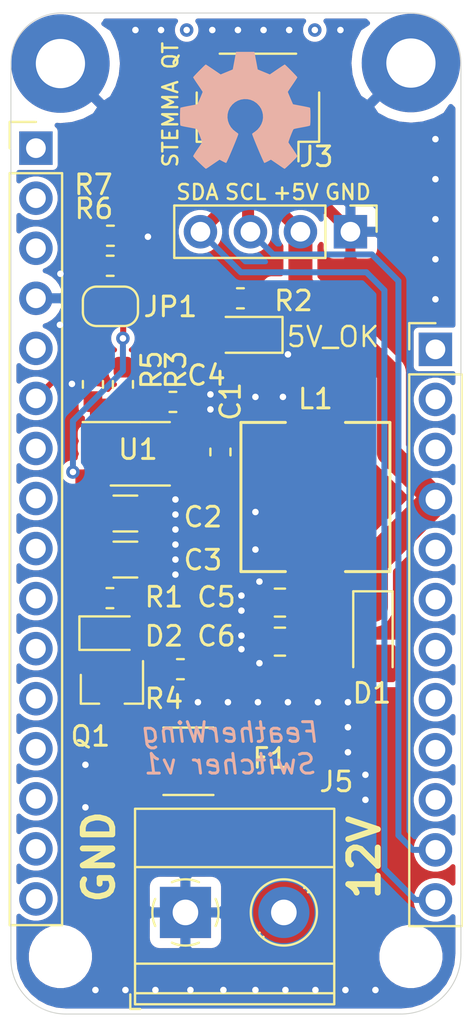
<source format=kicad_pcb>
(kicad_pcb (version 20171130) (host pcbnew 5.1.6-c6e7f7d~87~ubuntu18.04.1)

  (general
    (thickness 1.6)
    (drawings 17)
    (tracks 127)
    (zones 0)
    (modules 31)
    (nets 41)
  )

  (page A4)
  (layers
    (0 F.Cu signal)
    (31 B.Cu signal)
    (32 B.Adhes user)
    (33 F.Adhes user)
    (34 B.Paste user)
    (35 F.Paste user)
    (36 B.SilkS user)
    (37 F.SilkS user)
    (38 B.Mask user)
    (39 F.Mask user hide)
    (40 Dwgs.User user hide)
    (41 Cmts.User user hide)
    (42 Eco1.User user hide)
    (43 Eco2.User user hide)
    (44 Edge.Cuts user)
    (45 Margin user hide)
    (46 B.CrtYd user hide)
    (47 F.CrtYd user)
    (48 B.Fab user hide)
    (49 F.Fab user hide)
  )

  (setup
    (last_trace_width 0.1524)
    (user_trace_width 0.1524)
    (user_trace_width 0.3048)
    (user_trace_width 0.6096)
    (user_trace_width 0.762)
    (user_trace_width 1.2192)
    (user_trace_width 1.524)
    (user_trace_width 1.8288)
    (trace_clearance 0.1524)
    (zone_clearance 0.254)
    (zone_45_only no)
    (trace_min 0.1524)
    (via_size 0.6858)
    (via_drill 0.3302)
    (via_min_size 0.6858)
    (via_min_drill 0.3302)
    (user_via 0.6858 0.3302)
    (uvia_size 0.0254)
    (uvia_drill 0)
    (uvias_allowed no)
    (uvia_min_size 0)
    (uvia_min_drill 0)
    (edge_width 0.05)
    (segment_width 0.2)
    (pcb_text_width 0.3)
    (pcb_text_size 1.5 1.5)
    (mod_edge_width 0.12)
    (mod_text_size 1 1)
    (mod_text_width 0.15)
    (pad_size 1.5 1.5)
    (pad_drill 0)
    (pad_to_mask_clearance 0.0508)
    (aux_axis_origin 0 0)
    (visible_elements FFFFFF7F)
    (pcbplotparams
      (layerselection 0x010fc_ffffffff)
      (usegerberextensions false)
      (usegerberattributes true)
      (usegerberadvancedattributes true)
      (creategerberjobfile true)
      (excludeedgelayer true)
      (linewidth 0.100000)
      (plotframeref false)
      (viasonmask false)
      (mode 1)
      (useauxorigin false)
      (hpglpennumber 1)
      (hpglpenspeed 20)
      (hpglpendiameter 15.000000)
      (psnegative false)
      (psa4output false)
      (plotreference true)
      (plotvalue true)
      (plotinvisibletext false)
      (padsonsilk false)
      (subtractmaskfromsilk false)
      (outputformat 1)
      (mirror false)
      (drillshape 0)
      (scaleselection 1)
      (outputdirectory "gerbers"))
  )

  (net 0 "")
  (net 1 GND)
  (net 2 "Net-(J2-Pad1)")
  (net 3 "Net-(J2-Pad3)")
  (net 4 "Net-(J2-Pad5)")
  (net 5 "Net-(J2-Pad7)")
  (net 6 "Net-(J2-Pad8)")
  (net 7 "Net-(J2-Pad9)")
  (net 8 "Net-(J2-Pad10)")
  (net 9 "Net-(C1-Pad2)")
  (net 10 "Net-(C1-Pad1)")
  (net 11 "Net-(JP1-Pad2)")
  (net 12 +3V3)
  (net 13 "Net-(D2-Pad2)")
  (net 14 "Net-(F1-Pad2)")
  (net 15 VCC)
  (net 16 VIN_SW)
  (net 17 +5V)
  (net 18 A1)
  (net 19 SCL)
  (net 20 SDA)
  (net 21 "Net-(C4-Pad1)")
  (net 22 +5.3V)
  (net 23 "Net-(D3-Pad2)")
  (net 24 "Net-(J1-Pad1)")
  (net 25 "Net-(J1-Pad3)")
  (net 26 "Net-(J1-Pad5)")
  (net 27 "Net-(J1-Pad6)")
  (net 28 "Net-(J1-Pad7)")
  (net 29 "Net-(J1-Pad8)")
  (net 30 "Net-(J1-Pad9)")
  (net 31 "Net-(J1-Pad10)")
  (net 32 "Net-(J2-Pad16)")
  (net 33 "Net-(J2-Pad15)")
  (net 34 "Net-(J2-Pad14)")
  (net 35 "Net-(J2-Pad13)")
  (net 36 "Net-(J2-Pad12)")
  (net 37 "Net-(J2-Pad11)")
  (net 38 "Net-(J2-Pad2)")
  (net 39 "Net-(R1-Pad2)")
  (net 40 "Net-(R3-Pad2)")

  (net_class Default "This is the default net class."
    (clearance 0.1524)
    (trace_width 0.1524)
    (via_dia 0.6858)
    (via_drill 0.3302)
    (uvia_dia 0.0254)
    (uvia_drill 0)
    (diff_pair_width 0.1524)
    (diff_pair_gap 0.1524)
    (add_net +3V3)
    (add_net +5.3V)
    (add_net +5V)
    (add_net A1)
    (add_net GND)
    (add_net "Net-(C1-Pad1)")
    (add_net "Net-(C1-Pad2)")
    (add_net "Net-(C4-Pad1)")
    (add_net "Net-(D2-Pad2)")
    (add_net "Net-(D3-Pad2)")
    (add_net "Net-(F1-Pad2)")
    (add_net "Net-(J1-Pad1)")
    (add_net "Net-(J1-Pad10)")
    (add_net "Net-(J1-Pad3)")
    (add_net "Net-(J1-Pad5)")
    (add_net "Net-(J1-Pad6)")
    (add_net "Net-(J1-Pad7)")
    (add_net "Net-(J1-Pad8)")
    (add_net "Net-(J1-Pad9)")
    (add_net "Net-(J2-Pad1)")
    (add_net "Net-(J2-Pad10)")
    (add_net "Net-(J2-Pad11)")
    (add_net "Net-(J2-Pad12)")
    (add_net "Net-(J2-Pad13)")
    (add_net "Net-(J2-Pad14)")
    (add_net "Net-(J2-Pad15)")
    (add_net "Net-(J2-Pad16)")
    (add_net "Net-(J2-Pad2)")
    (add_net "Net-(J2-Pad3)")
    (add_net "Net-(J2-Pad5)")
    (add_net "Net-(J2-Pad7)")
    (add_net "Net-(J2-Pad8)")
    (add_net "Net-(J2-Pad9)")
    (add_net "Net-(JP1-Pad2)")
    (add_net "Net-(R1-Pad2)")
    (add_net "Net-(R3-Pad2)")
    (add_net SCL)
    (add_net SDA)
    (add_net VCC)
    (add_net VIN_SW)
  )

  (module Resistor_SMD:R_0603_1608Metric_Pad1.05x0.95mm_HandSolder (layer F.Cu) (tedit 5B301BBD) (tstamp 5F8BEB6C)
    (at 133.3386 71.9582 180)
    (descr "Resistor SMD 0603 (1608 Metric), square (rectangular) end terminal, IPC_7351 nominal with elongated pad for handsoldering. (Body size source: http://www.tortai-tech.com/upload/download/2011102023233369053.pdf), generated with kicad-footprint-generator")
    (tags "resistor handsolder")
    (path /5F8CA057)
    (attr smd)
    (fp_text reference R6 (at 0.8268 2.8956) (layer F.SilkS)
      (effects (font (size 1 1) (thickness 0.15)))
    )
    (fp_text value 1M (at 0 1.43) (layer F.Fab)
      (effects (font (size 1 1) (thickness 0.15)))
    )
    (fp_line (start -0.8 0.4) (end -0.8 -0.4) (layer F.Fab) (width 0.1))
    (fp_line (start -0.8 -0.4) (end 0.8 -0.4) (layer F.Fab) (width 0.1))
    (fp_line (start 0.8 -0.4) (end 0.8 0.4) (layer F.Fab) (width 0.1))
    (fp_line (start 0.8 0.4) (end -0.8 0.4) (layer F.Fab) (width 0.1))
    (fp_line (start -0.171267 -0.51) (end 0.171267 -0.51) (layer F.SilkS) (width 0.12))
    (fp_line (start -0.171267 0.51) (end 0.171267 0.51) (layer F.SilkS) (width 0.12))
    (fp_line (start -1.65 0.73) (end -1.65 -0.73) (layer F.CrtYd) (width 0.05))
    (fp_line (start -1.65 -0.73) (end 1.65 -0.73) (layer F.CrtYd) (width 0.05))
    (fp_line (start 1.65 -0.73) (end 1.65 0.73) (layer F.CrtYd) (width 0.05))
    (fp_line (start 1.65 0.73) (end -1.65 0.73) (layer F.CrtYd) (width 0.05))
    (fp_text user %R (at 0 0) (layer F.Fab)
      (effects (font (size 0.4 0.4) (thickness 0.06)))
    )
    (pad 2 smd roundrect (at 0.875 0 180) (size 1.05 0.95) (layers F.Cu F.Paste F.Mask) (roundrect_rratio 0.25)
      (net 18 A1))
    (pad 1 smd roundrect (at -0.875 0 180) (size 1.05 0.95) (layers F.Cu F.Paste F.Mask) (roundrect_rratio 0.25)
      (net 11 "Net-(JP1-Pad2)"))
    (model ${KISYS3DMOD}/Resistor_SMD.3dshapes/R_0603_1608Metric.wrl
      (at (xyz 0 0 0))
      (scale (xyz 1 1 1))
      (rotate (xyz 0 0 0))
    )
  )

  (module Resistor_SMD:R_0603_1608Metric_Pad1.05x0.95mm_HandSolder (layer F.Cu) (tedit 5B301BBD) (tstamp 5F8BEB3B)
    (at 136.906 92.4306)
    (descr "Resistor SMD 0603 (1608 Metric), square (rectangular) end terminal, IPC_7351 nominal with elongated pad for handsoldering. (Body size source: http://www.tortai-tech.com/upload/download/2011102023233369053.pdf), generated with kicad-footprint-generator")
    (tags "resistor handsolder")
    (path /5F8DDF4C)
    (attr smd)
    (fp_text reference R4 (at -0.8382 1.4986 180) (layer F.SilkS)
      (effects (font (size 1 1) (thickness 0.15)))
    )
    (fp_text value 10K (at 0 1.43) (layer F.Fab)
      (effects (font (size 1 1) (thickness 0.15)))
    )
    (fp_line (start -0.8 0.4) (end -0.8 -0.4) (layer F.Fab) (width 0.1))
    (fp_line (start -0.8 -0.4) (end 0.8 -0.4) (layer F.Fab) (width 0.1))
    (fp_line (start 0.8 -0.4) (end 0.8 0.4) (layer F.Fab) (width 0.1))
    (fp_line (start 0.8 0.4) (end -0.8 0.4) (layer F.Fab) (width 0.1))
    (fp_line (start -0.171267 -0.51) (end 0.171267 -0.51) (layer F.SilkS) (width 0.12))
    (fp_line (start -0.171267 0.51) (end 0.171267 0.51) (layer F.SilkS) (width 0.12))
    (fp_line (start -1.65 0.73) (end -1.65 -0.73) (layer F.CrtYd) (width 0.05))
    (fp_line (start -1.65 -0.73) (end 1.65 -0.73) (layer F.CrtYd) (width 0.05))
    (fp_line (start 1.65 -0.73) (end 1.65 0.73) (layer F.CrtYd) (width 0.05))
    (fp_line (start 1.65 0.73) (end -1.65 0.73) (layer F.CrtYd) (width 0.05))
    (fp_text user %R (at 0 0) (layer F.Fab)
      (effects (font (size 0.4 0.4) (thickness 0.06)))
    )
    (pad 2 smd roundrect (at 0.875 0) (size 1.05 0.95) (layers F.Cu F.Paste F.Mask) (roundrect_rratio 0.25)
      (net 1 GND))
    (pad 1 smd roundrect (at -0.875 0) (size 1.05 0.95) (layers F.Cu F.Paste F.Mask) (roundrect_rratio 0.25)
      (net 13 "Net-(D2-Pad2)"))
    (model ${KISYS3DMOD}/Resistor_SMD.3dshapes/R_0603_1608Metric.wrl
      (at (xyz 0 0 0))
      (scale (xyz 1 1 1))
      (rotate (xyz 0 0 0))
    )
  )

  (module Capacitor_SMD:C_0805_2012Metric_Pad1.15x1.40mm_HandSolder (layer F.Cu) (tedit 5B36C52B) (tstamp 5F8BE840)
    (at 141.9606 91.0336 180)
    (descr "Capacitor SMD 0805 (2012 Metric), square (rectangular) end terminal, IPC_7351 nominal with elongated pad for handsoldering. (Body size source: https://docs.google.com/spreadsheets/d/1BsfQQcO9C6DZCsRaXUlFlo91Tg2WpOkGARC1WS5S8t0/edit?usp=sharing), generated with kicad-footprint-generator")
    (tags "capacitor handsolder")
    (path /5F8D1B41)
    (attr smd)
    (fp_text reference C6 (at 3.2258 0.2794) (layer F.SilkS)
      (effects (font (size 1 1) (thickness 0.15)))
    )
    (fp_text value 10uF (at 0 1.65) (layer F.Fab)
      (effects (font (size 1 1) (thickness 0.15)))
    )
    (fp_line (start -1 0.6) (end -1 -0.6) (layer F.Fab) (width 0.1))
    (fp_line (start -1 -0.6) (end 1 -0.6) (layer F.Fab) (width 0.1))
    (fp_line (start 1 -0.6) (end 1 0.6) (layer F.Fab) (width 0.1))
    (fp_line (start 1 0.6) (end -1 0.6) (layer F.Fab) (width 0.1))
    (fp_line (start -0.261252 -0.71) (end 0.261252 -0.71) (layer F.SilkS) (width 0.12))
    (fp_line (start -0.261252 0.71) (end 0.261252 0.71) (layer F.SilkS) (width 0.12))
    (fp_line (start -1.85 0.95) (end -1.85 -0.95) (layer F.CrtYd) (width 0.05))
    (fp_line (start -1.85 -0.95) (end 1.85 -0.95) (layer F.CrtYd) (width 0.05))
    (fp_line (start 1.85 -0.95) (end 1.85 0.95) (layer F.CrtYd) (width 0.05))
    (fp_line (start 1.85 0.95) (end -1.85 0.95) (layer F.CrtYd) (width 0.05))
    (fp_text user %R (at 0 0) (layer F.Fab)
      (effects (font (size 0.5 0.5) (thickness 0.08)))
    )
    (pad 2 smd roundrect (at 1.025 0 180) (size 1.15 1.4) (layers F.Cu F.Paste F.Mask) (roundrect_rratio 0.217391)
      (net 1 GND))
    (pad 1 smd roundrect (at -1.025 0 180) (size 1.15 1.4) (layers F.Cu F.Paste F.Mask) (roundrect_rratio 0.217391)
      (net 22 +5.3V))
    (model ${KISYS3DMOD}/Capacitor_SMD.3dshapes/C_0805_2012Metric.wrl
      (at (xyz 0 0 0))
      (scale (xyz 1 1 1))
      (rotate (xyz 0 0 0))
    )
  )

  (module Capacitor_SMD:C_0805_2012Metric_Pad1.15x1.40mm_HandSolder (layer F.Cu) (tedit 5B36C52B) (tstamp 5F84A592)
    (at 141.9606 89.0524 180)
    (descr "Capacitor SMD 0805 (2012 Metric), square (rectangular) end terminal, IPC_7351 nominal with elongated pad for handsoldering. (Body size source: https://docs.google.com/spreadsheets/d/1BsfQQcO9C6DZCsRaXUlFlo91Tg2WpOkGARC1WS5S8t0/edit?usp=sharing), generated with kicad-footprint-generator")
    (tags "capacitor handsolder")
    (path /5F96CE85)
    (attr smd)
    (fp_text reference C5 (at 3.2258 0.2794) (layer F.SilkS)
      (effects (font (size 1 1) (thickness 0.15)))
    )
    (fp_text value 10uF (at 0 1.65) (layer F.Fab)
      (effects (font (size 1 1) (thickness 0.15)))
    )
    (fp_line (start -1 0.6) (end -1 -0.6) (layer F.Fab) (width 0.1))
    (fp_line (start -1 -0.6) (end 1 -0.6) (layer F.Fab) (width 0.1))
    (fp_line (start 1 -0.6) (end 1 0.6) (layer F.Fab) (width 0.1))
    (fp_line (start 1 0.6) (end -1 0.6) (layer F.Fab) (width 0.1))
    (fp_line (start -0.261252 -0.71) (end 0.261252 -0.71) (layer F.SilkS) (width 0.12))
    (fp_line (start -0.261252 0.71) (end 0.261252 0.71) (layer F.SilkS) (width 0.12))
    (fp_line (start -1.85 0.95) (end -1.85 -0.95) (layer F.CrtYd) (width 0.05))
    (fp_line (start -1.85 -0.95) (end 1.85 -0.95) (layer F.CrtYd) (width 0.05))
    (fp_line (start 1.85 -0.95) (end 1.85 0.95) (layer F.CrtYd) (width 0.05))
    (fp_line (start 1.85 0.95) (end -1.85 0.95) (layer F.CrtYd) (width 0.05))
    (fp_text user %R (at 0 0) (layer F.Fab)
      (effects (font (size 0.5 0.5) (thickness 0.08)))
    )
    (pad 2 smd roundrect (at 1.025 0 180) (size 1.15 1.4) (layers F.Cu F.Paste F.Mask) (roundrect_rratio 0.217391)
      (net 1 GND))
    (pad 1 smd roundrect (at -1.025 0 180) (size 1.15 1.4) (layers F.Cu F.Paste F.Mask) (roundrect_rratio 0.217391)
      (net 22 +5.3V))
    (model ${KISYS3DMOD}/Capacitor_SMD.3dshapes/C_0805_2012Metric.wrl
      (at (xyz 0 0 0))
      (scale (xyz 1 1 1))
      (rotate (xyz 0 0 0))
    )
  )

  (module Capacitor_SMD:C_1206_3216Metric_Pad1.42x1.75mm_HandSolder (layer F.Cu) (tedit 5B301BBE) (tstamp 5F8BE7FF)
    (at 134.112 86.868)
    (descr "Capacitor SMD 1206 (3216 Metric), square (rectangular) end terminal, IPC_7351 nominal with elongated pad for handsoldering. (Body size source: http://www.tortai-tech.com/upload/download/2011102023233369053.pdf), generated with kicad-footprint-generator")
    (tags "capacitor handsolder")
    (path /5F8CEF7B)
    (attr smd)
    (fp_text reference C3 (at 3.937 0.0254) (layer F.SilkS)
      (effects (font (size 1 1) (thickness 0.15)))
    )
    (fp_text value 10uF (at 0 1.82) (layer F.Fab)
      (effects (font (size 1 1) (thickness 0.15)))
    )
    (fp_line (start -1.6 0.8) (end -1.6 -0.8) (layer F.Fab) (width 0.1))
    (fp_line (start -1.6 -0.8) (end 1.6 -0.8) (layer F.Fab) (width 0.1))
    (fp_line (start 1.6 -0.8) (end 1.6 0.8) (layer F.Fab) (width 0.1))
    (fp_line (start 1.6 0.8) (end -1.6 0.8) (layer F.Fab) (width 0.1))
    (fp_line (start -0.602064 -0.91) (end 0.602064 -0.91) (layer F.SilkS) (width 0.12))
    (fp_line (start -0.602064 0.91) (end 0.602064 0.91) (layer F.SilkS) (width 0.12))
    (fp_line (start -2.45 1.12) (end -2.45 -1.12) (layer F.CrtYd) (width 0.05))
    (fp_line (start -2.45 -1.12) (end 2.45 -1.12) (layer F.CrtYd) (width 0.05))
    (fp_line (start 2.45 -1.12) (end 2.45 1.12) (layer F.CrtYd) (width 0.05))
    (fp_line (start 2.45 1.12) (end -2.45 1.12) (layer F.CrtYd) (width 0.05))
    (fp_text user %R (at 0 0) (layer F.Fab)
      (effects (font (size 0.8 0.8) (thickness 0.12)))
    )
    (pad 2 smd roundrect (at 1.4875 0) (size 1.425 1.75) (layers F.Cu F.Paste F.Mask) (roundrect_rratio 0.175439)
      (net 1 GND))
    (pad 1 smd roundrect (at -1.4875 0) (size 1.425 1.75) (layers F.Cu F.Paste F.Mask) (roundrect_rratio 0.175439)
      (net 16 VIN_SW))
    (model ${KISYS3DMOD}/Capacitor_SMD.3dshapes/C_1206_3216Metric.wrl
      (at (xyz 0 0 0))
      (scale (xyz 1 1 1))
      (rotate (xyz 0 0 0))
    )
  )

  (module FeatherWing-switcher-adj:SRR7045-220M (layer F.Cu) (tedit 0) (tstamp 5F845CB6)
    (at 143.764 83.693 270)
    (path /5F4D1082)
    (fp_text reference L1 (at -4.9784 0 180) (layer F.SilkS)
      (effects (font (size 1 1) (thickness 0.15)))
    )
    (fp_text value 27uH (at 0.0508 -0.2286 180) (layer Cmts.User)
      (effects (font (size 1 1) (thickness 0.15)))
    )
    (fp_circle (center -3.5814 0) (end -3.5814 0) (layer F.Fab) (width 0.1524))
    (fp_line (start -3.9116 1.4478) (end -4.1529 1.4478) (layer F.CrtYd) (width 0.1524))
    (fp_line (start -3.9116 3.9116) (end -3.9116 1.4478) (layer F.CrtYd) (width 0.1524))
    (fp_line (start 3.9116 3.9116) (end -3.9116 3.9116) (layer F.CrtYd) (width 0.1524))
    (fp_line (start 3.9116 1.4478) (end 3.9116 3.9116) (layer F.CrtYd) (width 0.1524))
    (fp_line (start 4.1529 1.4478) (end 3.9116 1.4478) (layer F.CrtYd) (width 0.1524))
    (fp_line (start 4.1529 -1.4478) (end 4.1529 1.4478) (layer F.CrtYd) (width 0.1524))
    (fp_line (start 3.9116 -1.4478) (end 4.1529 -1.4478) (layer F.CrtYd) (width 0.1524))
    (fp_line (start 3.9116 -3.9116) (end 3.9116 -1.4478) (layer F.CrtYd) (width 0.1524))
    (fp_line (start -3.9116 -3.9116) (end 3.9116 -3.9116) (layer F.CrtYd) (width 0.1524))
    (fp_line (start -3.9116 -1.4478) (end -3.9116 -3.9116) (layer F.CrtYd) (width 0.1524))
    (fp_line (start -4.1529 -1.4478) (end -3.9116 -1.4478) (layer F.CrtYd) (width 0.1524))
    (fp_line (start -4.1529 1.4478) (end -4.1529 -1.4478) (layer F.CrtYd) (width 0.1524))
    (fp_line (start 3.7846 -1.52654) (end 3.7846 -3.7846) (layer F.SilkS) (width 0.1524))
    (fp_line (start -3.7846 1.52654) (end -3.7846 3.7846) (layer F.SilkS) (width 0.1524))
    (fp_line (start -3.6576 -3.6576) (end -3.6576 3.6576) (layer F.Fab) (width 0.1524))
    (fp_line (start 3.6576 -3.6576) (end -3.6576 -3.6576) (layer F.Fab) (width 0.1524))
    (fp_line (start 3.6576 3.6576) (end 3.6576 -3.6576) (layer F.Fab) (width 0.1524))
    (fp_line (start -3.6576 3.6576) (end 3.6576 3.6576) (layer F.Fab) (width 0.1524))
    (fp_line (start -3.7846 -3.7846) (end -3.7846 -1.52654) (layer F.SilkS) (width 0.1524))
    (fp_line (start 3.7846 -3.7846) (end -3.7846 -3.7846) (layer F.SilkS) (width 0.1524))
    (fp_line (start 3.7846 3.7846) (end 3.7846 1.52654) (layer F.SilkS) (width 0.1524))
    (fp_line (start -3.7846 3.7846) (end 3.7846 3.7846) (layer F.SilkS) (width 0.1524))
    (fp_text user 0.165in/4.191mm (at 0 -6.7056 90) (layer Dwgs.User)
      (effects (font (size 1 1) (thickness 0.15)))
    )
    (fp_text user 0.307in/7.798mm (at 0 6.7056 90) (layer Dwgs.User)
      (effects (font (size 1 1) (thickness 0.15)))
    )
    (fp_text user 0.094in/2.388mm (at 4.2418 0 90) (layer Dwgs.User)
      (effects (font (size 1 1) (thickness 0.15)))
    )
    (fp_text user * (at 0 0 90) (layer F.Fab)
      (effects (font (size 1 1) (thickness 0.15)))
    )
    (fp_text user "Copyright 2016 Accelerated Designs. All rights reserved." (at 0 0 90) (layer Cmts.User)
      (effects (font (size 0.127 0.127) (thickness 0.002)))
    )
    (pad 2 smd rect (at 2.9972 0 270) (size 1.8034 2.3876) (layers F.Cu F.Paste F.Mask)
      (net 22 +5.3V))
    (pad 1 smd rect (at -2.9972 0 270) (size 1.8034 2.3876) (layers F.Cu F.Paste F.Mask)
      (net 9 "Net-(C1-Pad2)"))
    (model ${KIPRJMOD}/3D/IND_BOURNS_SRR7045.step
      (at (xyz 0 0 0))
      (scale (xyz 1 1 1))
      (rotate (xyz 0 0 0))
    )
  )

  (module Connector_PinHeader_2.54mm:PinHeader_1x16_P2.54mm_Vertical locked (layer F.Cu) (tedit 59FED5CC) (tstamp 5F6153DE)
    (at 129.5654 65.9892)
    (descr "Through hole straight pin header, 1x16, 2.54mm pitch, single row")
    (tags "Through hole pin header THT 1x16 2.54mm single row")
    (path /5F435436)
    (fp_text reference J2 (at 2.286 38.9128) (layer F.SilkS) hide
      (effects (font (size 1 1) (thickness 0.15)))
    )
    (fp_text value Conn_01x16 (at -12.192 37.338) (layer F.Fab)
      (effects (font (size 1 1) (thickness 0.15)))
    )
    (fp_line (start 1.8 -1.8) (end -1.8 -1.8) (layer F.CrtYd) (width 0.05))
    (fp_line (start 1.8 39.9) (end 1.8 -1.8) (layer F.CrtYd) (width 0.05))
    (fp_line (start -1.8 39.9) (end 1.8 39.9) (layer F.CrtYd) (width 0.05))
    (fp_line (start -1.8 -1.8) (end -1.8 39.9) (layer F.CrtYd) (width 0.05))
    (fp_line (start -1.33 -1.33) (end 0 -1.33) (layer F.SilkS) (width 0.12))
    (fp_line (start -1.33 0) (end -1.33 -1.33) (layer F.SilkS) (width 0.12))
    (fp_line (start -1.33 1.27) (end 1.33 1.27) (layer F.SilkS) (width 0.12))
    (fp_line (start 1.33 1.27) (end 1.33 39.43) (layer F.SilkS) (width 0.12))
    (fp_line (start -1.33 1.27) (end -1.33 39.43) (layer F.SilkS) (width 0.12))
    (fp_line (start -1.33 39.43) (end 1.33 39.43) (layer F.SilkS) (width 0.12))
    (fp_line (start -1.27 -0.635) (end -0.635 -1.27) (layer F.Fab) (width 0.1))
    (fp_line (start -1.27 39.37) (end -1.27 -0.635) (layer F.Fab) (width 0.1))
    (fp_line (start 1.27 39.37) (end -1.27 39.37) (layer F.Fab) (width 0.1))
    (fp_line (start 1.27 -1.27) (end 1.27 39.37) (layer F.Fab) (width 0.1))
    (fp_line (start -0.635 -1.27) (end 1.27 -1.27) (layer F.Fab) (width 0.1))
    (fp_text user %R (at 0 19.05 90) (layer F.Fab)
      (effects (font (size 1 1) (thickness 0.15)))
    )
    (pad 16 thru_hole oval (at 0 38.1) (size 1.7 1.7) (drill 1) (layers *.Cu *.Mask)
      (net 32 "Net-(J2-Pad16)"))
    (pad 15 thru_hole oval (at 0 35.56) (size 1.7 1.7) (drill 1) (layers *.Cu *.Mask)
      (net 33 "Net-(J2-Pad15)"))
    (pad 14 thru_hole oval (at 0 33.02) (size 1.7 1.7) (drill 1) (layers *.Cu *.Mask)
      (net 34 "Net-(J2-Pad14)"))
    (pad 13 thru_hole oval (at 0 30.48) (size 1.7 1.7) (drill 1) (layers *.Cu *.Mask)
      (net 35 "Net-(J2-Pad13)"))
    (pad 12 thru_hole oval (at 0 27.94) (size 1.7 1.7) (drill 1) (layers *.Cu *.Mask)
      (net 36 "Net-(J2-Pad12)"))
    (pad 11 thru_hole oval (at 0 25.4) (size 1.7 1.7) (drill 1) (layers *.Cu *.Mask)
      (net 37 "Net-(J2-Pad11)"))
    (pad 10 thru_hole oval (at 0 22.86) (size 1.7 1.7) (drill 1) (layers *.Cu *.Mask)
      (net 8 "Net-(J2-Pad10)"))
    (pad 9 thru_hole oval (at 0 20.32) (size 1.7 1.7) (drill 1) (layers *.Cu *.Mask)
      (net 7 "Net-(J2-Pad9)"))
    (pad 8 thru_hole oval (at 0 17.78) (size 1.7 1.7) (drill 1) (layers *.Cu *.Mask)
      (net 6 "Net-(J2-Pad8)"))
    (pad 7 thru_hole oval (at 0 15.24) (size 1.7 1.7) (drill 1) (layers *.Cu *.Mask)
      (net 5 "Net-(J2-Pad7)"))
    (pad 6 thru_hole oval (at 0 12.7) (size 1.7 1.7) (drill 1) (layers *.Cu *.Mask)
      (net 18 A1))
    (pad 5 thru_hole oval (at 0 10.16) (size 1.7 1.7) (drill 1) (layers *.Cu *.Mask)
      (net 4 "Net-(J2-Pad5)"))
    (pad 4 thru_hole oval (at 0 7.62) (size 1.7 1.7) (drill 1) (layers *.Cu *.Mask)
      (net 1 GND))
    (pad 3 thru_hole oval (at 0 5.08) (size 1.7 1.7) (drill 1) (layers *.Cu *.Mask)
      (net 3 "Net-(J2-Pad3)"))
    (pad 2 thru_hole oval (at 0 2.54) (size 1.7 1.7) (drill 1) (layers *.Cu *.Mask)
      (net 38 "Net-(J2-Pad2)"))
    (pad 1 thru_hole rect (at 0 0) (size 1.7 1.7) (drill 1) (layers *.Cu *.Mask)
      (net 2 "Net-(J2-Pad1)"))
    (model ${KISYS3DMOD}/Connector_PinHeader_2.54mm.3dshapes/PinHeader_1x16_P2.54mm_Vertical.wrl
      (offset (xyz 0 0 -1.5))
      (scale (xyz 1 1 1))
      (rotate (xyz 0 180 0))
    )
  )

  (module Resistor_SMD:R_0603_1608Metric_Pad1.05x0.95mm_HandSolder (layer F.Cu) (tedit 5B301BBD) (tstamp 5F61529F)
    (at 133.35 70.4342)
    (descr "Resistor SMD 0603 (1608 Metric), square (rectangular) end terminal, IPC_7351 nominal with elongated pad for handsoldering. (Body size source: http://www.tortai-tech.com/upload/download/2011102023233369053.pdf), generated with kicad-footprint-generator")
    (tags "resistor handsolder")
    (path /5F475325)
    (attr smd)
    (fp_text reference R7 (at -0.8636 -2.5908 180) (layer F.SilkS)
      (effects (font (size 1 1) (thickness 0.15)))
    )
    (fp_text value 100K (at 0 1.43) (layer F.Fab)
      (effects (font (size 1 1) (thickness 0.15)))
    )
    (fp_line (start -0.8 0.4) (end -0.8 -0.4) (layer F.Fab) (width 0.1))
    (fp_line (start -0.8 -0.4) (end 0.8 -0.4) (layer F.Fab) (width 0.1))
    (fp_line (start 0.8 -0.4) (end 0.8 0.4) (layer F.Fab) (width 0.1))
    (fp_line (start 0.8 0.4) (end -0.8 0.4) (layer F.Fab) (width 0.1))
    (fp_line (start -0.171267 -0.51) (end 0.171267 -0.51) (layer F.SilkS) (width 0.12))
    (fp_line (start -0.171267 0.51) (end 0.171267 0.51) (layer F.SilkS) (width 0.12))
    (fp_line (start -1.65 0.73) (end -1.65 -0.73) (layer F.CrtYd) (width 0.05))
    (fp_line (start -1.65 -0.73) (end 1.65 -0.73) (layer F.CrtYd) (width 0.05))
    (fp_line (start 1.65 -0.73) (end 1.65 0.73) (layer F.CrtYd) (width 0.05))
    (fp_line (start 1.65 0.73) (end -1.65 0.73) (layer F.CrtYd) (width 0.05))
    (fp_text user %R (at 0 0) (layer F.Fab)
      (effects (font (size 0.4 0.4) (thickness 0.06)))
    )
    (pad 2 smd roundrect (at 0.875 0) (size 1.05 0.95) (layers F.Cu F.Paste F.Mask) (roundrect_rratio 0.25)
      (net 1 GND))
    (pad 1 smd roundrect (at -0.875 0) (size 1.05 0.95) (layers F.Cu F.Paste F.Mask) (roundrect_rratio 0.25)
      (net 18 A1))
    (model ${KISYS3DMOD}/Resistor_SMD.3dshapes/R_0603_1608Metric.wrl
      (at (xyz 0 0 0))
      (scale (xyz 1 1 1))
      (rotate (xyz 0 0 0))
    )
  )

  (module Capacitor_SMD:C_0603_1608Metric_Pad1.05x0.95mm_HandSolder (layer F.Cu) (tedit 5B301BBE) (tstamp 5F843A9C)
    (at 136.525 78.867)
    (descr "Capacitor SMD 0603 (1608 Metric), square (rectangular) end terminal, IPC_7351 nominal with elongated pad for handsoldering. (Body size source: http://www.tortai-tech.com/upload/download/2011102023233369053.pdf), generated with kicad-footprint-generator")
    (tags "capacitor handsolder")
    (path /5F83F565)
    (attr smd)
    (fp_text reference C4 (at 1.7018 -1.3462) (layer F.SilkS)
      (effects (font (size 1 1) (thickness 0.15)))
    )
    (fp_text value 1uF (at 0 1.43) (layer F.Fab)
      (effects (font (size 1 1) (thickness 0.15)))
    )
    (fp_line (start 1.65 0.73) (end -1.65 0.73) (layer F.CrtYd) (width 0.05))
    (fp_line (start 1.65 -0.73) (end 1.65 0.73) (layer F.CrtYd) (width 0.05))
    (fp_line (start -1.65 -0.73) (end 1.65 -0.73) (layer F.CrtYd) (width 0.05))
    (fp_line (start -1.65 0.73) (end -1.65 -0.73) (layer F.CrtYd) (width 0.05))
    (fp_line (start -0.171267 0.51) (end 0.171267 0.51) (layer F.SilkS) (width 0.12))
    (fp_line (start -0.171267 -0.51) (end 0.171267 -0.51) (layer F.SilkS) (width 0.12))
    (fp_line (start 0.8 0.4) (end -0.8 0.4) (layer F.Fab) (width 0.1))
    (fp_line (start 0.8 -0.4) (end 0.8 0.4) (layer F.Fab) (width 0.1))
    (fp_line (start -0.8 -0.4) (end 0.8 -0.4) (layer F.Fab) (width 0.1))
    (fp_line (start -0.8 0.4) (end -0.8 -0.4) (layer F.Fab) (width 0.1))
    (fp_text user %R (at 0 0) (layer F.Fab)
      (effects (font (size 0.4 0.4) (thickness 0.06)))
    )
    (pad 2 smd roundrect (at 0.875 0) (size 1.05 0.95) (layers F.Cu F.Paste F.Mask) (roundrect_rratio 0.25)
      (net 1 GND))
    (pad 1 smd roundrect (at -0.875 0) (size 1.05 0.95) (layers F.Cu F.Paste F.Mask) (roundrect_rratio 0.25)
      (net 21 "Net-(C4-Pad1)"))
    (model ${KISYS3DMOD}/Capacitor_SMD.3dshapes/C_0603_1608Metric.wrl
      (at (xyz 0 0 0))
      (scale (xyz 1 1 1))
      (rotate (xyz 0 0 0))
    )
  )

  (module Package_SO:MSOP-8_3x3mm_P0.65mm (layer F.Cu) (tedit 5E509FDD) (tstamp 5F843B05)
    (at 134.8674 81.5002)
    (descr "MSOP, 8 Pin (https://www.jedec.org/system/files/docs/mo-187F.pdf variant AA), generated with kicad-footprint-generator ipc_gullwing_generator.py")
    (tags "MSOP SO")
    (path /5F88E429)
    (attr smd)
    (fp_text reference U1 (at -0.1204 -0.2202) (layer F.SilkS)
      (effects (font (size 1 1) (thickness 0.15)))
    )
    (fp_text value MCP16312MS (at 0 2.45) (layer F.Fab)
      (effects (font (size 1 1) (thickness 0.15)))
    )
    (fp_line (start 3.18 -1.75) (end -3.18 -1.75) (layer F.CrtYd) (width 0.05))
    (fp_line (start 3.18 1.75) (end 3.18 -1.75) (layer F.CrtYd) (width 0.05))
    (fp_line (start -3.18 1.75) (end 3.18 1.75) (layer F.CrtYd) (width 0.05))
    (fp_line (start -3.18 -1.75) (end -3.18 1.75) (layer F.CrtYd) (width 0.05))
    (fp_line (start -1.5 -0.75) (end -0.75 -1.5) (layer F.Fab) (width 0.1))
    (fp_line (start -1.5 1.5) (end -1.5 -0.75) (layer F.Fab) (width 0.1))
    (fp_line (start 1.5 1.5) (end -1.5 1.5) (layer F.Fab) (width 0.1))
    (fp_line (start 1.5 -1.5) (end 1.5 1.5) (layer F.Fab) (width 0.1))
    (fp_line (start -0.75 -1.5) (end 1.5 -1.5) (layer F.Fab) (width 0.1))
    (fp_line (start 0 -1.61) (end -2.925 -1.61) (layer F.SilkS) (width 0.12))
    (fp_line (start 0 -1.61) (end 1.5 -1.61) (layer F.SilkS) (width 0.12))
    (fp_line (start 0 1.61) (end -1.5 1.61) (layer F.SilkS) (width 0.12))
    (fp_line (start 0 1.61) (end 1.5 1.61) (layer F.SilkS) (width 0.12))
    (fp_text user %R (at 0 0) (layer F.Fab)
      (effects (font (size 0.75 0.75) (thickness 0.11)))
    )
    (pad 8 smd roundrect (at 2.1125 -0.975) (size 1.625 0.4) (layers F.Cu F.Paste F.Mask) (roundrect_rratio 0.25)
      (net 1 GND))
    (pad 7 smd roundrect (at 2.1125 -0.325) (size 1.625 0.4) (layers F.Cu F.Paste F.Mask) (roundrect_rratio 0.25)
      (net 10 "Net-(C1-Pad1)"))
    (pad 6 smd roundrect (at 2.1125 0.325) (size 1.625 0.4) (layers F.Cu F.Paste F.Mask) (roundrect_rratio 0.25)
      (net 9 "Net-(C1-Pad2)"))
    (pad 5 smd roundrect (at 2.1125 0.975) (size 1.625 0.4) (layers F.Cu F.Paste F.Mask) (roundrect_rratio 0.25)
      (net 1 GND))
    (pad 4 smd roundrect (at -2.1125 0.975) (size 1.625 0.4) (layers F.Cu F.Paste F.Mask) (roundrect_rratio 0.25)
      (net 16 VIN_SW))
    (pad 3 smd roundrect (at -2.1125 0.325) (size 1.625 0.4) (layers F.Cu F.Paste F.Mask) (roundrect_rratio 0.25)
      (net 39 "Net-(R1-Pad2)"))
    (pad 2 smd roundrect (at -2.1125 -0.325) (size 1.625 0.4) (layers F.Cu F.Paste F.Mask) (roundrect_rratio 0.25)
      (net 21 "Net-(C4-Pad1)"))
    (pad 1 smd roundrect (at -2.1125 -0.975) (size 1.625 0.4) (layers F.Cu F.Paste F.Mask) (roundrect_rratio 0.25)
      (net 40 "Net-(R3-Pad2)"))
    (model ${KISYS3DMOD}/Package_SO.3dshapes/MSOP-8_3x3mm_P0.65mm.wrl
      (at (xyz 0 0 0))
      (scale (xyz 1 1 1))
      (rotate (xyz 0 0 0))
    )
  )

  (module Resistor_SMD:R_0603_1608Metric_Pad1.05x0.95mm_HandSolder (layer F.Cu) (tedit 5B301BBD) (tstamp 5F843BAD)
    (at 133.3246 88.8238)
    (descr "Resistor SMD 0603 (1608 Metric), square (rectangular) end terminal, IPC_7351 nominal with elongated pad for handsoldering. (Body size source: http://www.tortai-tech.com/upload/download/2011102023233369053.pdf), generated with kicad-footprint-generator")
    (tags "resistor handsolder")
    (path /5F8EC01A)
    (attr smd)
    (fp_text reference R1 (at 2.7432 -0.0508) (layer F.SilkS)
      (effects (font (size 1 1) (thickness 0.15)))
    )
    (fp_text value 1M (at 0 1.43) (layer F.Fab)
      (effects (font (size 1 1) (thickness 0.15)))
    )
    (fp_line (start 1.65 0.73) (end -1.65 0.73) (layer F.CrtYd) (width 0.05))
    (fp_line (start 1.65 -0.73) (end 1.65 0.73) (layer F.CrtYd) (width 0.05))
    (fp_line (start -1.65 -0.73) (end 1.65 -0.73) (layer F.CrtYd) (width 0.05))
    (fp_line (start -1.65 0.73) (end -1.65 -0.73) (layer F.CrtYd) (width 0.05))
    (fp_line (start -0.171267 0.51) (end 0.171267 0.51) (layer F.SilkS) (width 0.12))
    (fp_line (start -0.171267 -0.51) (end 0.171267 -0.51) (layer F.SilkS) (width 0.12))
    (fp_line (start 0.8 0.4) (end -0.8 0.4) (layer F.Fab) (width 0.1))
    (fp_line (start 0.8 -0.4) (end 0.8 0.4) (layer F.Fab) (width 0.1))
    (fp_line (start -0.8 -0.4) (end 0.8 -0.4) (layer F.Fab) (width 0.1))
    (fp_line (start -0.8 0.4) (end -0.8 -0.4) (layer F.Fab) (width 0.1))
    (fp_text user %R (at 0 0) (layer F.Fab)
      (effects (font (size 0.4 0.4) (thickness 0.06)))
    )
    (pad 2 smd roundrect (at 0.875 0) (size 1.05 0.95) (layers F.Cu F.Paste F.Mask) (roundrect_rratio 0.25)
      (net 39 "Net-(R1-Pad2)"))
    (pad 1 smd roundrect (at -0.875 0) (size 1.05 0.95) (layers F.Cu F.Paste F.Mask) (roundrect_rratio 0.25)
      (net 16 VIN_SW))
    (model ${KISYS3DMOD}/Resistor_SMD.3dshapes/R_0603_1608Metric.wrl
      (at (xyz 0 0 0))
      (scale (xyz 1 1 1))
      (rotate (xyz 0 0 0))
    )
  )

  (module Diode_SMD:D_SOD-323 (layer F.Cu) (tedit 58641739) (tstamp 5F83FF75)
    (at 133.2738 90.6018)
    (descr SOD-323)
    (tags SOD-323)
    (path /5F9736F5)
    (attr smd)
    (fp_text reference D2 (at 2.794 0.1524 180) (layer F.SilkS)
      (effects (font (size 1 1) (thickness 0.15)))
    )
    (fp_text value 10V (at 0.1 1.9) (layer F.Fab)
      (effects (font (size 1 1) (thickness 0.15)))
    )
    (fp_line (start -1.5 -0.85) (end 1.05 -0.85) (layer F.SilkS) (width 0.12))
    (fp_line (start -1.5 0.85) (end 1.05 0.85) (layer F.SilkS) (width 0.12))
    (fp_line (start -1.6 -0.95) (end -1.6 0.95) (layer F.CrtYd) (width 0.05))
    (fp_line (start -1.6 0.95) (end 1.6 0.95) (layer F.CrtYd) (width 0.05))
    (fp_line (start 1.6 -0.95) (end 1.6 0.95) (layer F.CrtYd) (width 0.05))
    (fp_line (start -1.6 -0.95) (end 1.6 -0.95) (layer F.CrtYd) (width 0.05))
    (fp_line (start -0.9 -0.7) (end 0.9 -0.7) (layer F.Fab) (width 0.1))
    (fp_line (start 0.9 -0.7) (end 0.9 0.7) (layer F.Fab) (width 0.1))
    (fp_line (start 0.9 0.7) (end -0.9 0.7) (layer F.Fab) (width 0.1))
    (fp_line (start -0.9 0.7) (end -0.9 -0.7) (layer F.Fab) (width 0.1))
    (fp_line (start -0.3 -0.35) (end -0.3 0.35) (layer F.Fab) (width 0.1))
    (fp_line (start -0.3 0) (end -0.5 0) (layer F.Fab) (width 0.1))
    (fp_line (start -0.3 0) (end 0.2 -0.35) (layer F.Fab) (width 0.1))
    (fp_line (start 0.2 -0.35) (end 0.2 0.35) (layer F.Fab) (width 0.1))
    (fp_line (start 0.2 0.35) (end -0.3 0) (layer F.Fab) (width 0.1))
    (fp_line (start 0.2 0) (end 0.45 0) (layer F.Fab) (width 0.1))
    (fp_line (start -1.5 -0.85) (end -1.5 0.85) (layer F.SilkS) (width 0.12))
    (fp_text user %R (at 0 -1.85) (layer F.Fab)
      (effects (font (size 1 1) (thickness 0.15)))
    )
    (pad 2 smd rect (at 1.05 0) (size 0.6 0.45) (layers F.Cu F.Paste F.Mask)
      (net 13 "Net-(D2-Pad2)"))
    (pad 1 smd rect (at -1.05 0) (size 0.6 0.45) (layers F.Cu F.Paste F.Mask)
      (net 16 VIN_SW))
    (model ${KISYS3DMOD}/Diode_SMD.3dshapes/D_SOD-323.wrl
      (at (xyz 0 0 0))
      (scale (xyz 1 1 1))
      (rotate (xyz 0 0 0))
    )
  )

  (module Capacitor_SMD:C_1206_3216Metric_Pad1.42x1.75mm_HandSolder (layer F.Cu) (tedit 5B301BBE) (tstamp 5F843C0D)
    (at 134.112 84.5312)
    (descr "Capacitor SMD 1206 (3216 Metric), square (rectangular) end terminal, IPC_7351 nominal with elongated pad for handsoldering. (Body size source: http://www.tortai-tech.com/upload/download/2011102023233369053.pdf), generated with kicad-footprint-generator")
    (tags "capacitor handsolder")
    (path /5F93CE9C)
    (attr smd)
    (fp_text reference C2 (at 3.937 0.1778) (layer F.SilkS)
      (effects (font (size 1 1) (thickness 0.15)))
    )
    (fp_text value 10uF (at 0 1.82) (layer F.Fab)
      (effects (font (size 1 1) (thickness 0.15)))
    )
    (fp_line (start 2.45 1.12) (end -2.45 1.12) (layer F.CrtYd) (width 0.05))
    (fp_line (start 2.45 -1.12) (end 2.45 1.12) (layer F.CrtYd) (width 0.05))
    (fp_line (start -2.45 -1.12) (end 2.45 -1.12) (layer F.CrtYd) (width 0.05))
    (fp_line (start -2.45 1.12) (end -2.45 -1.12) (layer F.CrtYd) (width 0.05))
    (fp_line (start -0.602064 0.91) (end 0.602064 0.91) (layer F.SilkS) (width 0.12))
    (fp_line (start -0.602064 -0.91) (end 0.602064 -0.91) (layer F.SilkS) (width 0.12))
    (fp_line (start 1.6 0.8) (end -1.6 0.8) (layer F.Fab) (width 0.1))
    (fp_line (start 1.6 -0.8) (end 1.6 0.8) (layer F.Fab) (width 0.1))
    (fp_line (start -1.6 -0.8) (end 1.6 -0.8) (layer F.Fab) (width 0.1))
    (fp_line (start -1.6 0.8) (end -1.6 -0.8) (layer F.Fab) (width 0.1))
    (fp_text user %R (at 0 0) (layer F.Fab)
      (effects (font (size 0.8 0.8) (thickness 0.12)))
    )
    (pad 2 smd roundrect (at 1.4875 0) (size 1.425 1.75) (layers F.Cu F.Paste F.Mask) (roundrect_rratio 0.175439)
      (net 1 GND))
    (pad 1 smd roundrect (at -1.4875 0) (size 1.425 1.75) (layers F.Cu F.Paste F.Mask) (roundrect_rratio 0.175439)
      (net 16 VIN_SW))
    (model ${KISYS3DMOD}/Capacitor_SMD.3dshapes/C_1206_3216Metric.wrl
      (at (xyz 0 0 0))
      (scale (xyz 1 1 1))
      (rotate (xyz 0 0 0))
    )
  )

  (module MountingHole:MountingHole_2.7mm_M2.5 (layer F.Cu) (tedit 56D1B4CB) (tstamp 5F61515E)
    (at 148.6154 107.0102)
    (descr "Mounting Hole 2.7mm, no annular, M2.5")
    (tags "mounting hole 2.7mm no annular m2.5")
    (path /5F4E3ED4)
    (attr virtual)
    (fp_text reference H3 (at 0 -3.7) (layer F.SilkS) hide
      (effects (font (size 1 1) (thickness 0.15)))
    )
    (fp_text value MountingHole (at 0 3.7) (layer F.Fab)
      (effects (font (size 1 1) (thickness 0.15)))
    )
    (fp_circle (center 0 0) (end 2.95 0) (layer F.CrtYd) (width 0.05))
    (fp_circle (center 0 0) (end 2.7 0) (layer Cmts.User) (width 0.15))
    (fp_text user %R (at 0.3 0) (layer F.Fab)
      (effects (font (size 1 1) (thickness 0.15)))
    )
    (pad 1 np_thru_hole circle (at 0 0) (size 2.7 2.7) (drill 2.7) (layers *.Cu *.Mask))
  )

  (module MountingHole:MountingHole_2.7mm_M2.5 locked (layer F.Cu) (tedit 56D1B4CB) (tstamp 5F61500E)
    (at 130.81 107.0102)
    (descr "Mounting Hole 2.7mm, no annular, M2.5")
    (tags "mounting hole 2.7mm no annular m2.5")
    (path /5F4E4234)
    (attr virtual)
    (fp_text reference H4 (at 0 -3.7) (layer F.SilkS) hide
      (effects (font (size 1 1) (thickness 0.15)))
    )
    (fp_text value MountingHole (at 0 3.7) (layer F.Fab)
      (effects (font (size 1 1) (thickness 0.15)))
    )
    (fp_circle (center 0 0) (end 2.7 0) (layer Cmts.User) (width 0.15))
    (fp_circle (center 0 0) (end 2.95 0) (layer F.CrtYd) (width 0.05))
    (fp_text user %R (at 0.3 0) (layer F.Fab)
      (effects (font (size 1 1) (thickness 0.15)))
    )
    (pad 1 np_thru_hole circle (at 0 0) (size 2.7 2.7) (drill 2.7) (layers *.Cu *.Mask))
  )

  (module Connector_JST:JST_SH_SM04B-SRSS-TB_1x04-1MP_P1.00mm_Horizontal (layer F.Cu) (tedit 5F62AF6E) (tstamp 5F61510E)
    (at 140.843 63.881 180)
    (descr "JST SH series connector, SM04B-SRSS-TB (http://www.jst-mfg.com/product/pdf/eng/eSH.pdf), generated with kicad-footprint-generator")
    (tags "connector JST SH top entry")
    (path /5F572FDE)
    (attr smd)
    (fp_text reference J3 (at -2.9718 -2.54) (layer F.SilkS)
      (effects (font (size 1 1) (thickness 0.15)))
    )
    (fp_text value QWIIC (at 0 3.98) (layer F.Fab)
      (effects (font (size 1 1) (thickness 0.15)))
    )
    (fp_line (start -3 -1.675) (end 3 -1.675) (layer F.Fab) (width 0.1))
    (fp_line (start -3.11 0.715) (end -3.11 -1.785) (layer F.SilkS) (width 0.12))
    (fp_line (start -3.11 -1.785) (end -2.06 -1.785) (layer F.SilkS) (width 0.12))
    (fp_line (start -2.06 -1.785) (end -2.06 -2.775) (layer F.SilkS) (width 0.12))
    (fp_line (start 3.11 0.715) (end 3.11 -1.785) (layer F.SilkS) (width 0.12))
    (fp_line (start 3.11 -1.785) (end 2.06 -1.785) (layer F.SilkS) (width 0.12))
    (fp_line (start -1.94 2.685) (end 1.94 2.685) (layer F.SilkS) (width 0.12))
    (fp_line (start -3 2.575) (end 3 2.575) (layer F.Fab) (width 0.1))
    (fp_line (start -3 -1.675) (end -3 2.575) (layer F.Fab) (width 0.1))
    (fp_line (start 3 -1.675) (end 3 2.575) (layer F.Fab) (width 0.1))
    (fp_line (start -3.9 -3.28) (end -3.9 3.28) (layer F.CrtYd) (width 0.05))
    (fp_line (start -3.9 3.28) (end 3.9 3.28) (layer F.CrtYd) (width 0.05))
    (fp_line (start 3.9 3.28) (end 3.9 -3.28) (layer F.CrtYd) (width 0.05))
    (fp_line (start 3.9 -3.28) (end -3.9 -3.28) (layer F.CrtYd) (width 0.05))
    (fp_line (start -2 -1.675) (end -1.5 -0.967893) (layer F.Fab) (width 0.1))
    (fp_line (start -1.5 -0.967893) (end -1 -1.675) (layer F.Fab) (width 0.1))
    (fp_text user %R (at 0 0) (layer F.Fab)
      (effects (font (size 1 1) (thickness 0.15)))
    )
    (pad MP smd roundrect (at 2.8 1.875 180) (size 1.2 1.8) (layers F.Cu F.Paste F.Mask) (roundrect_rratio 0.208333))
    (pad MP smd roundrect (at -2.8 1.875 180) (size 1.2 1.8) (layers F.Cu F.Paste F.Mask) (roundrect_rratio 0.208333))
    (pad 4 smd roundrect (at 1.5 -2 180) (size 0.6 1.55) (layers F.Cu F.Paste F.Mask) (roundrect_rratio 0.25)
      (net 20 SDA))
    (pad 3 smd roundrect (at 0.5 -2 180) (size 0.6 1.55) (layers F.Cu F.Paste F.Mask) (roundrect_rratio 0.25)
      (net 19 SCL))
    (pad 2 smd roundrect (at -0.5 -2 180) (size 0.6 1.55) (layers F.Cu F.Paste F.Mask) (roundrect_rratio 0.25)
      (net 17 +5V))
    (pad 1 smd roundrect (at -1.5 -2 180) (size 0.6 1.55) (layers F.Cu F.Paste F.Mask) (roundrect_rratio 0.25)
      (net 1 GND))
    (model "${KIPRJMOD}/3D/SM04B-SRSS-TB(LF)(SN)--3DModel-STEP-56544.STEP"
      (offset (xyz 0 1.25 -0.4))
      (scale (xyz 1 1 1))
      (rotate (xyz -90 0 0))
    )
  )

  (module Package_TO_SOT_SMD:SOT-23 (layer F.Cu) (tedit 5A02FF57) (tstamp 5F68C63E)
    (at 133.4262 93.4212 270)
    (descr "SOT-23, Standard")
    (tags SOT-23)
    (path /5F6B889D)
    (attr smd)
    (fp_text reference Q1 (at 2.413 1.0922 180) (layer F.SilkS)
      (effects (font (size 1 1) (thickness 0.15)))
    )
    (fp_text value Q_PMOS_GSD (at 0 2.5 90) (layer F.Fab)
      (effects (font (size 1 1) (thickness 0.15)))
    )
    (fp_line (start 0.76 1.58) (end -0.7 1.58) (layer F.SilkS) (width 0.12))
    (fp_line (start 0.76 -1.58) (end -1.4 -1.58) (layer F.SilkS) (width 0.12))
    (fp_line (start -1.7 1.75) (end -1.7 -1.75) (layer F.CrtYd) (width 0.05))
    (fp_line (start 1.7 1.75) (end -1.7 1.75) (layer F.CrtYd) (width 0.05))
    (fp_line (start 1.7 -1.75) (end 1.7 1.75) (layer F.CrtYd) (width 0.05))
    (fp_line (start -1.7 -1.75) (end 1.7 -1.75) (layer F.CrtYd) (width 0.05))
    (fp_line (start 0.76 -1.58) (end 0.76 -0.65) (layer F.SilkS) (width 0.12))
    (fp_line (start 0.76 1.58) (end 0.76 0.65) (layer F.SilkS) (width 0.12))
    (fp_line (start -0.7 1.52) (end 0.7 1.52) (layer F.Fab) (width 0.1))
    (fp_line (start 0.7 -1.52) (end 0.7 1.52) (layer F.Fab) (width 0.1))
    (fp_line (start -0.7 -0.95) (end -0.15 -1.52) (layer F.Fab) (width 0.1))
    (fp_line (start -0.15 -1.52) (end 0.7 -1.52) (layer F.Fab) (width 0.1))
    (fp_line (start -0.7 -0.95) (end -0.7 1.5) (layer F.Fab) (width 0.1))
    (fp_text user %R (at 0 0) (layer F.Fab)
      (effects (font (size 0.5 0.5) (thickness 0.075)))
    )
    (pad 3 smd rect (at 1 0 270) (size 0.9 0.8) (layers F.Cu F.Paste F.Mask)
      (net 14 "Net-(F1-Pad2)"))
    (pad 2 smd rect (at -1 0.95 270) (size 0.9 0.8) (layers F.Cu F.Paste F.Mask)
      (net 16 VIN_SW))
    (pad 1 smd rect (at -1 -0.95 270) (size 0.9 0.8) (layers F.Cu F.Paste F.Mask)
      (net 13 "Net-(D2-Pad2)"))
    (model ${KISYS3DMOD}/Package_TO_SOT_SMD.3dshapes/SOT-23.wrl
      (at (xyz 0 0 0))
      (scale (xyz 1 1 1))
      (rotate (xyz 0 0 0))
    )
  )

  (module Resistor_SMD:R_0603_1608Metric_Pad1.05x0.95mm_HandSolder (layer F.Cu) (tedit 5B301BBD) (tstamp 5F632C0E)
    (at 139.954 73.6092 180)
    (descr "Resistor SMD 0603 (1608 Metric), square (rectangular) end terminal, IPC_7351 nominal with elongated pad for handsoldering. (Body size source: http://www.tortai-tech.com/upload/download/2011102023233369053.pdf), generated with kicad-footprint-generator")
    (tags "resistor handsolder")
    (path /5F673EBF)
    (attr smd)
    (fp_text reference R2 (at -2.6924 -0.127 180) (layer F.SilkS)
      (effects (font (size 1 1) (thickness 0.15)))
    )
    (fp_text value 330 (at 0 1.43) (layer F.Fab)
      (effects (font (size 1 1) (thickness 0.15)))
    )
    (fp_line (start -0.8 0.4) (end -0.8 -0.4) (layer F.Fab) (width 0.1))
    (fp_line (start -0.8 -0.4) (end 0.8 -0.4) (layer F.Fab) (width 0.1))
    (fp_line (start 0.8 -0.4) (end 0.8 0.4) (layer F.Fab) (width 0.1))
    (fp_line (start 0.8 0.4) (end -0.8 0.4) (layer F.Fab) (width 0.1))
    (fp_line (start -0.171267 -0.51) (end 0.171267 -0.51) (layer F.SilkS) (width 0.12))
    (fp_line (start -0.171267 0.51) (end 0.171267 0.51) (layer F.SilkS) (width 0.12))
    (fp_line (start -1.65 0.73) (end -1.65 -0.73) (layer F.CrtYd) (width 0.05))
    (fp_line (start -1.65 -0.73) (end 1.65 -0.73) (layer F.CrtYd) (width 0.05))
    (fp_line (start 1.65 -0.73) (end 1.65 0.73) (layer F.CrtYd) (width 0.05))
    (fp_line (start 1.65 0.73) (end -1.65 0.73) (layer F.CrtYd) (width 0.05))
    (fp_text user %R (at 0 0) (layer F.Fab)
      (effects (font (size 0.4 0.4) (thickness 0.06)))
    )
    (pad 2 smd roundrect (at 0.875 0 180) (size 1.05 0.95) (layers F.Cu F.Paste F.Mask) (roundrect_rratio 0.25)
      (net 23 "Net-(D3-Pad2)"))
    (pad 1 smd roundrect (at -0.875 0 180) (size 1.05 0.95) (layers F.Cu F.Paste F.Mask) (roundrect_rratio 0.25)
      (net 17 +5V))
    (model ${KISYS3DMOD}/Resistor_SMD.3dshapes/R_0603_1608Metric.wrl
      (at (xyz 0 0 0))
      (scale (xyz 1 1 1))
      (rotate (xyz 0 0 0))
    )
  )

  (module LED_SMD:LED_0805_2012Metric_Castellated (layer F.Cu) (tedit 5B36C52C) (tstamp 5F632BDA)
    (at 140.208 75.4634 180)
    (descr "LED SMD 0805 (2012 Metric), castellated end terminal, IPC_7351 nominal, (Body size source: https://docs.google.com/spreadsheets/d/1BsfQQcO9C6DZCsRaXUlFlo91Tg2WpOkGARC1WS5S8t0/edit?usp=sharing), generated with kicad-footprint-generator")
    (tags "LED castellated")
    (path /5F672EB4)
    (attr smd)
    (fp_text reference D3 (at 2.413 0.508 270) (layer F.SilkS) hide
      (effects (font (size 1 1) (thickness 0.15)))
    )
    (fp_text value 5V_OK (at -4.445 -0.1016 180) (layer F.SilkS)
      (effects (font (size 1.016 1.016) (thickness 0.127)))
    )
    (fp_line (start 1 -0.6) (end -0.7 -0.6) (layer F.Fab) (width 0.1))
    (fp_line (start -0.7 -0.6) (end -1 -0.3) (layer F.Fab) (width 0.1))
    (fp_line (start -1 -0.3) (end -1 0.6) (layer F.Fab) (width 0.1))
    (fp_line (start -1 0.6) (end 1 0.6) (layer F.Fab) (width 0.1))
    (fp_line (start 1 0.6) (end 1 -0.6) (layer F.Fab) (width 0.1))
    (fp_line (start 1 -0.91) (end -1.885 -0.91) (layer F.SilkS) (width 0.12))
    (fp_line (start -1.885 -0.91) (end -1.885 0.91) (layer F.SilkS) (width 0.12))
    (fp_line (start -1.885 0.91) (end 1 0.91) (layer F.SilkS) (width 0.12))
    (fp_line (start -1.88 0.9) (end -1.88 -0.9) (layer F.CrtYd) (width 0.05))
    (fp_line (start -1.88 -0.9) (end 1.88 -0.9) (layer F.CrtYd) (width 0.05))
    (fp_line (start 1.88 -0.9) (end 1.88 0.9) (layer F.CrtYd) (width 0.05))
    (fp_line (start 1.88 0.9) (end -1.88 0.9) (layer F.CrtYd) (width 0.05))
    (fp_text user %R (at 0 0) (layer F.Fab)
      (effects (font (size 0.5 0.5) (thickness 0.08)))
    )
    (pad 2 smd roundrect (at 0.9625 0 180) (size 1.325 1.3) (layers F.Cu F.Paste F.Mask) (roundrect_rratio 0.192308)
      (net 23 "Net-(D3-Pad2)"))
    (pad 1 smd roundrect (at -0.9625 0 180) (size 1.325 1.3) (layers F.Cu F.Paste F.Mask) (roundrect_rratio 0.192308)
      (net 1 GND))
    (model ${KISYS3DMOD}/LED_SMD.3dshapes/LED_0805_2012Metric_Castellated.wrl
      (at (xyz 0 0 0))
      (scale (xyz 1 1 1))
      (rotate (xyz 0 0 0))
    )
  )

  (module Connector_PinHeader_2.54mm:PinHeader_1x04_P2.54mm_Vertical (layer F.Cu) (tedit 59FED5CC) (tstamp 5F841E78)
    (at 145.542 70.231 270)
    (descr "Through hole straight pin header, 1x04, 2.54mm pitch, single row")
    (tags "Through hole pin header THT 1x04 2.54mm single row")
    (path /5F66B8C9)
    (fp_text reference J4 (at -1.8288 9.8806 180) (layer F.SilkS) hide
      (effects (font (size 1 1) (thickness 0.15)))
    )
    (fp_text value 0.1"x4 (at 0 9.95 90) (layer F.Fab)
      (effects (font (size 1 1) (thickness 0.15)))
    )
    (fp_line (start -0.635 -1.27) (end 1.27 -1.27) (layer F.Fab) (width 0.1))
    (fp_line (start 1.27 -1.27) (end 1.27 8.89) (layer F.Fab) (width 0.1))
    (fp_line (start 1.27 8.89) (end -1.27 8.89) (layer F.Fab) (width 0.1))
    (fp_line (start -1.27 8.89) (end -1.27 -0.635) (layer F.Fab) (width 0.1))
    (fp_line (start -1.27 -0.635) (end -0.635 -1.27) (layer F.Fab) (width 0.1))
    (fp_line (start -1.33 8.95) (end 1.33 8.95) (layer F.SilkS) (width 0.12))
    (fp_line (start -1.33 1.27) (end -1.33 8.95) (layer F.SilkS) (width 0.12))
    (fp_line (start 1.33 1.27) (end 1.33 8.95) (layer F.SilkS) (width 0.12))
    (fp_line (start -1.33 1.27) (end 1.33 1.27) (layer F.SilkS) (width 0.12))
    (fp_line (start -1.33 0) (end -1.33 -1.33) (layer F.SilkS) (width 0.12))
    (fp_line (start -1.33 -1.33) (end 0 -1.33) (layer F.SilkS) (width 0.12))
    (fp_line (start -1.8 -1.8) (end -1.8 9.4) (layer F.CrtYd) (width 0.05))
    (fp_line (start -1.8 9.4) (end 1.8 9.4) (layer F.CrtYd) (width 0.05))
    (fp_line (start 1.8 9.4) (end 1.8 -1.8) (layer F.CrtYd) (width 0.05))
    (fp_line (start 1.8 -1.8) (end -1.8 -1.8) (layer F.CrtYd) (width 0.05))
    (fp_text user %R (at 0 3.81) (layer F.Fab)
      (effects (font (size 1 1) (thickness 0.15)))
    )
    (pad 4 thru_hole oval (at 0 7.62 270) (size 1.7 1.7) (drill 1) (layers *.Cu *.Mask)
      (net 20 SDA))
    (pad 3 thru_hole oval (at 0 5.08 270) (size 1.7 1.7) (drill 1) (layers *.Cu *.Mask)
      (net 19 SCL))
    (pad 2 thru_hole oval (at 0 2.54 270) (size 1.7 1.7) (drill 1) (layers *.Cu *.Mask)
      (net 17 +5V))
    (pad 1 thru_hole rect (at 0 0 270) (size 1.7 1.7) (drill 1) (layers *.Cu *.Mask)
      (net 1 GND))
  )

  (module TerminalBlock_Phoenix:TerminalBlock_Phoenix_MKDS-1,5-2_1x02_P5.00mm_Horizontal locked (layer F.Cu) (tedit 5B294EE5) (tstamp 5F6154BB)
    (at 137.16 104.775)
    (descr "Terminal Block Phoenix MKDS-1,5-2, 2 pins, pitch 5mm, size 10x9.8mm^2, drill diamater 1.3mm, pad diameter 2.6mm, see http://www.farnell.com/datasheets/100425.pdf, script-generated using https://github.com/pointhi/kicad-footprint-generator/scripts/TerminalBlock_Phoenix")
    (tags "THT Terminal Block Phoenix MKDS-1,5-2 pitch 5mm size 10x9.8mm^2 drill 1.3mm pad 2.6mm")
    (path /5F4365A9)
    (fp_text reference J5 (at 7.6708 -6.6294) (layer F.SilkS)
      (effects (font (size 1 1) (thickness 0.15)))
    )
    (fp_text value 5.08mm (at -14.478 6.604) (layer F.Fab)
      (effects (font (size 1 1) (thickness 0.15)))
    )
    (fp_circle (center 0 0) (end 1.5 0) (layer F.Fab) (width 0.1))
    (fp_circle (center 5 0) (end 6.5 0) (layer F.Fab) (width 0.1))
    (fp_circle (center 5 0) (end 6.68 0) (layer F.SilkS) (width 0.12))
    (fp_line (start -2.5 -5.2) (end 7.5 -5.2) (layer F.Fab) (width 0.1))
    (fp_line (start 7.5 -5.2) (end 7.5 4.6) (layer F.Fab) (width 0.1))
    (fp_line (start 7.5 4.6) (end -2 4.6) (layer F.Fab) (width 0.1))
    (fp_line (start -2 4.6) (end -2.5 4.1) (layer F.Fab) (width 0.1))
    (fp_line (start -2.5 4.1) (end -2.5 -5.2) (layer F.Fab) (width 0.1))
    (fp_line (start -2.5 4.1) (end 7.5 4.1) (layer F.Fab) (width 0.1))
    (fp_line (start -2.56 4.1) (end 7.56 4.1) (layer F.SilkS) (width 0.12))
    (fp_line (start -2.5 2.6) (end 7.5 2.6) (layer F.Fab) (width 0.1))
    (fp_line (start -2.56 2.6) (end 7.56 2.6) (layer F.SilkS) (width 0.12))
    (fp_line (start -2.5 -2.3) (end 7.5 -2.3) (layer F.Fab) (width 0.1))
    (fp_line (start -2.56 -2.301) (end 7.56 -2.301) (layer F.SilkS) (width 0.12))
    (fp_line (start -2.56 -5.261) (end 7.56 -5.261) (layer F.SilkS) (width 0.12))
    (fp_line (start -2.56 4.66) (end 7.56 4.66) (layer F.SilkS) (width 0.12))
    (fp_line (start -2.56 -5.261) (end -2.56 4.66) (layer F.SilkS) (width 0.12))
    (fp_line (start 7.56 -5.261) (end 7.56 4.66) (layer F.SilkS) (width 0.12))
    (fp_line (start 1.138 -0.955) (end -0.955 1.138) (layer F.Fab) (width 0.1))
    (fp_line (start 0.955 -1.138) (end -1.138 0.955) (layer F.Fab) (width 0.1))
    (fp_line (start 6.138 -0.955) (end 4.046 1.138) (layer F.Fab) (width 0.1))
    (fp_line (start 5.955 -1.138) (end 3.863 0.955) (layer F.Fab) (width 0.1))
    (fp_line (start 6.275 -1.069) (end 6.228 -1.023) (layer F.SilkS) (width 0.12))
    (fp_line (start 3.966 1.239) (end 3.931 1.274) (layer F.SilkS) (width 0.12))
    (fp_line (start 6.07 -1.275) (end 6.035 -1.239) (layer F.SilkS) (width 0.12))
    (fp_line (start 3.773 1.023) (end 3.726 1.069) (layer F.SilkS) (width 0.12))
    (fp_line (start -2.8 4.16) (end -2.8 4.9) (layer F.SilkS) (width 0.12))
    (fp_line (start -2.8 4.9) (end -2.3 4.9) (layer F.SilkS) (width 0.12))
    (fp_line (start -3 -5.71) (end -3 5.1) (layer F.CrtYd) (width 0.05))
    (fp_line (start -3 5.1) (end 8 5.1) (layer F.CrtYd) (width 0.05))
    (fp_line (start 8 5.1) (end 8 -5.71) (layer F.CrtYd) (width 0.05))
    (fp_line (start 8 -5.71) (end -3 -5.71) (layer F.CrtYd) (width 0.05))
    (fp_arc (start 0 0) (end 0 1.68) (angle -24) (layer F.SilkS) (width 0.12))
    (fp_arc (start 0 0) (end 1.535 0.684) (angle -48) (layer F.SilkS) (width 0.12))
    (fp_arc (start 0 0) (end 0.684 -1.535) (angle -48) (layer F.SilkS) (width 0.12))
    (fp_arc (start 0 0) (end -1.535 -0.684) (angle -48) (layer F.SilkS) (width 0.12))
    (fp_arc (start 0 0) (end -0.684 1.535) (angle -25) (layer F.SilkS) (width 0.12))
    (fp_text user %R (at 2.5 3.2) (layer F.Fab)
      (effects (font (size 1 1) (thickness 0.15)))
    )
    (pad 1 thru_hole rect (at 0 0) (size 2.6 2.6) (drill 1.3) (layers *.Cu *.Mask)
      (net 1 GND))
    (pad 2 thru_hole circle (at 5 0) (size 2.6 2.6) (drill 1.3) (layers *.Cu *.Mask)
      (net 15 VCC))
    (model ${KISYS3DMOD}/TerminalBlock_Phoenix.3dshapes/TerminalBlock_Phoenix_MKDS-1,5-2-5.08_1x02_P5.08mm_Horizontal.wrl
      (at (xyz 0 0 0))
      (scale (xyz 1 1 1))
      (rotate (xyz 0 0 0))
    )
  )

  (module Fuse:Fuse_1812_4532Metric_Castellated (layer F.Cu) (tedit 5E627E60) (tstamp 5F6150C5)
    (at 137.3124 97.1042 180)
    (descr "Fuse SMD 1812 (4532 Metric), castellated end terminal, IPC_7351. (Body size source: https://www.nikhef.nl/pub/departments/mt/projects/detectorR_D/dtddice/ERJ2G.pdf), generated with kicad-footprint-generator")
    (tags "fuse castellated")
    (path /5F5C90E5)
    (attr smd)
    (fp_text reference F1 (at -4.1656 0.1524 180) (layer F.SilkS)
      (effects (font (size 1 1) (thickness 0.15)))
    )
    (fp_text value "24V 1.1A" (at 0 2.6) (layer F.Fab)
      (effects (font (size 1 1) (thickness 0.15)))
    )
    (fp_line (start -2.25 1.6) (end -2.25 -1.6) (layer F.Fab) (width 0.1))
    (fp_line (start -2.25 -1.6) (end 2.25 -1.6) (layer F.Fab) (width 0.1))
    (fp_line (start 2.25 -1.6) (end 2.25 1.6) (layer F.Fab) (width 0.1))
    (fp_line (start 2.25 1.6) (end -2.25 1.6) (layer F.Fab) (width 0.1))
    (fp_line (start -1.270031 -1.71) (end 1.270031 -1.71) (layer F.SilkS) (width 0.12))
    (fp_line (start -1.270031 1.71) (end 1.270031 1.71) (layer F.SilkS) (width 0.12))
    (fp_line (start -3.15 1.9) (end -3.15 -1.9) (layer F.CrtYd) (width 0.05))
    (fp_line (start -3.15 -1.9) (end 3.15 -1.9) (layer F.CrtYd) (width 0.05))
    (fp_line (start 3.15 -1.9) (end 3.15 1.9) (layer F.CrtYd) (width 0.05))
    (fp_line (start 3.15 1.9) (end -3.15 1.9) (layer F.CrtYd) (width 0.05))
    (fp_text user %R (at 0 0) (layer F.Fab)
      (effects (font (size 1 1) (thickness 0.15)))
    )
    (pad 2 smd roundrect (at 2.1625 0 180) (size 1.475 3.3) (layers F.Cu F.Paste F.Mask) (roundrect_rratio 0.169492)
      (net 14 "Net-(F1-Pad2)"))
    (pad 1 smd roundrect (at -2.1625 0 180) (size 1.475 3.3) (layers F.Cu F.Paste F.Mask) (roundrect_rratio 0.169492)
      (net 15 VCC))
    (model ${KIPRJMOD}/3D/24DR.STEP
      (offset (xyz 0 0 1.2))
      (scale (xyz 1 1 1))
      (rotate (xyz 90 0 0))
    )
  )

  (module Symbol:OSHW-Symbol_6.7x6mm_SilkScreen (layer B.Cu) (tedit 0) (tstamp 5F6150EC)
    (at 140.208 64.0842 180)
    (descr "Open Source Hardware Symbol")
    (tags "Logo Symbol OSHW")
    (path /5F5741D6)
    (attr virtual)
    (fp_text reference LOGO1 (at 0 0) (layer B.SilkS) hide
      (effects (font (size 1 1) (thickness 0.15)) (justify mirror))
    )
    (fp_text value Logo_Open_Hardware_Small (at 0.75 0) (layer B.Fab) hide
      (effects (font (size 1 1) (thickness 0.15)) (justify mirror))
    )
    (fp_poly (pts (xy 0.555814 2.531069) (xy 0.639635 2.086445) (xy 0.94892 1.958947) (xy 1.258206 1.831449)
      (xy 1.629246 2.083754) (xy 1.733157 2.154004) (xy 1.827087 2.216728) (xy 1.906652 2.269062)
      (xy 1.96747 2.308143) (xy 2.005157 2.331107) (xy 2.015421 2.336058) (xy 2.03391 2.323324)
      (xy 2.07342 2.288118) (xy 2.129522 2.234938) (xy 2.197787 2.168282) (xy 2.273786 2.092646)
      (xy 2.353092 2.012528) (xy 2.431275 1.932426) (xy 2.503907 1.856836) (xy 2.566559 1.790255)
      (xy 2.614803 1.737182) (xy 2.64421 1.702113) (xy 2.651241 1.690377) (xy 2.641123 1.66874)
      (xy 2.612759 1.621338) (xy 2.569129 1.552807) (xy 2.513218 1.467785) (xy 2.448006 1.370907)
      (xy 2.410219 1.31565) (xy 2.341343 1.214752) (xy 2.28014 1.123701) (xy 2.229578 1.04703)
      (xy 2.192628 0.989272) (xy 2.172258 0.954957) (xy 2.169197 0.947746) (xy 2.176136 0.927252)
      (xy 2.195051 0.879487) (xy 2.223087 0.811168) (xy 2.257391 0.729011) (xy 2.295109 0.63973)
      (xy 2.333387 0.550042) (xy 2.36937 0.466662) (xy 2.400206 0.396306) (xy 2.423039 0.34569)
      (xy 2.435017 0.321529) (xy 2.435724 0.320578) (xy 2.454531 0.315964) (xy 2.504618 0.305672)
      (xy 2.580793 0.290713) (xy 2.677865 0.272099) (xy 2.790643 0.250841) (xy 2.856442 0.238582)
      (xy 2.97695 0.215638) (xy 3.085797 0.193805) (xy 3.177476 0.174278) (xy 3.246481 0.158252)
      (xy 3.287304 0.146921) (xy 3.295511 0.143326) (xy 3.303548 0.118994) (xy 3.310033 0.064041)
      (xy 3.31497 -0.015108) (xy 3.318364 -0.112026) (xy 3.320218 -0.220287) (xy 3.320538 -0.333465)
      (xy 3.319327 -0.445135) (xy 3.31659 -0.548868) (xy 3.312331 -0.638241) (xy 3.306555 -0.706826)
      (xy 3.299267 -0.748197) (xy 3.294895 -0.75681) (xy 3.268764 -0.767133) (xy 3.213393 -0.781892)
      (xy 3.136107 -0.799352) (xy 3.04423 -0.81778) (xy 3.012158 -0.823741) (xy 2.857524 -0.852066)
      (xy 2.735375 -0.874876) (xy 2.641673 -0.89308) (xy 2.572384 -0.907583) (xy 2.523471 -0.919292)
      (xy 2.490897 -0.929115) (xy 2.470628 -0.937956) (xy 2.458626 -0.946724) (xy 2.456947 -0.948457)
      (xy 2.440184 -0.976371) (xy 2.414614 -1.030695) (xy 2.382788 -1.104777) (xy 2.34726 -1.191965)
      (xy 2.310583 -1.285608) (xy 2.275311 -1.379052) (xy 2.243996 -1.465647) (xy 2.219193 -1.53874)
      (xy 2.203454 -1.591678) (xy 2.199332 -1.617811) (xy 2.199676 -1.618726) (xy 2.213641 -1.640086)
      (xy 2.245322 -1.687084) (xy 2.291391 -1.754827) (xy 2.348518 -1.838423) (xy 2.413373 -1.932982)
      (xy 2.431843 -1.959854) (xy 2.497699 -2.057275) (xy 2.55565 -2.146163) (xy 2.602538 -2.221412)
      (xy 2.635207 -2.27792) (xy 2.6505 -2.310581) (xy 2.651241 -2.314593) (xy 2.638392 -2.335684)
      (xy 2.602888 -2.377464) (xy 2.549293 -2.435445) (xy 2.482171 -2.505135) (xy 2.406087 -2.582045)
      (xy 2.325604 -2.661683) (xy 2.245287 -2.739561) (xy 2.169699 -2.811186) (xy 2.103405 -2.87207)
      (xy 2.050969 -2.917721) (xy 2.016955 -2.94365) (xy 2.007545 -2.947883) (xy 1.985643 -2.937912)
      (xy 1.9408 -2.91102) (xy 1.880321 -2.871736) (xy 1.833789 -2.840117) (xy 1.749475 -2.782098)
      (xy 1.649626 -2.713784) (xy 1.549473 -2.645579) (xy 1.495627 -2.609075) (xy 1.313371 -2.4858)
      (xy 1.160381 -2.56852) (xy 1.090682 -2.604759) (xy 1.031414 -2.632926) (xy 0.991311 -2.648991)
      (xy 0.981103 -2.651226) (xy 0.968829 -2.634722) (xy 0.944613 -2.588082) (xy 0.910263 -2.515609)
      (xy 0.867588 -2.421606) (xy 0.818394 -2.310374) (xy 0.76449 -2.186215) (xy 0.707684 -2.053432)
      (xy 0.649782 -1.916327) (xy 0.592593 -1.779202) (xy 0.537924 -1.646358) (xy 0.487584 -1.522098)
      (xy 0.44338 -1.410725) (xy 0.407119 -1.316539) (xy 0.380609 -1.243844) (xy 0.365658 -1.196941)
      (xy 0.363254 -1.180833) (xy 0.382311 -1.160286) (xy 0.424036 -1.126933) (xy 0.479706 -1.087702)
      (xy 0.484378 -1.084599) (xy 0.628264 -0.969423) (xy 0.744283 -0.835053) (xy 0.83143 -0.685784)
      (xy 0.888699 -0.525913) (xy 0.915086 -0.359737) (xy 0.909585 -0.191552) (xy 0.87119 -0.025655)
      (xy 0.798895 0.133658) (xy 0.777626 0.168513) (xy 0.666996 0.309263) (xy 0.536302 0.422286)
      (xy 0.390064 0.506997) (xy 0.232808 0.562806) (xy 0.069057 0.589126) (xy -0.096667 0.58537)
      (xy -0.259838 0.55095) (xy -0.415935 0.485277) (xy -0.560433 0.387765) (xy -0.605131 0.348187)
      (xy -0.718888 0.224297) (xy -0.801782 0.093876) (xy -0.858644 -0.052315) (xy -0.890313 -0.197088)
      (xy -0.898131 -0.35986) (xy -0.872062 -0.52344) (xy -0.814755 -0.682298) (xy -0.728856 -0.830906)
      (xy -0.617014 -0.963735) (xy -0.481877 -1.075256) (xy -0.464117 -1.087011) (xy -0.40785 -1.125508)
      (xy -0.365077 -1.158863) (xy -0.344628 -1.18016) (xy -0.344331 -1.180833) (xy -0.348721 -1.203871)
      (xy -0.366124 -1.256157) (xy -0.394732 -1.33339) (xy -0.432735 -1.431268) (xy -0.478326 -1.545491)
      (xy -0.529697 -1.671758) (xy -0.585038 -1.805767) (xy -0.642542 -1.943218) (xy -0.700399 -2.079808)
      (xy -0.756802 -2.211237) (xy -0.809942 -2.333205) (xy -0.85801 -2.441409) (xy -0.899199 -2.531549)
      (xy -0.931699 -2.599323) (xy -0.953703 -2.64043) (xy -0.962564 -2.651226) (xy -0.98964 -2.642819)
      (xy -1.040303 -2.620272) (xy -1.105817 -2.587613) (xy -1.141841 -2.56852) (xy -1.294832 -2.4858)
      (xy -1.477088 -2.609075) (xy -1.570125 -2.672228) (xy -1.671985 -2.741727) (xy -1.767438 -2.807165)
      (xy -1.81525 -2.840117) (xy -1.882495 -2.885273) (xy -1.939436 -2.921057) (xy -1.978646 -2.942938)
      (xy -1.991381 -2.947563) (xy -2.009917 -2.935085) (xy -2.050941 -2.900252) (xy -2.110475 -2.846678)
      (xy -2.184542 -2.777983) (xy -2.269165 -2.697781) (xy -2.322685 -2.646286) (xy -2.416319 -2.554286)
      (xy -2.497241 -2.471999) (xy -2.562177 -2.402945) (xy -2.607858 -2.350644) (xy -2.631011 -2.318616)
      (xy -2.633232 -2.312116) (xy -2.622924 -2.287394) (xy -2.594439 -2.237405) (xy -2.550937 -2.167212)
      (xy -2.495577 -2.081875) (xy -2.43152 -1.986456) (xy -2.413303 -1.959854) (xy -2.346927 -1.863167)
      (xy -2.287378 -1.776117) (xy -2.237984 -1.703595) (xy -2.202075 -1.650493) (xy -2.182981 -1.621703)
      (xy -2.181136 -1.618726) (xy -2.183895 -1.595782) (xy -2.198538 -1.545336) (xy -2.222513 -1.474041)
      (xy -2.253266 -1.388547) (xy -2.288244 -1.295507) (xy -2.324893 -1.201574) (xy -2.360661 -1.113399)
      (xy -2.392994 -1.037634) (xy -2.419338 -0.980931) (xy -2.437142 -0.949943) (xy -2.438407 -0.948457)
      (xy -2.449294 -0.939601) (xy -2.467682 -0.930843) (xy -2.497606 -0.921277) (xy -2.543103 -0.909996)
      (xy -2.608209 -0.896093) (xy -2.696961 -0.878663) (xy -2.813393 -0.856798) (xy -2.961542 -0.829591)
      (xy -2.993618 -0.823741) (xy -3.088686 -0.805374) (xy -3.171565 -0.787405) (xy -3.23493 -0.771569)
      (xy -3.271458 -0.7596) (xy -3.276356 -0.75681) (xy -3.284427 -0.732072) (xy -3.290987 -0.67679)
      (xy -3.296033 -0.597389) (xy -3.299559 -0.500296) (xy -3.301561 -0.391938) (xy -3.302036 -0.27874)
      (xy -3.300977 -0.167128) (xy -3.298382 -0.063529) (xy -3.294246 0.025632) (xy -3.288563 0.093928)
      (xy -3.281331 0.134934) (xy -3.276971 0.143326) (xy -3.252698 0.151792) (xy -3.197426 0.165565)
      (xy -3.116662 0.18345) (xy -3.015912 0.204252) (xy -2.900683 0.226777) (xy -2.837902 0.238582)
      (xy -2.718787 0.260849) (xy -2.612565 0.281021) (xy -2.524427 0.298085) (xy -2.459566 0.311031)
      (xy -2.423174 0.318845) (xy -2.417184 0.320578) (xy -2.407061 0.34011) (xy -2.385662 0.387157)
      (xy -2.355839 0.454997) (xy -2.320445 0.536909) (xy -2.282332 0.626172) (xy -2.244353 0.716065)
      (xy -2.20936 0.799865) (xy -2.180206 0.870853) (xy -2.159743 0.922306) (xy -2.150823 0.947503)
      (xy -2.150657 0.948604) (xy -2.160769 0.968481) (xy -2.189117 1.014223) (xy -2.232723 1.081283)
      (xy -2.288606 1.165116) (xy -2.353787 1.261174) (xy -2.391679 1.31635) (xy -2.460725 1.417519)
      (xy -2.52205 1.50937) (xy -2.572663 1.587256) (xy -2.609571 1.646531) (xy -2.629782 1.682549)
      (xy -2.632701 1.690623) (xy -2.620153 1.709416) (xy -2.585463 1.749543) (xy -2.533063 1.806507)
      (xy -2.467384 1.875815) (xy -2.392856 1.952969) (xy -2.313913 2.033475) (xy -2.234983 2.112837)
      (xy -2.1605 2.18656) (xy -2.094894 2.250148) (xy -2.042596 2.299106) (xy -2.008039 2.328939)
      (xy -1.996478 2.336058) (xy -1.977654 2.326047) (xy -1.932631 2.297922) (xy -1.865787 2.254546)
      (xy -1.781499 2.198782) (xy -1.684144 2.133494) (xy -1.610707 2.083754) (xy -1.239667 1.831449)
      (xy -0.621095 2.086445) (xy -0.537275 2.531069) (xy -0.453454 2.975693) (xy 0.471994 2.975693)
      (xy 0.555814 2.531069)) (layer B.SilkS) (width 0.01))
  )

  (module MountingHole:MountingHole_2.5mm_Pad (layer F.Cu) (tedit 56D1B4CB) (tstamp 5F615173)
    (at 148.6154 61.6712)
    (descr "Mounting Hole 2.5mm")
    (tags "mounting hole 2.5mm")
    (path /5F54DC92)
    (attr virtual)
    (fp_text reference H2 (at 0 -3.5) (layer F.SilkS) hide
      (effects (font (size 1 1) (thickness 0.15)))
    )
    (fp_text value MountingHole_Pad (at 0 3.5) (layer F.Fab)
      (effects (font (size 1 1) (thickness 0.15)))
    )
    (fp_circle (center 0 0) (end 2.75 0) (layer F.CrtYd) (width 0.05))
    (fp_circle (center 0 0) (end 2.5 0) (layer Cmts.User) (width 0.15))
    (fp_text user %R (at 0.3 0) (layer F.Fab)
      (effects (font (size 1 1) (thickness 0.15)))
    )
    (pad 1 thru_hole circle (at 0 0) (size 5 5) (drill 2.5) (layers *.Cu *.Mask)
      (net 1 GND))
  )

  (module MountingHole:MountingHole_2.5mm_Pad locked (layer F.Cu) (tedit 56D1B4CB) (tstamp 5F615149)
    (at 130.81 61.6966)
    (descr "Mounting Hole 2.5mm")
    (tags "mounting hole 2.5mm")
    (path /5F541A68)
    (attr virtual)
    (fp_text reference H1 (at 0 -3.5) (layer F.SilkS) hide
      (effects (font (size 1 1) (thickness 0.15)))
    )
    (fp_text value MountingHole_Pad (at 0 3.5) (layer F.Fab)
      (effects (font (size 1 1) (thickness 0.15)))
    )
    (fp_circle (center 0 0) (end 2.5 0) (layer Cmts.User) (width 0.15))
    (fp_circle (center 0 0) (end 2.75 0) (layer F.CrtYd) (width 0.05))
    (fp_text user %R (at 0.3 0) (layer F.Fab)
      (effects (font (size 1 1) (thickness 0.15)))
    )
    (pad 1 thru_hole circle (at 0 0) (size 5 5) (drill 2.5) (layers *.Cu *.Mask)
      (net 1 GND))
  )

  (module Jumper:SolderJumper-2_P1.3mm_Bridged_RoundedPad1.0x1.5mm (layer F.Cu) (tedit 5F684F13) (tstamp 5F615649)
    (at 133.35 74.0156 180)
    (descr "SMD Solder Jumper, 1x1.5mm, rounded Pads, 0.3mm gap, bridged with 1 copper strip")
    (tags "solder jumper open")
    (path /5F4E9F72)
    (attr virtual)
    (fp_text reference JP1 (at -3.048 -0.0254) (layer F.SilkS)
      (effects (font (size 1 1) (thickness 0.15)))
    )
    (fp_text value SolderJumper_2_Bridged (at 0 1.9) (layer F.Fab)
      (effects (font (size 1 1) (thickness 0.15)))
    )
    (fp_poly (pts (xy 0.25 -0.3) (xy -0.25 -0.3) (xy -0.25 0.3) (xy 0.25 0.3)) (layer F.Cu) (width 0))
    (fp_line (start 1.65 1.25) (end -1.65 1.25) (layer F.CrtYd) (width 0.05))
    (fp_line (start 1.65 1.25) (end 1.65 -1.25) (layer F.CrtYd) (width 0.05))
    (fp_line (start -1.65 -1.25) (end -1.65 1.25) (layer F.CrtYd) (width 0.05))
    (fp_line (start -1.65 -1.25) (end 1.65 -1.25) (layer F.CrtYd) (width 0.05))
    (fp_line (start -0.7 -1) (end 0.7 -1) (layer F.SilkS) (width 0.12))
    (fp_line (start 1.4 -0.3) (end 1.4 0.3) (layer F.SilkS) (width 0.12))
    (fp_line (start 0.7 1) (end -0.7 1) (layer F.SilkS) (width 0.12))
    (fp_line (start -1.4 0.3) (end -1.4 -0.3) (layer F.SilkS) (width 0.12))
    (fp_arc (start -0.7 -0.3) (end -0.7 -1) (angle -90) (layer F.SilkS) (width 0.12))
    (fp_arc (start -0.7 0.3) (end -1.4 0.3) (angle -90) (layer F.SilkS) (width 0.12))
    (fp_arc (start 0.7 0.3) (end 0.7 1) (angle -90) (layer F.SilkS) (width 0.12))
    (fp_arc (start 0.7 -0.3) (end 1.4 -0.3) (angle -90) (layer F.SilkS) (width 0.12))
    (pad 1 smd custom (at -0.65 0 180) (size 1 0.5) (layers F.Cu F.Mask)
      (net 16 VIN_SW) (zone_connect 2)
      (options (clearance outline) (anchor rect))
      (primitives
        (gr_circle (center 0 0.25) (end 0.5 0.25) (width 0))
        (gr_circle (center 0 -0.25) (end 0.5 -0.25) (width 0))
        (gr_poly (pts
           (xy 0 -0.75) (xy 0.5 -0.75) (xy 0.5 0.75) (xy 0 0.75)) (width 0))
      ))
    (pad 2 smd custom (at 0.65 0 180) (size 1 0.5) (layers F.Cu F.Mask)
      (net 11 "Net-(JP1-Pad2)") (zone_connect 2)
      (options (clearance outline) (anchor rect))
      (primitives
        (gr_circle (center 0 0.25) (end 0.5 0.25) (width 0))
        (gr_circle (center 0 -0.25) (end 0.5 -0.25) (width 0))
        (gr_poly (pts
           (xy 0 -0.75) (xy -0.5 -0.75) (xy -0.5 0.75) (xy 0 0.75)) (width 0))
      ))
  )

  (module Resistor_SMD:R_0603_1608Metric_Pad1.05x0.95mm_HandSolder (layer F.Cu) (tedit 5B301BBD) (tstamp 5F843BDD)
    (at 132.461 77.978 90)
    (descr "Resistor SMD 0603 (1608 Metric), square (rectangular) end terminal, IPC_7351 nominal with elongated pad for handsoldering. (Body size source: http://www.tortai-tech.com/upload/download/2011102023233369053.pdf), generated with kicad-footprint-generator")
    (tags "resistor handsolder")
    (path /5F5CDBDB)
    (attr smd)
    (fp_text reference R5 (at 0.7366 2.9718 270) (layer F.SilkS)
      (effects (font (size 1 1) (thickness 0.15)))
    )
    (fp_text value 10K (at 0 1.43 90) (layer F.Fab)
      (effects (font (size 1 1) (thickness 0.15)))
    )
    (fp_line (start -0.8 0.4) (end -0.8 -0.4) (layer F.Fab) (width 0.1))
    (fp_line (start -0.8 -0.4) (end 0.8 -0.4) (layer F.Fab) (width 0.1))
    (fp_line (start 0.8 -0.4) (end 0.8 0.4) (layer F.Fab) (width 0.1))
    (fp_line (start 0.8 0.4) (end -0.8 0.4) (layer F.Fab) (width 0.1))
    (fp_line (start -0.171267 -0.51) (end 0.171267 -0.51) (layer F.SilkS) (width 0.12))
    (fp_line (start -0.171267 0.51) (end 0.171267 0.51) (layer F.SilkS) (width 0.12))
    (fp_line (start -1.65 0.73) (end -1.65 -0.73) (layer F.CrtYd) (width 0.05))
    (fp_line (start -1.65 -0.73) (end 1.65 -0.73) (layer F.CrtYd) (width 0.05))
    (fp_line (start 1.65 -0.73) (end 1.65 0.73) (layer F.CrtYd) (width 0.05))
    (fp_line (start 1.65 0.73) (end -1.65 0.73) (layer F.CrtYd) (width 0.05))
    (fp_text user %R (at 0 0 90) (layer F.Fab)
      (effects (font (size 0.4 0.4) (thickness 0.06)))
    )
    (pad 2 smd roundrect (at 0.875 0 90) (size 1.05 0.95) (layers F.Cu F.Paste F.Mask) (roundrect_rratio 0.25)
      (net 1 GND))
    (pad 1 smd roundrect (at -0.875 0 90) (size 1.05 0.95) (layers F.Cu F.Paste F.Mask) (roundrect_rratio 0.25)
      (net 40 "Net-(R3-Pad2)"))
    (model ${KISYS3DMOD}/Resistor_SMD.3dshapes/R_0603_1608Metric.wrl
      (at (xyz 0 0 0))
      (scale (xyz 1 1 1))
      (rotate (xyz 0 0 0))
    )
  )

  (module Diode_SMD:D_SOD-123F (layer F.Cu) (tedit 587F7769) (tstamp 5F843CA5)
    (at 146.685 90.678 270)
    (descr D_SOD-123F)
    (tags D_SOD-123F)
    (path /5F43743A)
    (attr smd)
    (fp_text reference D1 (at 2.9718 0.0508 180) (layer F.SilkS)
      (effects (font (size 1 1) (thickness 0.15)))
    )
    (fp_text value ~ (at 0 2.1 90) (layer F.Fab)
      (effects (font (size 1 1) (thickness 0.15)))
    )
    (fp_line (start -2.2 -1) (end -2.2 1) (layer F.SilkS) (width 0.12))
    (fp_line (start 0.25 0) (end 0.75 0) (layer F.Fab) (width 0.1))
    (fp_line (start 0.25 0.4) (end -0.35 0) (layer F.Fab) (width 0.1))
    (fp_line (start 0.25 -0.4) (end 0.25 0.4) (layer F.Fab) (width 0.1))
    (fp_line (start -0.35 0) (end 0.25 -0.4) (layer F.Fab) (width 0.1))
    (fp_line (start -0.35 0) (end -0.35 0.55) (layer F.Fab) (width 0.1))
    (fp_line (start -0.35 0) (end -0.35 -0.55) (layer F.Fab) (width 0.1))
    (fp_line (start -0.75 0) (end -0.35 0) (layer F.Fab) (width 0.1))
    (fp_line (start -1.4 0.9) (end -1.4 -0.9) (layer F.Fab) (width 0.1))
    (fp_line (start 1.4 0.9) (end -1.4 0.9) (layer F.Fab) (width 0.1))
    (fp_line (start 1.4 -0.9) (end 1.4 0.9) (layer F.Fab) (width 0.1))
    (fp_line (start -1.4 -0.9) (end 1.4 -0.9) (layer F.Fab) (width 0.1))
    (fp_line (start -2.2 -1.15) (end 2.2 -1.15) (layer F.CrtYd) (width 0.05))
    (fp_line (start 2.2 -1.15) (end 2.2 1.15) (layer F.CrtYd) (width 0.05))
    (fp_line (start 2.2 1.15) (end -2.2 1.15) (layer F.CrtYd) (width 0.05))
    (fp_line (start -2.2 -1.15) (end -2.2 1.15) (layer F.CrtYd) (width 0.05))
    (fp_line (start -2.2 1) (end 1.65 1) (layer F.SilkS) (width 0.12))
    (fp_line (start -2.2 -1) (end 1.65 -1) (layer F.SilkS) (width 0.12))
    (fp_text user %R (at -0.127 -1.905 90) (layer F.Fab)
      (effects (font (size 1 1) (thickness 0.15)))
    )
    (pad 2 smd rect (at 1.4 0 270) (size 1.1 1.1) (layers F.Cu F.Paste F.Mask)
      (net 22 +5.3V))
    (pad 1 smd rect (at -1.4 0 270) (size 1.1 1.1) (layers F.Cu F.Paste F.Mask)
      (net 17 +5V))
    (model ${KISYS3DMOD}/Diode_SMD.3dshapes/D_SOD-123F.wrl
      (at (xyz 0 0 0))
      (scale (xyz 1 1 1))
      (rotate (xyz 0 0 0))
    )
  )

  (module Resistor_SMD:R_0603_1608Metric_Pad1.05x0.95mm_HandSolder (layer F.Cu) (tedit 5B301BBD) (tstamp 5F843C6D)
    (at 133.985 77.978 270)
    (descr "Resistor SMD 0603 (1608 Metric), square (rectangular) end terminal, IPC_7351 nominal with elongated pad for handsoldering. (Body size source: http://www.tortai-tech.com/upload/download/2011102023233369053.pdf), generated with kicad-footprint-generator")
    (tags "resistor handsolder")
    (path /5F4EB99E)
    (attr smd)
    (fp_text reference R3 (at -0.7366 -2.6924 270) (layer F.SilkS)
      (effects (font (size 1 1) (thickness 0.15)))
    )
    (fp_text value 56.2K (at 0 1.43 90) (layer F.Fab)
      (effects (font (size 1 1) (thickness 0.15)))
    )
    (fp_line (start -0.8 0.4) (end -0.8 -0.4) (layer F.Fab) (width 0.1))
    (fp_line (start -0.8 -0.4) (end 0.8 -0.4) (layer F.Fab) (width 0.1))
    (fp_line (start 0.8 -0.4) (end 0.8 0.4) (layer F.Fab) (width 0.1))
    (fp_line (start 0.8 0.4) (end -0.8 0.4) (layer F.Fab) (width 0.1))
    (fp_line (start -0.171267 -0.51) (end 0.171267 -0.51) (layer F.SilkS) (width 0.12))
    (fp_line (start -0.171267 0.51) (end 0.171267 0.51) (layer F.SilkS) (width 0.12))
    (fp_line (start -1.65 0.73) (end -1.65 -0.73) (layer F.CrtYd) (width 0.05))
    (fp_line (start -1.65 -0.73) (end 1.65 -0.73) (layer F.CrtYd) (width 0.05))
    (fp_line (start 1.65 -0.73) (end 1.65 0.73) (layer F.CrtYd) (width 0.05))
    (fp_line (start 1.65 0.73) (end -1.65 0.73) (layer F.CrtYd) (width 0.05))
    (fp_text user %R (at 0 0 90) (layer F.Fab)
      (effects (font (size 0.4 0.4) (thickness 0.06)))
    )
    (pad 2 smd roundrect (at 0.875 0 270) (size 1.05 0.95) (layers F.Cu F.Paste F.Mask) (roundrect_rratio 0.25)
      (net 40 "Net-(R3-Pad2)"))
    (pad 1 smd roundrect (at -0.875 0 270) (size 1.05 0.95) (layers F.Cu F.Paste F.Mask) (roundrect_rratio 0.25)
      (net 22 +5.3V))
    (model ${KISYS3DMOD}/Resistor_SMD.3dshapes/R_0603_1608Metric.wrl
      (at (xyz 0 0 0))
      (scale (xyz 1 1 1))
      (rotate (xyz 0 0 0))
    )
  )

  (module Capacitor_SMD:C_0603_1608Metric_Pad1.05x0.95mm_HandSolder (layer F.Cu) (tedit 5B301BBE) (tstamp 5F843C3D)
    (at 138.938 81.407 270)
    (descr "Capacitor SMD 0603 (1608 Metric), square (rectangular) end terminal, IPC_7351 nominal with elongated pad for handsoldering. (Body size source: http://www.tortai-tech.com/upload/download/2011102023233369053.pdf), generated with kicad-footprint-generator")
    (tags "capacitor handsolder")
    (path /5F4FAA0A)
    (attr smd)
    (fp_text reference C1 (at -2.5654 -0.508 270) (layer F.SilkS)
      (effects (font (size 1 1) (thickness 0.15)))
    )
    (fp_text value 100nF (at 0 1.43 90) (layer F.Fab)
      (effects (font (size 1 1) (thickness 0.15)))
    )
    (fp_line (start -0.8 0.4) (end -0.8 -0.4) (layer F.Fab) (width 0.1))
    (fp_line (start -0.8 -0.4) (end 0.8 -0.4) (layer F.Fab) (width 0.1))
    (fp_line (start 0.8 -0.4) (end 0.8 0.4) (layer F.Fab) (width 0.1))
    (fp_line (start 0.8 0.4) (end -0.8 0.4) (layer F.Fab) (width 0.1))
    (fp_line (start -0.171267 -0.51) (end 0.171267 -0.51) (layer F.SilkS) (width 0.12))
    (fp_line (start -0.171267 0.51) (end 0.171267 0.51) (layer F.SilkS) (width 0.12))
    (fp_line (start -1.65 0.73) (end -1.65 -0.73) (layer F.CrtYd) (width 0.05))
    (fp_line (start -1.65 -0.73) (end 1.65 -0.73) (layer F.CrtYd) (width 0.05))
    (fp_line (start 1.65 -0.73) (end 1.65 0.73) (layer F.CrtYd) (width 0.05))
    (fp_line (start 1.65 0.73) (end -1.65 0.73) (layer F.CrtYd) (width 0.05))
    (fp_text user %R (at 0 0 90) (layer F.Fab)
      (effects (font (size 0.4 0.4) (thickness 0.06)))
    )
    (pad 2 smd roundrect (at 0.875 0 270) (size 1.05 0.95) (layers F.Cu F.Paste F.Mask) (roundrect_rratio 0.25)
      (net 9 "Net-(C1-Pad2)"))
    (pad 1 smd roundrect (at -0.875 0 270) (size 1.05 0.95) (layers F.Cu F.Paste F.Mask) (roundrect_rratio 0.25)
      (net 10 "Net-(C1-Pad1)"))
    (model ${KISYS3DMOD}/Capacitor_SMD.3dshapes/C_0603_1608Metric.wrl
      (at (xyz 0 0 0))
      (scale (xyz 1 1 1))
      (rotate (xyz 0 0 0))
    )
  )

  (module Connector_PinHeader_2.54mm:PinHeader_1x12_P2.54mm_Vertical locked (layer F.Cu) (tedit 59FED5CC) (tstamp 5F6155E1)
    (at 149.86 76.2)
    (descr "Through hole straight pin header, 1x12, 2.54mm pitch, single row")
    (tags "Through hole pin header THT 1x12 2.54mm single row")
    (path /5F4351FA)
    (fp_text reference J1 (at -2.3622 28.7274) (layer F.SilkS) hide
      (effects (font (size 1 1) (thickness 0.15)))
    )
    (fp_text value Conn_01x12 (at 10.949399 27.435799) (layer F.Fab)
      (effects (font (size 1 1) (thickness 0.15)))
    )
    (fp_line (start -0.635 -1.27) (end 1.27 -1.27) (layer F.Fab) (width 0.1))
    (fp_line (start 1.27 -1.27) (end 1.27 29.21) (layer F.Fab) (width 0.1))
    (fp_line (start 1.27 29.21) (end -1.27 29.21) (layer F.Fab) (width 0.1))
    (fp_line (start -1.27 29.21) (end -1.27 -0.635) (layer F.Fab) (width 0.1))
    (fp_line (start -1.27 -0.635) (end -0.635 -1.27) (layer F.Fab) (width 0.1))
    (fp_line (start -1.33 29.27) (end 1.33 29.27) (layer F.SilkS) (width 0.12))
    (fp_line (start -1.33 1.27) (end -1.33 29.27) (layer F.SilkS) (width 0.12))
    (fp_line (start 1.33 1.27) (end 1.33 29.27) (layer F.SilkS) (width 0.12))
    (fp_line (start -1.33 1.27) (end 1.33 1.27) (layer F.SilkS) (width 0.12))
    (fp_line (start -1.33 0) (end -1.33 -1.33) (layer F.SilkS) (width 0.12))
    (fp_line (start -1.33 -1.33) (end 0 -1.33) (layer F.SilkS) (width 0.12))
    (fp_line (start -1.8 -1.8) (end -1.8 29.75) (layer F.CrtYd) (width 0.05))
    (fp_line (start -1.8 29.75) (end 1.8 29.75) (layer F.CrtYd) (width 0.05))
    (fp_line (start 1.8 29.75) (end 1.8 -1.8) (layer F.CrtYd) (width 0.05))
    (fp_line (start 1.8 -1.8) (end -1.8 -1.8) (layer F.CrtYd) (width 0.05))
    (fp_text user %R (at 0 13.97 90) (layer F.Fab)
      (effects (font (size 1 1) (thickness 0.15)))
    )
    (pad 1 thru_hole rect (at 0 0) (size 1.7 1.7) (drill 1) (layers *.Cu *.Mask)
      (net 24 "Net-(J1-Pad1)"))
    (pad 2 thru_hole oval (at 0 2.54) (size 1.7 1.7) (drill 1) (layers *.Cu *.Mask)
      (net 12 +3V3))
    (pad 3 thru_hole oval (at 0 5.08) (size 1.7 1.7) (drill 1) (layers *.Cu *.Mask)
      (net 25 "Net-(J1-Pad3)"))
    (pad 4 thru_hole oval (at 0 7.62) (size 1.7 1.7) (drill 1) (layers *.Cu *.Mask)
      (net 17 +5V))
    (pad 5 thru_hole oval (at 0 10.16) (size 1.7 1.7) (drill 1) (layers *.Cu *.Mask)
      (net 26 "Net-(J1-Pad5)"))
    (pad 6 thru_hole oval (at 0 12.7) (size 1.7 1.7) (drill 1) (layers *.Cu *.Mask)
      (net 27 "Net-(J1-Pad6)"))
    (pad 7 thru_hole oval (at 0 15.24) (size 1.7 1.7) (drill 1) (layers *.Cu *.Mask)
      (net 28 "Net-(J1-Pad7)"))
    (pad 8 thru_hole oval (at 0 17.78) (size 1.7 1.7) (drill 1) (layers *.Cu *.Mask)
      (net 29 "Net-(J1-Pad8)"))
    (pad 9 thru_hole oval (at 0 20.32) (size 1.7 1.7) (drill 1) (layers *.Cu *.Mask)
      (net 30 "Net-(J1-Pad9)"))
    (pad 10 thru_hole oval (at 0 22.86) (size 1.7 1.7) (drill 1) (layers *.Cu *.Mask)
      (net 31 "Net-(J1-Pad10)"))
    (pad 11 thru_hole oval (at 0 25.4) (size 1.7 1.7) (drill 1) (layers *.Cu *.Mask)
      (net 19 SCL))
    (pad 12 thru_hole oval (at 0 27.94) (size 1.7 1.7) (drill 1) (layers *.Cu *.Mask)
      (net 20 SDA))
    (model ${KISYS3DMOD}/Connector_PinHeader_2.54mm.3dshapes/PinHeader_1x12_P2.54mm_Vertical.wrl
      (offset (xyz 0 0 -1.5))
      (scale (xyz 1 1 1))
      (rotate (xyz 0 180 0))
    )
  )

  (gr_text 12V (at 146.2532 101.981 90) (layer F.SilkS) (tstamp 5F614F8A)
    (effects (font (size 1.5 1.5) (thickness 0.3)))
  )
  (gr_text GND (at 145.415 68.2244) (layer F.SilkS) (tstamp 5F63024B)
    (effects (font (size 0.762 0.762) (thickness 0.127)))
  )
  (gr_text +5V (at 142.763723 68.2244) (layer F.SilkS) (tstamp 5F63022B)
    (effects (font (size 0.762 0.762) (thickness 0.127)))
  )
  (gr_text SCL (at 140.221304 68.2244) (layer F.SilkS) (tstamp 5F630228)
    (effects (font (size 0.762 0.762) (thickness 0.127)))
  )
  (gr_text SDA (at 137.7696 68.2244) (layer F.SilkS)
    (effects (font (size 0.762 0.762) (thickness 0.127)))
  )
  (gr_text "STEMMA QT" (at 136.398 63.7794 90) (layer F.SilkS) (tstamp 5F614F9F)
    (effects (font (size 0.762 0.762) (thickness 0.125)))
  )
  (gr_text "FeatherWing\nSwitcher v1\n" (at 139.446 96.4438) (layer B.SilkS) (tstamp 5F614F9C)
    (effects (font (size 1 1) (thickness 0.15) italic) (justify mirror))
  )
  (gr_text "Anapos Sensing\nand Design\n" (at 139.446 100.7872) (layer B.Mask) (tstamp 5F842B3B)
    (effects (font (size 1 1) (thickness 0.15) italic) (justify mirror))
  )
  (gr_arc (start 131.0894 107.1372) (end 128.2954 107.1372) (angle -90) (layer Edge.Cuts) (width 0.05) (tstamp 5F6151B5))
  (gr_arc (start 148.1074 106.8832) (end 148.1074 109.9312) (angle -90) (layer Edge.Cuts) (width 0.05) (tstamp 5F6150E6))
  (gr_arc (start 148.6154 61.6712) (end 151.1554 61.6712) (angle -90) (layer Edge.Cuts) (width 0.05) (tstamp 5F6150B3))
  (gr_arc (start 130.8354 61.6712) (end 130.8354 59.1312) (angle -90) (layer Edge.Cuts) (width 0.05) (tstamp 5F614F96))
  (gr_line (start 131.0894 109.9312) (end 148.1074 109.9312) (layer Edge.Cuts) (width 0.05) (tstamp 5F614F90))
  (gr_text GND (at 132.7658 101.9556 90) (layer F.SilkS) (tstamp 5F614F8D)
    (effects (font (size 1.5 1.5) (thickness 0.3)))
  )
  (gr_line (start 128.2954 107.1372) (end 128.2954 61.6712) (layer Edge.Cuts) (width 0.05) (tstamp 5F614F87))
  (gr_line (start 151.1554 61.6712) (end 151.1554 106.8832) (layer Edge.Cuts) (width 0.05) (tstamp 5F614F84))
  (gr_line (start 130.8354 59.1312) (end 148.6154 59.1312) (layer Edge.Cuts) (width 0.05) (tstamp 5F614F81))

  (via (at 137.2235 59.9948) (size 0.6858) (drill 0.3302) (layers F.Cu B.Cu) (net 0) (tstamp 5F615263))
  (via (at 143.73225 59.9948) (size 0.6858) (drill 0.3302) (layers F.Cu B.Cu) (net 0) (tstamp 5F615206))
  (via (at 134.62 59.9948) (size 0.6858) (drill 0.3302) (layers F.Cu B.Cu) (net 1) (tstamp 5F61526C))
  (via (at 135.92175 59.9948) (size 0.6858) (drill 0.3302) (layers F.Cu B.Cu) (net 1) (tstamp 5F615269))
  (via (at 138.52525 59.9948) (size 0.6858) (drill 0.3302) (layers F.Cu B.Cu) (net 1) (tstamp 5F615266))
  (via (at 142.4305 59.9948) (size 0.6858) (drill 0.3302) (layers F.Cu B.Cu) (net 1) (tstamp 5F61535C))
  (via (at 141.12875 59.9948) (size 0.6858) (drill 0.3302) (layers F.Cu B.Cu) (net 1) (tstamp 5F615203))
  (via (at 145.034 59.9948) (size 0.6858) (drill 0.3302) (layers F.Cu B.Cu) (net 1) (tstamp 5F615200))
  (via (at 139.827 59.9948) (size 0.6858) (drill 0.3302) (layers F.Cu B.Cu) (net 1) (tstamp 5F6151FD))
  (via (at 149.86 65.532) (size 0.6858) (drill 0.3302) (layers F.Cu B.Cu) (net 1) (tstamp 5F69C170))
  (via (at 149.86 67.564) (size 0.6858) (drill 0.3302) (layers F.Cu B.Cu) (net 1) (tstamp 5F7C0A70))
  (via (at 149.86 69.596) (size 0.6858) (drill 0.3302) (layers F.Cu B.Cu) (net 1) (tstamp 5F7C0A72))
  (via (at 149.86 71.628) (size 0.6858) (drill 0.3302) (layers F.Cu B.Cu) (net 1) (tstamp 5F7C0A74))
  (via (at 149.86 73.66) (size 0.6858) (drill 0.3302) (layers F.Cu B.Cu) (net 1) (tstamp 5F7C0A76))
  (via (at 145.288 108.712) (size 0.6858) (drill 0.3302) (layers F.Cu B.Cu) (net 1) (tstamp 5F7C2C32))
  (via (at 146.812 108.712) (size 0.6858) (drill 0.3302) (layers F.Cu B.Cu) (net 1) (tstamp 5F7C2C33))
  (via (at 143.764 108.712) (size 0.6858) (drill 0.3302) (layers F.Cu B.Cu) (net 1) (tstamp 5F7C2C34))
  (via (at 139.08809 108.712) (size 0.6858) (drill 0.3302) (layers F.Cu B.Cu) (net 1))
  (via (at 140.716 108.712) (size 0.6858) (drill 0.3302) (layers F.Cu B.Cu) (net 1))
  (via (at 134.112 108.712) (size 0.6858) (drill 0.3302) (layers F.Cu B.Cu) (net 1) (tstamp 5F7C2D5D))
  (via (at 132.588 108.712) (size 0.6858) (drill 0.3302) (layers F.Cu B.Cu) (net 1) (tstamp 5F7C2D5E))
  (via (at 135.636 108.712) (size 0.6858) (drill 0.3302) (layers F.Cu B.Cu) (net 1) (tstamp 5F7C2D5F))
  (segment (start 142.343 67.032) (end 145.542 70.231) (width 0.6096) (layer F.Cu) (net 1))
  (segment (start 142.343 65.881) (end 142.343 67.032) (width 0.6096) (layer F.Cu) (net 1))
  (via (at 140.716 86.36) (size 0.6858) (drill 0.3302) (layers F.Cu B.Cu) (net 1) (tstamp 5F848114))
  (via (at 130.81 72.3646) (size 0.6858) (drill 0.3302) (layers F.Cu B.Cu) (net 1) (tstamp 5F848BC2))
  (via (at 136.652 83.82) (size 0.6858) (drill 0.3302) (layers F.Cu B.Cu) (net 1))
  (via (at 142.367 76.454) (size 0.6858) (drill 0.3302) (layers F.Cu B.Cu) (net 1) (tstamp 5F84A4E6))
  (via (at 138.43 78.486) (size 0.6858) (drill 0.3302) (layers F.Cu B.Cu) (net 1) (tstamp 5F84A505))
  (via (at 138.43 79.248) (size 0.6858) (drill 0.3302) (layers F.Cu B.Cu) (net 1) (tstamp 5F84A507))
  (via (at 136.652 84.582) (size 0.6858) (drill 0.3302) (layers F.Cu B.Cu) (net 1) (tstamp 5F84A522))
  (via (at 136.652 85.344) (size 0.6858) (drill 0.3302) (layers F.Cu B.Cu) (net 1) (tstamp 5F84A528))
  (via (at 136.652 86.106) (size 0.6858) (drill 0.3302) (layers F.Cu B.Cu) (net 1) (tstamp 5F84E2A2))
  (via (at 136.652 86.868) (size 0.6858) (drill 0.3302) (layers F.Cu B.Cu) (net 1) (tstamp 5F84A541))
  (via (at 136.652 87.63) (size 0.6858) (drill 0.3302) (layers F.Cu B.Cu) (net 1) (tstamp 5F84A546))
  (via (at 140.9192 87.9856) (size 0.6858) (drill 0.3302) (layers F.Cu B.Cu) (net 1) (tstamp 5F84A5CA))
  (via (at 140.0048 90.7288) (size 0.6858) (drill 0.3302) (layers F.Cu B.Cu) (net 1) (tstamp 5F84A5CB))
  (via (at 140.0048 91.4146) (size 0.6858) (drill 0.3302) (layers F.Cu B.Cu) (net 1) (tstamp 5F84A5CC))
  (via (at 140.0048 89.4588) (size 0.6858) (drill 0.3302) (layers F.Cu B.Cu) (net 1) (tstamp 5F84A5CD))
  (via (at 140.0048 88.6968) (size 0.6858) (drill 0.3302) (layers F.Cu B.Cu) (net 1) (tstamp 5F84A5CE))
  (via (at 140.9192 92.1258) (size 0.6858) (drill 0.3302) (layers F.Cu B.Cu) (net 1) (tstamp 5F84AA4C))
  (via (at 140.716 84.455) (size 0.6858) (drill 0.3302) (layers F.Cu B.Cu) (net 1))
  (via (at 140.716 78.613) (size 0.6858) (drill 0.3302) (layers F.Cu B.Cu) (net 1) (tstamp 5F84ADB3))
  (via (at 132.08 97.282) (size 0.6858) (drill 0.3302) (layers F.Cu B.Cu) (net 1) (tstamp 5F84B82C))
  (via (at 132.08 99.441) (size 0.6858) (drill 0.3302) (layers F.Cu B.Cu) (net 1) (tstamp 5F84B82E))
  (via (at 135.255 70.485) (size 0.6858) (drill 0.3302) (layers F.Cu B.Cu) (net 1) (tstamp 5F84CB72))
  (segment (start 135.2042 70.4342) (end 135.255 70.485) (width 0.3048) (layer F.Cu) (net 1))
  (segment (start 134.225 70.4342) (end 135.2042 70.4342) (width 0.3048) (layer F.Cu) (net 1))
  (segment (start 142.1611 76.454) (end 141.1705 75.4634) (width 0.3048) (layer F.Cu) (net 1))
  (segment (start 142.367 76.454) (end 142.1611 76.454) (width 0.3048) (layer F.Cu) (net 1))
  (via (at 131.3942 77.9526) (size 0.6858) (drill 0.3302) (layers F.Cu B.Cu) (net 1))
  (segment (start 132.2438 77.103) (end 131.3942 77.9526) (width 0.3048) (layer F.Cu) (net 1))
  (segment (start 132.461 77.103) (end 132.2438 77.103) (width 0.3048) (layer F.Cu) (net 1))
  (via (at 130.7846 74.9554) (size 0.6858) (drill 0.3302) (layers F.Cu B.Cu) (net 1) (tstamp 5F851281))
  (via (at 142.24 108.712) (size 0.6858) (drill 0.3302) (layers F.Cu B.Cu) (net 1) (tstamp 5F907F73))
  (via (at 137.414 108.712) (size 0.6858) (drill 0.3302) (layers F.Cu B.Cu) (net 1) (tstamp 5F907FA1))
  (via (at 137.795 94.107) (size 0.6858) (drill 0.3302) (layers F.Cu B.Cu) (net 1) (tstamp 5F9081D6))
  (via (at 139.319 94.107) (size 0.6858) (drill 0.3302) (layers F.Cu B.Cu) (net 1) (tstamp 5F9081D7))
  (via (at 140.843 94.107) (size 0.6858) (drill 0.3302) (layers F.Cu B.Cu) (net 1) (tstamp 5F9081D8))
  (via (at 145.415 94.107) (size 0.6858) (drill 0.3302) (layers F.Cu B.Cu) (net 1) (tstamp 5F9081DC))
  (via (at 142.367 94.107) (size 0.6858) (drill 0.3302) (layers F.Cu B.Cu) (net 1) (tstamp 5F9081DD))
  (via (at 143.891 94.107) (size 0.6858) (drill 0.3302) (layers F.Cu B.Cu) (net 1) (tstamp 5F9081DE))
  (via (at 145.415 95.377) (size 0.6858) (drill 0.3302) (layers F.Cu B.Cu) (net 1) (tstamp 5F9081E3))
  (via (at 145.415 96.647) (size 0.6858) (drill 0.3302) (layers F.Cu B.Cu) (net 1) (tstamp 5F9081E5))
  (via (at 146.304 99.06) (size 0.6858) (drill 0.3302) (layers F.Cu B.Cu) (net 1) (tstamp 5F9081F1))
  (via (at 146.304 97.79) (size 0.6858) (drill 0.3302) (layers F.Cu B.Cu) (net 1) (tstamp 5F9081F2))
  (via (at 142.113 78.613) (size 0.6858) (drill 0.3302) (layers F.Cu B.Cu) (net 1) (tstamp 5F9083F6))
  (segment (start 138.2948 81.1752) (end 138.938 80.532) (width 0.3048) (layer F.Cu) (net 10))
  (segment (start 136.9799 81.1752) (end 138.2948 81.1752) (width 0.3048) (layer F.Cu) (net 10))
  (segment (start 132.7 73.1416) (end 132.7 73.776591) (width 0.3048) (layer F.Cu) (net 11))
  (segment (start 134.225 71.9582) (end 133.8834 71.9582) (width 0.3048) (layer F.Cu) (net 11))
  (segment (start 133.8834 71.9582) (end 132.7 73.1416) (width 0.3048) (layer F.Cu) (net 11))
  (via (at 133.985 75.6412) (size 0.6858) (drill 0.3302) (layers F.Cu B.Cu) (net 16))
  (via (at 131.445 82.422998) (size 0.6858) (drill 0.3302) (layers F.Cu B.Cu) (net 16))
  (segment (start 131.497202 82.4752) (end 131.445 82.422998) (width 0.3048) (layer F.Cu) (net 16))
  (segment (start 132.7549 82.4752) (end 131.497202 82.4752) (width 0.3048) (layer F.Cu) (net 16))
  (segment (start 131.445 82.422998) (end 131.445 79.8322) (width 0.3048) (layer B.Cu) (net 16))
  (segment (start 133.985 77.2922) (end 133.985 75.6412) (width 0.3048) (layer B.Cu) (net 16))
  (segment (start 131.445 79.8322) (end 133.985 77.2922) (width 0.3048) (layer B.Cu) (net 16))
  (segment (start 134 75.6262) (end 133.985 75.6412) (width 0.3048) (layer F.Cu) (net 16))
  (segment (start 134 74.0156) (end 134 75.6262) (width 0.3048) (layer F.Cu) (net 16))
  (segment (start 146.685 86.995) (end 149.86 83.82) (width 1.524) (layer F.Cu) (net 17))
  (segment (start 146.685 89.278) (end 146.685 86.995) (width 1.524) (layer F.Cu) (net 17))
  (segment (start 147.4978 81.4578) (end 149.86 83.82) (width 1.2192) (layer F.Cu) (net 17))
  (segment (start 147.4978 77.3938) (end 147.4978 81.4578) (width 1.2192) (layer F.Cu) (net 17))
  (segment (start 143.002 70.231) (end 143.002 72.898) (width 1.2192) (layer F.Cu) (net 17))
  (segment (start 143.002 72.898) (end 147.4978 77.3938) (width 1.2192) (layer F.Cu) (net 17))
  (segment (start 141.343 68.572) (end 143.002 70.231) (width 0.6096) (layer F.Cu) (net 17))
  (segment (start 141.343 65.881) (end 141.343 68.572) (width 0.6096) (layer F.Cu) (net 17))
  (segment (start 141.5402 72.898) (end 140.829 73.6092) (width 0.3048) (layer F.Cu) (net 17))
  (segment (start 143.002 72.898) (end 141.5402 72.898) (width 0.3048) (layer F.Cu) (net 17))
  (segment (start 132.475 70.4342) (end 132.475 71.9582) (width 0.3048) (layer F.Cu) (net 18))
  (segment (start 132.475 71.9582) (end 132.475 71.9582) (width 0.3048) (layer F.Cu) (net 18) (tstamp 5F848E8E))
  (segment (start 131.4704 76.7842) (end 129.5654 78.6892) (width 0.3048) (layer F.Cu) (net 18))
  (segment (start 132.475 71.9582) (end 131.4704 72.9628) (width 0.3048) (layer F.Cu) (net 18))
  (segment (start 131.4704 72.9628) (end 131.4704 76.7842) (width 0.3048) (layer F.Cu) (net 18))
  (segment (start 140.343 70.112) (end 140.462 70.231) (width 0.6096) (layer F.Cu) (net 19))
  (segment (start 140.343 65.881) (end 140.343 70.112) (width 0.6096) (layer F.Cu) (net 19))
  (segment (start 141.616801 71.385801) (end 140.462 70.231) (width 0.3048) (layer B.Cu) (net 19))
  (segment (start 146.635841 71.385801) (end 141.616801 71.385801) (width 0.3048) (layer B.Cu) (net 19))
  (segment (start 147.9804 72.73036) (end 146.635841 71.385801) (width 0.3048) (layer B.Cu) (net 19))
  (segment (start 149.86 101.6) (end 148.717 101.6) (width 0.3048) (layer B.Cu) (net 19))
  (segment (start 147.9804 100.8634) (end 147.9804 72.73036) (width 0.3048) (layer B.Cu) (net 19))
  (segment (start 148.717 101.6) (end 147.9804 100.8634) (width 0.3048) (layer B.Cu) (net 19))
  (segment (start 139.343 68.81) (end 137.922 70.231) (width 0.6096) (layer F.Cu) (net 20))
  (segment (start 139.343 65.881) (end 139.343 68.81) (width 0.6096) (layer F.Cu) (net 20))
  (segment (start 139.9794 72.2884) (end 137.922 70.231) (width 0.3048) (layer B.Cu) (net 20))
  (segment (start 146.3548 72.2884) (end 139.9794 72.2884) (width 0.3048) (layer B.Cu) (net 20))
  (segment (start 147.2692 73.2028) (end 146.3548 72.2884) (width 0.3048) (layer B.Cu) (net 20))
  (segment (start 147.2692 102.5652) (end 147.2692 73.2028) (width 0.3048) (layer B.Cu) (net 20))
  (segment (start 149.86 104.14) (end 148.844 104.14) (width 0.3048) (layer B.Cu) (net 20))
  (segment (start 148.844 104.14) (end 147.2692 102.5652) (width 0.3048) (layer B.Cu) (net 20))
  (segment (start 135.65 79.488) (end 135.65 78.867) (width 0.3048) (layer F.Cu) (net 21))
  (segment (start 132.7549 81.1752) (end 133.9628 81.1752) (width 0.3048) (layer F.Cu) (net 21))
  (segment (start 133.9628 81.1752) (end 135.65 79.488) (width 0.3048) (layer F.Cu) (net 21))
  (segment (start 145.923 84.5312) (end 143.764 86.6902) (width 0.3048) (layer F.Cu) (net 22))
  (segment (start 145.923 78.8162) (end 145.923 84.5312) (width 0.3048) (layer F.Cu) (net 22))
  (segment (start 133.985 77.103) (end 144.2098 77.103) (width 0.3048) (layer F.Cu) (net 22))
  (segment (start 144.2098 77.103) (end 145.923 78.8162) (width 0.3048) (layer F.Cu) (net 22))
  (segment (start 139.079 75.2969) (end 139.2455 75.4634) (width 0.3048) (layer F.Cu) (net 23))
  (segment (start 139.079 73.6092) (end 139.079 75.2969) (width 0.3048) (layer F.Cu) (net 23))
  (segment (start 134.1996 82.1296) (end 134.1996 88.8238) (width 0.3048) (layer F.Cu) (net 39))
  (segment (start 132.7549 81.8252) (end 133.8952 81.8252) (width 0.3048) (layer F.Cu) (net 39))
  (segment (start 133.8952 81.8252) (end 134.1996 82.1296) (width 0.3048) (layer F.Cu) (net 39))
  (segment (start 132.461 80.2313) (end 132.7549 80.5252) (width 0.3048) (layer F.Cu) (net 40))
  (segment (start 132.461 78.853) (end 132.461 80.2313) (width 0.3048) (layer F.Cu) (net 40))
  (segment (start 132.461 78.853) (end 133.985 78.853) (width 0.3048) (layer F.Cu) (net 40))

  (zone (net 1) (net_name GND) (layer F.Cu) (tstamp 5F6ACAE3) (hatch edge 0.508)
    (connect_pads thru_hole_only (clearance 0.254))
    (min_thickness 0.254)
    (fill yes (arc_segments 32) (thermal_gap 0.508) (thermal_bridge_width 0.508) (smoothing fillet) (radius 1))
    (polygon
      (pts
        (xy 151.2062 110.2868) (xy 128.3462 110.2868) (xy 128.4478 58.4708) (xy 151.257 58.4835)
      )
    )
    (filled_polygon
      (pts
        (xy 132.042784 74.853508) (xy 132.112092 74.922816) (xy 132.170107 74.970427) (xy 132.251606 75.024883) (xy 132.317796 75.060263)
        (xy 132.408352 75.097772) (xy 132.480169 75.119557) (xy 132.576302 75.138679) (xy 132.650991 75.146035) (xy 132.67555 75.146035)
        (xy 132.7 75.148443) (xy 133.2 75.148443) (xy 133.274689 75.141087) (xy 133.346508 75.119301) (xy 133.35 75.117434)
        (xy 133.353492 75.119301) (xy 133.425311 75.141087) (xy 133.458131 75.144319) (xy 133.42271 75.17974) (xy 133.343488 75.298305)
        (xy 133.288919 75.430046) (xy 133.2611 75.569902) (xy 133.2611 75.712498) (xy 133.288919 75.852354) (xy 133.343488 75.984095)
        (xy 133.42271 76.10266) (xy 133.52354 76.20349) (xy 133.559373 76.227433) (xy 133.510105 76.242378) (xy 133.402856 76.299704)
        (xy 133.308851 76.376851) (xy 133.231704 76.470856) (xy 133.174378 76.578105) (xy 133.139077 76.694477) (xy 133.127157 76.8155)
        (xy 133.127157 77.3905) (xy 133.139077 77.511523) (xy 133.174378 77.627895) (xy 133.231704 77.735144) (xy 133.308851 77.829149)
        (xy 133.402856 77.906296) (xy 133.510105 77.963622) (xy 133.557503 77.978) (xy 133.510105 77.992378) (xy 133.402856 78.049704)
        (xy 133.308851 78.126851) (xy 133.231704 78.220856) (xy 133.223 78.23714) (xy 133.214296 78.220856) (xy 133.137149 78.126851)
        (xy 133.043144 78.049704) (xy 132.935895 77.992378) (xy 132.819523 77.957077) (xy 132.6985 77.945157) (xy 132.2235 77.945157)
        (xy 132.102477 77.957077) (xy 131.986105 77.992378) (xy 131.878856 78.049704) (xy 131.784851 78.126851) (xy 131.707704 78.220856)
        (xy 131.650378 78.328105) (xy 131.615077 78.444477) (xy 131.603157 78.5655) (xy 131.603157 79.1405) (xy 131.615077 79.261523)
        (xy 131.650378 79.377895) (xy 131.707704 79.485144) (xy 131.784851 79.579149) (xy 131.878856 79.656296) (xy 131.927601 79.682351)
        (xy 131.927601 79.957884) (xy 131.857624 79.979111) (xy 131.774147 80.023731) (xy 131.700978 80.083778) (xy 131.640931 80.156947)
        (xy 131.596311 80.240424) (xy 131.568835 80.331002) (xy 131.559557 80.4252) (xy 131.559557 80.6252) (xy 131.568835 80.719398)
        (xy 131.596311 80.809976) (xy 131.617811 80.8502) (xy 131.596311 80.890424) (xy 131.568835 80.981002) (xy 131.559557 81.0752)
        (xy 131.559557 81.2752) (xy 131.568835 81.369398) (xy 131.596311 81.459976) (xy 131.617811 81.5002) (xy 131.596311 81.540424)
        (xy 131.568835 81.631002) (xy 131.561247 81.708039) (xy 131.516298 81.699098) (xy 131.373702 81.699098) (xy 131.233846 81.726917)
        (xy 131.102105 81.781486) (xy 130.98354 81.860708) (xy 130.88271 81.961538) (xy 130.803488 82.080103) (xy 130.748919 82.211844)
        (xy 130.7211 82.3517) (xy 130.7211 82.494296) (xy 130.748919 82.634152) (xy 130.803488 82.765893) (xy 130.88271 82.884458)
        (xy 130.98354 82.985288) (xy 131.102105 83.06451) (xy 131.191 83.101332) (xy 131.191 93.091) (xy 131.198321 93.165329)
        (xy 131.220002 93.236802) (xy 131.25521 93.302672) (xy 131.302592 93.360408) (xy 131.360328 93.40779) (xy 131.426198 93.442998)
        (xy 131.497671 93.464679) (xy 131.572 93.472) (xy 132.432947 93.472) (xy 132.39821 93.514328) (xy 132.363002 93.580198)
        (xy 132.341321 93.651671) (xy 132.334 93.726) (xy 132.334 99.06) (xy 132.341321 99.134329) (xy 132.363002 99.205802)
        (xy 132.39821 99.271672) (xy 132.445592 99.329408) (xy 132.503328 99.37679) (xy 132.569198 99.411998) (xy 132.640671 99.433679)
        (xy 132.715 99.441) (xy 136.144 99.441) (xy 136.218329 99.433679) (xy 136.289802 99.411998) (xy 136.355672 99.37679)
        (xy 136.413408 99.329408) (xy 136.46079 99.271672) (xy 136.495998 99.205802) (xy 136.517679 99.134329) (xy 136.525 99.06)
        (xy 136.525 95.25) (xy 138.176 95.25) (xy 138.176 98.933) (xy 138.183321 99.007329) (xy 138.205002 99.078802)
        (xy 138.24021 99.144672) (xy 138.287592 99.202408) (xy 138.345328 99.24979) (xy 138.411198 99.284998) (xy 138.482671 99.306679)
        (xy 138.557 99.314) (xy 139.573 99.314) (xy 139.573 106.68) (xy 139.580321 106.754329) (xy 139.602002 106.825802)
        (xy 139.63721 106.891672) (xy 139.684592 106.949408) (xy 139.742328 106.99679) (xy 139.808198 107.031998) (xy 139.879671 107.053679)
        (xy 139.954 107.061) (xy 144.145 107.061) (xy 144.219329 107.053679) (xy 144.290802 107.031998) (xy 144.356672 106.99679)
        (xy 144.414408 106.949408) (xy 144.46179 106.891672) (xy 144.489563 106.839711) (xy 146.8844 106.839711) (xy 146.8844 107.180689)
        (xy 146.950921 107.515114) (xy 147.081407 107.830136) (xy 147.270844 108.113648) (xy 147.511952 108.354756) (xy 147.795464 108.544193)
        (xy 148.110486 108.674679) (xy 148.444911 108.7412) (xy 148.785889 108.7412) (xy 149.120314 108.674679) (xy 149.435336 108.544193)
        (xy 149.718848 108.354756) (xy 149.959956 108.113648) (xy 150.149393 107.830136) (xy 150.279879 107.515114) (xy 150.3464 107.180689)
        (xy 150.3464 106.839711) (xy 150.279879 106.505286) (xy 150.149393 106.190264) (xy 149.959956 105.906752) (xy 149.718848 105.665644)
        (xy 149.435336 105.476207) (xy 149.120314 105.345721) (xy 148.785889 105.2792) (xy 148.444911 105.2792) (xy 148.110486 105.345721)
        (xy 147.795464 105.476207) (xy 147.511952 105.665644) (xy 147.270844 105.906752) (xy 147.081407 106.190264) (xy 146.950921 106.505286)
        (xy 146.8844 106.839711) (xy 144.489563 106.839711) (xy 144.496998 106.825802) (xy 144.518679 106.754329) (xy 144.526 106.68)
        (xy 144.526 95.25) (xy 144.518679 95.175671) (xy 144.496998 95.104198) (xy 144.46179 95.038328) (xy 144.414408 94.980592)
        (xy 144.356672 94.93321) (xy 144.290802 94.898002) (xy 144.219329 94.876321) (xy 144.145 94.869) (xy 138.557 94.869)
        (xy 138.482671 94.876321) (xy 138.411198 94.898002) (xy 138.345328 94.93321) (xy 138.287592 94.980592) (xy 138.24021 95.038328)
        (xy 138.205002 95.104198) (xy 138.183321 95.175671) (xy 138.176 95.25) (xy 136.525 95.25) (xy 136.517679 95.175671)
        (xy 136.495998 95.104198) (xy 136.46079 95.038328) (xy 136.413408 94.980592) (xy 136.355672 94.93321) (xy 136.289802 94.898002)
        (xy 136.218329 94.876321) (xy 136.144 94.869) (xy 134.493 94.869) (xy 134.493 93.726) (xy 134.485679 93.651671)
        (xy 134.469701 93.599) (xy 136.652 93.599) (xy 136.726329 93.591679) (xy 136.797802 93.569998) (xy 136.863672 93.53479)
        (xy 136.921408 93.487408) (xy 136.96879 93.429672) (xy 137.003998 93.363802) (xy 137.025679 93.292329) (xy 137.033 93.218)
        (xy 141.732 93.218) (xy 141.756776 93.21556) (xy 141.780601 93.208333) (xy 141.802557 93.196597) (xy 141.821803 93.180803)
        (xy 141.826267 93.175363) (xy 141.836549 93.209815) (xy 141.87146 93.275843) (xy 141.918582 93.333791) (xy 141.976103 93.381433)
        (xy 142.041814 93.416938) (xy 142.113188 93.438941) (xy 142.187484 93.446596) (xy 147.826284 93.471996) (xy 147.902329 93.464679)
        (xy 147.973802 93.442998) (xy 148.039672 93.40779) (xy 148.097408 93.360408) (xy 148.14479 93.302672) (xy 148.179998 93.236802)
        (xy 148.201679 93.165329) (xy 148.209 93.091) (xy 148.209 91.186) (xy 148.201679 91.111671) (xy 148.179998 91.040198)
        (xy 148.14479 90.974328) (xy 148.097408 90.916592) (xy 148.039672 90.86921) (xy 147.973802 90.834002) (xy 147.902329 90.812321)
        (xy 147.828 90.805) (xy 145.542 90.805) (xy 145.542 89.334146) (xy 145.558539 89.502066) (xy 145.623897 89.717522)
        (xy 145.730032 89.916088) (xy 145.787506 89.98612) (xy 145.816678 90.040696) (xy 145.864289 90.098711) (xy 145.922304 90.146322)
        (xy 145.976878 90.175493) (xy 146.046911 90.232968) (xy 146.245477 90.339103) (xy 146.460933 90.404461) (xy 146.685 90.42653)
        (xy 146.909066 90.404461) (xy 147.124522 90.339103) (xy 147.323088 90.232968) (xy 147.39312 90.175494) (xy 147.447696 90.146322)
        (xy 147.505711 90.098711) (xy 147.553322 90.040696) (xy 147.582493 89.986122) (xy 147.639968 89.916089) (xy 147.746103 89.717523)
        (xy 147.811461 89.502067) (xy 147.828 89.334146) (xy 147.828 87.468445) (xy 148.659893 86.636552) (xy 148.676307 86.719069)
        (xy 148.769102 86.943097) (xy 148.90382 87.144717) (xy 149.075283 87.31618) (xy 149.276903 87.450898) (xy 149.500931 87.543693)
        (xy 149.738757 87.591) (xy 149.981243 87.591) (xy 150.219069 87.543693) (xy 150.443097 87.450898) (xy 150.644717 87.31618)
        (xy 150.749401 87.211496) (xy 150.749401 88.048504) (xy 150.644717 87.94382) (xy 150.443097 87.809102) (xy 150.219069 87.716307)
        (xy 149.981243 87.669) (xy 149.738757 87.669) (xy 149.500931 87.716307) (xy 149.276903 87.809102) (xy 149.075283 87.94382)
        (xy 148.90382 88.115283) (xy 148.769102 88.316903) (xy 148.676307 88.540931) (xy 148.629 88.778757) (xy 148.629 89.021243)
        (xy 148.676307 89.259069) (xy 148.769102 89.483097) (xy 148.90382 89.684717) (xy 149.075283 89.85618) (xy 149.276903 89.990898)
        (xy 149.500931 90.083693) (xy 149.738757 90.131) (xy 149.981243 90.131) (xy 150.219069 90.083693) (xy 150.443097 89.990898)
        (xy 150.644717 89.85618) (xy 150.749401 89.751496) (xy 150.749401 90.588504) (xy 150.644717 90.48382) (xy 150.443097 90.349102)
        (xy 150.219069 90.256307) (xy 149.981243 90.209) (xy 149.738757 90.209) (xy 149.500931 90.256307) (xy 149.276903 90.349102)
        (xy 149.075283 90.48382) (xy 148.90382 90.655283) (xy 148.769102 90.856903) (xy 148.676307 91.080931) (xy 148.629 91.318757)
        (xy 148.629 91.561243) (xy 148.676307 91.799069) (xy 148.769102 92.023097) (xy 148.90382 92.224717) (xy 149.075283 92.39618)
        (xy 149.276903 92.530898) (xy 149.500931 92.623693) (xy 149.738757 92.671) (xy 149.981243 92.671) (xy 150.219069 92.623693)
        (xy 150.443097 92.530898) (xy 150.644717 92.39618) (xy 150.749401 92.291496) (xy 150.749401 93.128504) (xy 150.644717 93.02382)
        (xy 150.443097 92.889102) (xy 150.219069 92.796307) (xy 149.981243 92.749) (xy 149.738757 92.749) (xy 149.500931 92.796307)
        (xy 149.276903 92.889102) (xy 149.075283 93.02382) (xy 148.90382 93.195283) (xy 148.769102 93.396903) (xy 148.676307 93.620931)
        (xy 148.629 93.858757) (xy 148.629 94.101243) (xy 148.676307 94.339069) (xy 148.769102 94.563097) (xy 148.90382 94.764717)
        (xy 149.075283 94.93618) (xy 149.276903 95.070898) (xy 149.500931 95.163693) (xy 149.738757 95.211) (xy 149.981243 95.211)
        (xy 150.219069 95.163693) (xy 150.443097 95.070898) (xy 150.644717 94.93618) (xy 150.749401 94.831496) (xy 150.749401 95.668504)
        (xy 150.644717 95.56382) (xy 150.443097 95.429102) (xy 150.219069 95.336307) (xy 149.981243 95.289) (xy 149.738757 95.289)
        (xy 149.500931 95.336307) (xy 149.276903 95.429102) (xy 149.075283 95.56382) (xy 148.90382 95.735283) (xy 148.769102 95.936903)
        (xy 148.676307 96.160931) (xy 148.629 96.398757) (xy 148.629 96.641243) (xy 148.676307 96.879069) (xy 148.769102 97.103097)
        (xy 148.90382 97.304717) (xy 149.075283 97.47618) (xy 149.276903 97.610898) (xy 149.500931 97.703693) (xy 149.738757 97.751)
        (xy 149.981243 97.751) (xy 150.219069 97.703693) (xy 150.443097 97.610898) (xy 150.644717 97.47618) (xy 150.749401 97.371496)
        (xy 150.749401 98.208504) (xy 150.644717 98.10382) (xy 150.443097 97.969102) (xy 150.219069 97.876307) (xy 149.981243 97.829)
        (xy 149.738757 97.829) (xy 149.500931 97.876307) (xy 149.276903 97.969102) (xy 149.075283 98.10382) (xy 148.90382 98.275283)
        (xy 148.769102 98.476903) (xy 148.676307 98.700931) (xy 148.629 98.938757) (xy 148.629 99.181243) (xy 148.676307 99.419069)
        (xy 148.769102 99.643097) (xy 148.90382 99.844717) (xy 149.075283 100.01618) (xy 149.276903 100.150898) (xy 149.500931 100.243693)
        (xy 149.738757 100.291) (xy 149.981243 100.291) (xy 150.219069 100.243693) (xy 150.443097 100.150898) (xy 150.644717 100.01618)
        (xy 150.749401 99.911496) (xy 150.749401 100.748504) (xy 150.644717 100.64382) (xy 150.443097 100.509102) (xy 150.219069 100.416307)
        (xy 149.981243 100.369) (xy 149.738757 100.369) (xy 149.500931 100.416307) (xy 149.276903 100.509102) (xy 149.075283 100.64382)
        (xy 148.90382 100.815283) (xy 148.769102 101.016903) (xy 148.676307 101.240931) (xy 148.629 101.478757) (xy 148.629 101.721243)
        (xy 148.676307 101.959069) (xy 148.769102 102.183097) (xy 148.90382 102.384717) (xy 149.075283 102.55618) (xy 149.276903 102.690898)
        (xy 149.500931 102.783693) (xy 149.738757 102.831) (xy 149.981243 102.831) (xy 150.219069 102.783693) (xy 150.443097 102.690898)
        (xy 150.644717 102.55618) (xy 150.749401 102.451496) (xy 150.749401 103.288504) (xy 150.644717 103.18382) (xy 150.443097 103.049102)
        (xy 150.219069 102.956307) (xy 149.981243 102.909) (xy 149.738757 102.909) (xy 149.500931 102.956307) (xy 149.276903 103.049102)
        (xy 149.075283 103.18382) (xy 148.90382 103.355283) (xy 148.769102 103.556903) (xy 148.676307 103.780931) (xy 148.629 104.018757)
        (xy 148.629 104.261243) (xy 148.676307 104.499069) (xy 148.769102 104.723097) (xy 148.90382 104.924717) (xy 149.075283 105.09618)
        (xy 149.276903 105.230898) (xy 149.500931 105.323693) (xy 149.738757 105.371) (xy 149.981243 105.371) (xy 150.219069 105.323693)
        (xy 150.443097 105.230898) (xy 150.644717 105.09618) (xy 150.749401 104.991496) (xy 150.749401 106.863336) (xy 150.697174 107.395986)
        (xy 150.54825 107.889248) (xy 150.306354 108.344185) (xy 149.980702 108.743475) (xy 149.583699 109.071904) (xy 149.130464 109.316967)
        (xy 148.638258 109.46933) (xy 148.1067 109.5252) (xy 131.109253 109.5252) (xy 130.625948 109.477812) (xy 130.180147 109.343216)
        (xy 129.768979 109.124594) (xy 129.408105 108.830273) (xy 129.111273 108.471465) (xy 128.889785 108.061833) (xy 128.752082 107.616985)
        (xy 128.7014 107.13478) (xy 128.7014 106.839711) (xy 129.079 106.839711) (xy 129.079 107.180689) (xy 129.145521 107.515114)
        (xy 129.276007 107.830136) (xy 129.465444 108.113648) (xy 129.706552 108.354756) (xy 129.990064 108.544193) (xy 130.305086 108.674679)
        (xy 130.639511 108.7412) (xy 130.980489 108.7412) (xy 131.314914 108.674679) (xy 131.629936 108.544193) (xy 131.913448 108.354756)
        (xy 132.154556 108.113648) (xy 132.343993 107.830136) (xy 132.474479 107.515114) (xy 132.541 107.180689) (xy 132.541 106.839711)
        (xy 132.474479 106.505286) (xy 132.343993 106.190264) (xy 132.266976 106.075) (xy 135.221928 106.075) (xy 135.234188 106.199482)
        (xy 135.270498 106.31918) (xy 135.329463 106.429494) (xy 135.408815 106.526185) (xy 135.505506 106.605537) (xy 135.61582 106.664502)
        (xy 135.735518 106.700812) (xy 135.86 106.713072) (xy 136.87425 106.71) (xy 137.033 106.55125) (xy 137.033 104.902)
        (xy 137.287 104.902) (xy 137.287 106.55125) (xy 137.44575 106.71) (xy 138.46 106.713072) (xy 138.584482 106.700812)
        (xy 138.70418 106.664502) (xy 138.814494 106.605537) (xy 138.911185 106.526185) (xy 138.990537 106.429494) (xy 139.049502 106.31918)
        (xy 139.085812 106.199482) (xy 139.098072 106.075) (xy 139.095 105.06075) (xy 138.93625 104.902) (xy 137.287 104.902)
        (xy 137.033 104.902) (xy 135.38375 104.902) (xy 135.225 105.06075) (xy 135.221928 106.075) (xy 132.266976 106.075)
        (xy 132.154556 105.906752) (xy 131.913448 105.665644) (xy 131.629936 105.476207) (xy 131.314914 105.345721) (xy 130.980489 105.2792)
        (xy 130.639511 105.2792) (xy 130.305086 105.345721) (xy 129.990064 105.476207) (xy 129.706552 105.665644) (xy 129.465444 105.906752)
        (xy 129.276007 106.190264) (xy 129.145521 106.505286) (xy 129.079 106.839711) (xy 128.7014 106.839711) (xy 128.7014 104.966097)
        (xy 128.780683 105.04538) (xy 128.982303 105.180098) (xy 129.206331 105.272893) (xy 129.444157 105.3202) (xy 129.686643 105.3202)
        (xy 129.924469 105.272893) (xy 130.148497 105.180098) (xy 130.350117 105.04538) (xy 130.52158 104.873917) (xy 130.656298 104.672297)
        (xy 130.749093 104.448269) (xy 130.7964 104.210443) (xy 130.7964 103.967957) (xy 130.749093 103.730131) (xy 130.656298 103.506103)
        (xy 130.635516 103.475) (xy 135.221928 103.475) (xy 135.225 104.48925) (xy 135.38375 104.648) (xy 137.033 104.648)
        (xy 137.033 102.99875) (xy 137.287 102.99875) (xy 137.287 104.648) (xy 138.93625 104.648) (xy 139.095 104.48925)
        (xy 139.098072 103.475) (xy 139.085812 103.350518) (xy 139.049502 103.23082) (xy 138.990537 103.120506) (xy 138.911185 103.023815)
        (xy 138.814494 102.944463) (xy 138.70418 102.885498) (xy 138.584482 102.849188) (xy 138.46 102.836928) (xy 137.44575 102.84)
        (xy 137.287 102.99875) (xy 137.033 102.99875) (xy 136.87425 102.84) (xy 135.86 102.836928) (xy 135.735518 102.849188)
        (xy 135.61582 102.885498) (xy 135.505506 102.944463) (xy 135.408815 103.023815) (xy 135.329463 103.120506) (xy 135.270498 103.23082)
        (xy 135.234188 103.350518) (xy 135.221928 103.475) (xy 130.635516 103.475) (xy 130.52158 103.304483) (xy 130.350117 103.13302)
        (xy 130.148497 102.998302) (xy 129.924469 102.905507) (xy 129.686643 102.8582) (xy 129.444157 102.8582) (xy 129.206331 102.905507)
        (xy 128.982303 102.998302) (xy 128.780683 103.13302) (xy 128.7014 103.212303) (xy 128.7014 102.426097) (xy 128.780683 102.50538)
        (xy 128.982303 102.640098) (xy 129.206331 102.732893) (xy 129.444157 102.7802) (xy 129.686643 102.7802) (xy 129.924469 102.732893)
        (xy 130.148497 102.640098) (xy 130.350117 102.50538) (xy 130.52158 102.333917) (xy 130.656298 102.132297) (xy 130.749093 101.908269)
        (xy 130.7964 101.670443) (xy 130.7964 101.427957) (xy 130.749093 101.190131) (xy 130.656298 100.966103) (xy 130.52158 100.764483)
        (xy 130.350117 100.59302) (xy 130.148497 100.458302) (xy 129.924469 100.365507) (xy 129.686643 100.3182) (xy 129.444157 100.3182)
        (xy 129.206331 100.365507) (xy 128.982303 100.458302) (xy 128.780683 100.59302) (xy 128.7014 100.672303) (xy 128.7014 99.886097)
        (xy 128.780683 99.96538) (xy 128.982303 100.100098) (xy 129.206331 100.192893) (xy 129.444157 100.2402) (xy 129.686643 100.2402)
        (xy 129.924469 100.192893) (xy 130.148497 100.100098) (xy 130.350117 99.96538) (xy 130.52158 99.793917) (xy 130.656298 99.592297)
        (xy 130.749093 99.368269) (xy 130.7964 99.130443) (xy 130.7964 98.887957) (xy 130.749093 98.650131) (xy 130.656298 98.426103)
        (xy 130.52158 98.224483) (xy 130.350117 98.05302) (xy 130.148497 97.918302) (xy 129.924469 97.825507) (xy 129.686643 97.7782)
        (xy 129.444157 97.7782) (xy 129.206331 97.825507) (xy 128.982303 97.918302) (xy 128.780683 98.05302) (xy 128.7014 98.132303)
        (xy 128.7014 97.346097) (xy 128.780683 97.42538) (xy 128.982303 97.560098) (xy 129.206331 97.652893) (xy 129.444157 97.7002)
        (xy 129.686643 97.7002) (xy 129.924469 97.652893) (xy 130.148497 97.560098) (xy 130.350117 97.42538) (xy 130.52158 97.253917)
        (xy 130.656298 97.052297) (xy 130.749093 96.828269) (xy 130.7964 96.590443) (xy 130.7964 96.347957) (xy 130.749093 96.110131)
        (xy 130.656298 95.886103) (xy 130.52158 95.684483) (xy 130.350117 95.51302) (xy 130.148497 95.378302) (xy 129.924469 95.285507)
        (xy 129.686643 95.2382) (xy 129.444157 95.2382) (xy 129.206331 95.285507) (xy 128.982303 95.378302) (xy 128.780683 95.51302)
        (xy 128.7014 95.592303) (xy 128.7014 94.806097) (xy 128.780683 94.88538) (xy 128.982303 95.020098) (xy 129.206331 95.112893)
        (xy 129.444157 95.1602) (xy 129.686643 95.1602) (xy 129.924469 95.112893) (xy 130.148497 95.020098) (xy 130.350117 94.88538)
        (xy 130.52158 94.713917) (xy 130.656298 94.512297) (xy 130.749093 94.288269) (xy 130.7964 94.050443) (xy 130.7964 93.807957)
        (xy 130.749093 93.570131) (xy 130.656298 93.346103) (xy 130.52158 93.144483) (xy 130.350117 92.97302) (xy 130.148497 92.838302)
        (xy 129.924469 92.745507) (xy 129.686643 92.6982) (xy 129.444157 92.6982) (xy 129.206331 92.745507) (xy 128.982303 92.838302)
        (xy 128.780683 92.97302) (xy 128.7014 93.052303) (xy 128.7014 92.266097) (xy 128.780683 92.34538) (xy 128.982303 92.480098)
        (xy 129.206331 92.572893) (xy 129.444157 92.6202) (xy 129.686643 92.6202) (xy 129.924469 92.572893) (xy 130.148497 92.480098)
        (xy 130.350117 92.34538) (xy 130.52158 92.173917) (xy 130.656298 91.972297) (xy 130.749093 91.748269) (xy 130.7964 91.510443)
        (xy 130.7964 91.267957) (xy 130.749093 91.030131) (xy 130.656298 90.806103) (xy 130.52158 90.604483) (xy 130.350117 90.43302)
        (xy 130.148497 90.298302) (xy 129.924469 90.205507) (xy 129.686643 90.1582) (xy 129.444157 90.1582) (xy 129.206331 90.205507)
        (xy 128.982303 90.298302) (xy 128.780683 90.43302) (xy 128.7014 90.512303) (xy 128.7014 89.726097) (xy 128.780683 89.80538)
        (xy 128.982303 89.940098) (xy 129.206331 90.032893) (xy 129.444157 90.0802) (xy 129.686643 90.0802) (xy 129.924469 90.032893)
        (xy 130.148497 89.940098) (xy 130.350117 89.80538) (xy 130.52158 89.633917) (xy 130.656298 89.432297) (xy 130.749093 89.208269)
        (xy 130.7964 88.970443) (xy 130.7964 88.727957) (xy 130.749093 88.490131) (xy 130.656298 88.266103) (xy 130.52158 88.064483)
        (xy 130.350117 87.89302) (xy 130.148497 87.758302) (xy 129.924469 87.665507) (xy 129.686643 87.6182) (xy 129.444157 87.6182)
        (xy 129.206331 87.665507) (xy 128.982303 87.758302) (xy 128.780683 87.89302) (xy 128.7014 87.972303) (xy 128.7014 87.186097)
        (xy 128.780683 87.26538) (xy 128.982303 87.400098) (xy 129.206331 87.492893) (xy 129.444157 87.5402) (xy 129.686643 87.5402)
        (xy 129.924469 87.492893) (xy 130.148497 87.400098) (xy 130.350117 87.26538) (xy 130.52158 87.093917) (xy 130.656298 86.892297)
        (xy 130.749093 86.668269) (xy 130.7964 86.430443) (xy 130.7964 86.187957) (xy 130.749093 85.950131) (xy 130.656298 85.726103)
        (xy 130.52158 85.524483) (xy 130.350117 85.35302) (xy 130.148497 85.218302) (xy 129.924469 85.125507) (xy 129.686643 85.0782)
        (xy 129.444157 85.0782) (xy 129.206331 85.125507) (xy 128.982303 85.218302) (xy 128.780683 85.35302) (xy 128.7014 85.432303)
        (xy 128.7014 84.646097) (xy 128.780683 84.72538) (xy 128.982303 84.860098) (xy 129.206331 84.952893) (xy 129.444157 85.0002)
        (xy 129.686643 85.0002) (xy 129.924469 84.952893) (xy 130.148497 84.860098) (xy 130.350117 84.72538) (xy 130.52158 84.553917)
        (xy 130.656298 84.352297) (xy 130.749093 84.128269) (xy 130.7964 83.890443) (xy 130.7964 83.647957) (xy 130.749093 83.410131)
        (xy 130.656298 83.186103) (xy 130.52158 82.984483) (xy 130.350117 82.81302) (xy 130.148497 82.678302) (xy 129.924469 82.585507)
        (xy 129.686643 82.5382) (xy 129.444157 82.5382) (xy 129.206331 82.585507) (xy 128.982303 82.678302) (xy 128.780683 82.81302)
        (xy 128.7014 82.892303) (xy 128.7014 82.106097) (xy 128.780683 82.18538) (xy 128.982303 82.320098) (xy 129.206331 82.412893)
        (xy 129.444157 82.4602) (xy 129.686643 82.4602) (xy 129.924469 82.412893) (xy 130.148497 82.320098) (xy 130.350117 82.18538)
        (xy 130.52158 82.013917) (xy 130.656298 81.812297) (xy 130.749093 81.588269) (xy 130.7964 81.350443) (xy 130.7964 81.107957)
        (xy 130.749093 80.870131) (xy 130.656298 80.646103) (xy 130.52158 80.444483) (xy 130.350117 80.27302) (xy 130.148497 80.138302)
        (xy 129.924469 80.045507) (xy 129.686643 79.9982) (xy 129.444157 79.9982) (xy 129.206331 80.045507) (xy 128.982303 80.138302)
        (xy 128.780683 80.27302) (xy 128.7014 80.352303) (xy 128.7014 79.566097) (xy 128.780683 79.64538) (xy 128.982303 79.780098)
        (xy 129.206331 79.872893) (xy 129.444157 79.9202) (xy 129.686643 79.9202) (xy 129.924469 79.872893) (xy 130.148497 79.780098)
        (xy 130.350117 79.64538) (xy 130.52158 79.473917) (xy 130.656298 79.272297) (xy 130.749093 79.048269) (xy 130.7964 78.810443)
        (xy 130.7964 78.567957) (xy 130.749093 78.330131) (xy 130.728508 78.280433) (xy 131.829045 77.179896) (xy 131.849395 77.163195)
        (xy 131.916051 77.081975) (xy 131.965581 76.989311) (xy 131.996081 76.888765) (xy 132.0038 76.810395) (xy 132.0038 76.810387)
        (xy 132.006379 76.7842) (xy 132.0038 76.758013) (xy 132.0038 74.806005)
      )
    )
    (filled_polygon
      (pts
        (xy 136.581988 59.651905) (xy 136.527419 59.783646) (xy 136.4996 59.923502) (xy 136.4996 60.066098) (xy 136.527419 60.205954)
        (xy 136.581988 60.337695) (xy 136.66121 60.45626) (xy 136.76204 60.55709) (xy 136.880605 60.636312) (xy 137.012346 60.690881)
        (xy 137.152202 60.7187) (xy 137.294798 60.7187) (xy 137.434654 60.690881) (xy 137.566395 60.636312) (xy 137.68496 60.55709)
        (xy 137.78579 60.45626) (xy 137.865012 60.337695) (xy 137.919581 60.205954) (xy 137.9474 60.066098) (xy 137.9474 59.923502)
        (xy 137.919581 59.783646) (xy 137.865012 59.651905) (xy 137.788369 59.5372) (xy 143.167381 59.5372) (xy 143.090738 59.651905)
        (xy 143.036169 59.783646) (xy 143.00835 59.923502) (xy 143.00835 60.066098) (xy 143.036169 60.205954) (xy 143.090738 60.337695)
        (xy 143.16996 60.45626) (xy 143.27079 60.55709) (xy 143.389355 60.636312) (xy 143.521096 60.690881) (xy 143.660952 60.7187)
        (xy 143.803548 60.7187) (xy 143.943404 60.690881) (xy 144.075145 60.636312) (xy 144.19371 60.55709) (xy 144.29454 60.45626)
        (xy 144.373762 60.337695) (xy 144.428331 60.205954) (xy 144.45615 60.066098) (xy 144.45615 59.923502) (xy 144.428331 59.783646)
        (xy 144.373762 59.651905) (xy 144.297119 59.5372) (xy 146.301792 59.5372) (xy 146.41225 59.647658) (xy 145.994282 59.923827)
        (xy 145.703751 60.468757) (xy 145.525113 61.059896) (xy 145.465232 61.674528) (xy 145.52641 62.289031) (xy 145.706297 62.879792)
        (xy 145.994282 63.418573) (xy 146.412252 63.694743) (xy 148.435795 61.6712) (xy 148.421653 61.657058) (xy 148.601258 61.477453)
        (xy 148.6154 61.491595) (xy 150.02459 60.082405) (xy 150.117717 60.158357) (xy 150.203796 60.262409) (xy 148.795005 61.6712)
        (xy 148.809148 61.685343) (xy 148.629543 61.864948) (xy 148.6154 61.850805) (xy 146.591857 63.874348) (xy 146.868027 64.292318)
        (xy 147.412957 64.582849) (xy 148.004096 64.761487) (xy 148.618728 64.821368) (xy 149.233231 64.76019) (xy 149.823992 64.580303)
        (xy 150.362773 64.292318) (xy 150.638942 63.87435) (xy 150.7494 63.984808) (xy 150.7494 74.971037) (xy 150.71 74.967157)
        (xy 149.01 74.967157) (xy 148.935311 74.974513) (xy 148.863492 74.996299) (xy 148.797304 75.031678) (xy 148.739289 75.079289)
        (xy 148.691678 75.137304) (xy 148.656299 75.203492) (xy 148.634513 75.275311) (xy 148.627157 75.35) (xy 148.627157 77.05)
        (xy 148.634513 77.124689) (xy 148.656299 77.196508) (xy 148.691678 77.262696) (xy 148.739289 77.320711) (xy 148.797304 77.368322)
        (xy 148.863492 77.403701) (xy 148.935311 77.425487) (xy 149.01 77.432843) (xy 150.71 77.432843) (xy 150.7494 77.428963)
        (xy 150.7494 77.888503) (xy 150.644717 77.78382) (xy 150.443097 77.649102) (xy 150.219069 77.556307) (xy 149.981243 77.509)
        (xy 149.738757 77.509) (xy 149.500931 77.556307) (xy 149.276903 77.649102) (xy 149.075283 77.78382) (xy 148.90382 77.955283)
        (xy 148.769102 78.156903) (xy 148.676307 78.380931) (xy 148.629 78.618757) (xy 148.629 78.861243) (xy 148.676307 79.099069)
        (xy 148.769102 79.323097) (xy 148.90382 79.524717) (xy 149.075283 79.69618) (xy 149.276903 79.830898) (xy 149.500931 79.923693)
        (xy 149.738757 79.971) (xy 149.981243 79.971) (xy 150.219069 79.923693) (xy 150.443097 79.830898) (xy 150.644717 79.69618)
        (xy 150.7494 79.591497) (xy 150.7494 80.428503) (xy 150.644717 80.32382) (xy 150.443097 80.189102) (xy 150.219069 80.096307)
        (xy 149.981243 80.049) (xy 149.738757 80.049) (xy 149.500931 80.096307) (xy 149.276903 80.189102) (xy 149.075283 80.32382)
        (xy 148.90382 80.495283) (xy 148.769102 80.696903) (xy 148.676307 80.920931) (xy 148.629 81.158757) (xy 148.629 81.188081)
        (xy 148.4884 81.047481) (xy 148.4884 77.442454) (xy 148.493192 77.393799) (xy 148.4884 77.345145) (xy 148.4884 77.345135)
        (xy 148.474067 77.199608) (xy 148.417423 77.01288) (xy 148.325439 76.840789) (xy 148.296252 76.805225) (xy 148.232671 76.727751)
        (xy 148.23267 76.72775) (xy 148.201649 76.689951) (xy 148.16385 76.65893) (xy 143.9926 72.487681) (xy 143.9926 70.964204)
        (xy 144.055073 70.870706) (xy 144.053928 71.081) (xy 144.066188 71.205482) (xy 144.102498 71.32518) (xy 144.161463 71.435494)
        (xy 144.240815 71.532185) (xy 144.337506 71.611537) (xy 144.44782 71.670502) (xy 144.567518 71.706812) (xy 144.692 71.719072)
        (xy 145.25625 71.716) (xy 145.415 71.55725) (xy 145.415 70.358) (xy 145.669 70.358) (xy 145.669 71.55725)
        (xy 145.82775 71.716) (xy 146.392 71.719072) (xy 146.516482 71.706812) (xy 146.63618 71.670502) (xy 146.746494 71.611537)
        (xy 146.843185 71.532185) (xy 146.922537 71.435494) (xy 146.981502 71.32518) (xy 147.017812 71.205482) (xy 147.030072 71.081)
        (xy 147.027 70.51675) (xy 146.86825 70.358) (xy 145.669 70.358) (xy 145.415 70.358) (xy 145.395 70.358)
        (xy 145.395 70.104) (xy 145.415 70.104) (xy 145.415 68.90475) (xy 145.669 68.90475) (xy 145.669 70.104)
        (xy 146.86825 70.104) (xy 147.027 69.94525) (xy 147.030072 69.381) (xy 147.017812 69.256518) (xy 146.981502 69.13682)
        (xy 146.922537 69.026506) (xy 146.843185 68.929815) (xy 146.746494 68.850463) (xy 146.63618 68.791498) (xy 146.516482 68.755188)
        (xy 146.392 68.742928) (xy 145.82775 68.746) (xy 145.669 68.90475) (xy 145.415 68.90475) (xy 145.25625 68.746)
        (xy 144.692 68.742928) (xy 144.567518 68.755188) (xy 144.44782 68.791498) (xy 144.337506 68.850463) (xy 144.240815 68.929815)
        (xy 144.161463 69.026506) (xy 144.102498 69.13682) (xy 144.066188 69.256518) (xy 144.053928 69.381) (xy 144.055073 69.591294)
        (xy 143.95818 69.446283) (xy 143.786717 69.27482) (xy 143.585097 69.140102) (xy 143.361069 69.047307) (xy 143.123243 69)
        (xy 142.880757 69) (xy 142.764077 69.023209) (xy 142.0288 68.287933) (xy 142.0288 65.847311) (xy 142.025843 65.817288)
        (xy 142.025843 65.256) (xy 142.015605 65.152047) (xy 141.985283 65.05209) (xy 141.936043 64.959968) (xy 141.869777 64.879223)
        (xy 141.789032 64.812957) (xy 141.69691 64.763717) (xy 141.596953 64.733395) (xy 141.493 64.723157) (xy 141.193 64.723157)
        (xy 141.089047 64.733395) (xy 140.98909 64.763717) (xy 140.896968 64.812957) (xy 140.843 64.857248) (xy 140.789032 64.812957)
        (xy 140.69691 64.763717) (xy 140.596953 64.733395) (xy 140.493 64.723157) (xy 140.193 64.723157) (xy 140.089047 64.733395)
        (xy 139.98909 64.763717) (xy 139.896968 64.812957) (xy 139.843 64.857248) (xy 139.789032 64.812957) (xy 139.69691 64.763717)
        (xy 139.596953 64.733395) (xy 139.493 64.723157) (xy 139.193 64.723157) (xy 139.089047 64.733395) (xy 138.98909 64.763717)
        (xy 138.896968 64.812957) (xy 138.816223 64.879223) (xy 138.749957 64.959968) (xy 138.700717 65.05209) (xy 138.670395 65.152047)
        (xy 138.660157 65.256) (xy 138.660157 65.817289) (xy 138.6572 65.847312) (xy 138.657201 68.525931) (xy 138.159923 69.023209)
        (xy 138.043243 69) (xy 137.800757 69) (xy 137.562931 69.047307) (xy 137.338903 69.140102) (xy 137.137283 69.27482)
        (xy 136.96582 69.446283) (xy 136.831102 69.647903) (xy 136.738307 69.871931) (xy 136.691 70.109757) (xy 136.691 70.352243)
        (xy 136.738307 70.590069) (xy 136.831102 70.814097) (xy 136.96582 71.015717) (xy 137.137283 71.18718) (xy 137.338903 71.321898)
        (xy 137.562931 71.414693) (xy 137.800757 71.462) (xy 138.043243 71.462) (xy 138.281069 71.414693) (xy 138.505097 71.321898)
        (xy 138.706717 71.18718) (xy 138.87818 71.015717) (xy 139.012898 70.814097) (xy 139.105693 70.590069) (xy 139.153 70.352243)
        (xy 139.153 70.109757) (xy 139.129791 69.993077) (xy 139.297661 69.825207) (xy 139.278307 69.871931) (xy 139.231 70.109757)
        (xy 139.231 70.352243) (xy 139.278307 70.590069) (xy 139.371102 70.814097) (xy 139.50582 71.015717) (xy 139.677283 71.18718)
        (xy 139.878903 71.321898) (xy 140.102931 71.414693) (xy 140.340757 71.462) (xy 140.583243 71.462) (xy 140.821069 71.414693)
        (xy 141.045097 71.321898) (xy 141.246717 71.18718) (xy 141.41818 71.015717) (xy 141.552898 70.814097) (xy 141.645693 70.590069)
        (xy 141.693 70.352243) (xy 141.693 70.109757) (xy 141.645693 69.871931) (xy 141.626339 69.825207) (xy 141.794209 69.993077)
        (xy 141.771 70.109757) (xy 141.771 70.352243) (xy 141.818307 70.590069) (xy 141.911102 70.814097) (xy 142.0114 70.964204)
        (xy 142.011401 72.3646) (xy 141.566394 72.3646) (xy 141.5402 72.36202) (xy 141.514006 72.3646) (xy 141.514005 72.3646)
        (xy 141.435635 72.372319) (xy 141.335089 72.402819) (xy 141.242425 72.452349) (xy 141.161205 72.519005) (xy 141.144504 72.539355)
        (xy 140.932502 72.751357) (xy 140.5415 72.751357) (xy 140.420477 72.763277) (xy 140.304105 72.798578) (xy 140.196856 72.855904)
        (xy 140.102851 72.933051) (xy 140.025704 73.027056) (xy 139.968378 73.134305) (xy 139.954 73.181703) (xy 139.939622 73.134305)
        (xy 139.882296 73.027056) (xy 139.805149 72.933051) (xy 139.711144 72.855904) (xy 139.603895 72.798578) (xy 139.487523 72.763277)
        (xy 139.3665 72.751357) (xy 138.7915 72.751357) (xy 138.670477 72.763277) (xy 138.554105 72.798578) (xy 138.446856 72.855904)
        (xy 138.352851 72.933051) (xy 138.275704 73.027056) (xy 138.218378 73.134305) (xy 138.183077 73.250677) (xy 138.171157 73.3717)
        (xy 138.171157 73.8467) (xy 138.183077 73.967723) (xy 138.218378 74.084095) (xy 138.275704 74.191344) (xy 138.352851 74.285349)
        (xy 138.446856 74.362496) (xy 138.5456 74.415276) (xy 138.545601 74.5029) (xy 138.481411 74.53721) (xy 138.385512 74.615912)
        (xy 138.30681 74.711811) (xy 138.248329 74.821221) (xy 138.212317 74.939938) (xy 138.200157 75.0634) (xy 138.200157 75.8634)
        (xy 138.212317 75.986862) (xy 138.248329 76.105579) (xy 138.30681 76.214989) (xy 138.385512 76.310888) (xy 138.481411 76.38959)
        (xy 138.590821 76.448071) (xy 138.709538 76.484083) (xy 138.833 76.496243) (xy 139.658 76.496243) (xy 139.781462 76.484083)
        (xy 139.900179 76.448071) (xy 140.009589 76.38959) (xy 140.105488 76.310888) (xy 140.18419 76.214989) (xy 140.242671 76.105579)
        (xy 140.278683 75.986862) (xy 140.290843 75.8634) (xy 140.290843 75.0634) (xy 140.278683 74.939938) (xy 140.242671 74.821221)
        (xy 140.18419 74.711811) (xy 140.105488 74.615912) (xy 140.009589 74.53721) (xy 139.900179 74.478729) (xy 139.781462 74.442717)
        (xy 139.658 74.430557) (xy 139.6124 74.430557) (xy 139.6124 74.415276) (xy 139.711144 74.362496) (xy 139.805149 74.285349)
        (xy 139.882296 74.191344) (xy 139.939622 74.084095) (xy 139.954 74.036697) (xy 139.968378 74.084095) (xy 140.025704 74.191344)
        (xy 140.102851 74.285349) (xy 140.196856 74.362496) (xy 140.304105 74.419822) (xy 140.420477 74.455123) (xy 140.5415 74.467043)
        (xy 141.1165 74.467043) (xy 141.237523 74.455123) (xy 141.353895 74.419822) (xy 141.461144 74.362496) (xy 141.555149 74.285349)
        (xy 141.632296 74.191344) (xy 141.689622 74.084095) (xy 141.724923 73.967723) (xy 141.736843 73.8467) (xy 141.736843 73.455698)
        (xy 141.761141 73.4314) (xy 142.163879 73.4314) (xy 142.17229 73.447134) (xy 142.174362 73.451011) (xy 142.298152 73.601849)
        (xy 142.335951 73.63287) (xy 146.5072 77.80412) (xy 146.507201 81.409136) (xy 146.502408 81.4578) (xy 146.507201 81.506465)
        (xy 146.521534 81.651992) (xy 146.542357 81.720635) (xy 146.578178 81.83872) (xy 146.670161 82.01081) (xy 146.756943 82.116553)
        (xy 146.793952 82.161649) (xy 146.831751 82.19267) (xy 148.351317 83.712237) (xy 145.916478 86.147077) (xy 145.872868 86.182867)
        (xy 145.730033 86.356911) (xy 145.623898 86.555477) (xy 145.558539 86.770933) (xy 145.542 86.938861) (xy 145.542 85.666542)
        (xy 146.281651 84.926891) (xy 146.301995 84.910195) (xy 146.368651 84.828975) (xy 146.418181 84.736311) (xy 146.448681 84.635765)
        (xy 146.4564 84.557395) (xy 146.4564 84.557388) (xy 146.458979 84.531201) (xy 146.4564 84.505014) (xy 146.4564 78.842394)
        (xy 146.45898 78.8162) (xy 146.4564 78.790005) (xy 146.448681 78.711635) (xy 146.418181 78.611089) (xy 146.368651 78.518425)
        (xy 146.301995 78.437205) (xy 146.281645 78.420504) (xy 144.605496 76.744355) (xy 144.588795 76.724005) (xy 144.507575 76.657349)
        (xy 144.414911 76.607819) (xy 144.314365 76.577319) (xy 144.235995 76.5696) (xy 144.235987 76.5696) (xy 144.2098 76.567021)
        (xy 144.183613 76.5696) (xy 134.791076 76.5696) (xy 134.738296 76.470856) (xy 134.661149 76.376851) (xy 134.567144 76.299704)
        (xy 134.459895 76.242378) (xy 134.410627 76.227433) (xy 134.44646 76.20349) (xy 134.54729 76.10266) (xy 134.626512 75.984095)
        (xy 134.681081 75.852354) (xy 134.7089 75.712498) (xy 134.7089 75.569902) (xy 134.681081 75.430046) (xy 134.626512 75.298305)
        (xy 134.54729 75.17974) (xy 134.5334 75.16585) (xy 134.5334 74.967549) (xy 134.587908 74.922816) (xy 134.657216 74.853508)
        (xy 134.704827 74.795493) (xy 134.759283 74.713994) (xy 134.794663 74.647804) (xy 134.832172 74.557248) (xy 134.853957 74.485431)
        (xy 134.873079 74.389298) (xy 134.880435 74.314609) (xy 134.880435 74.29005) (xy 134.882843 74.2656) (xy 134.882843 73.7656)
        (xy 134.880435 73.74115) (xy 134.880435 73.716591) (xy 134.873079 73.641902) (xy 134.853957 73.545769) (xy 134.832172 73.473952)
        (xy 134.794663 73.383396) (xy 134.759283 73.317206) (xy 134.704827 73.235707) (xy 134.657216 73.177692) (xy 134.587908 73.108384)
        (xy 134.529893 73.060773) (xy 134.448394 73.006317) (xy 134.382204 72.970937) (xy 134.291648 72.933428) (xy 134.219831 72.911643)
        (xy 134.123698 72.892521) (xy 134.049009 72.885165) (xy 134.02445 72.885165) (xy 134 72.882757) (xy 133.713185 72.882757)
        (xy 133.794904 72.801037) (xy 133.805077 72.804123) (xy 133.9261 72.816043) (xy 134.5011 72.816043) (xy 134.622123 72.804123)
        (xy 134.738495 72.768822) (xy 134.845744 72.711496) (xy 134.939749 72.634349) (xy 135.016896 72.540344) (xy 135.074222 72.433095)
        (xy 135.109523 72.316723) (xy 135.121443 72.1957) (xy 135.121443 71.7207) (xy 135.109523 71.599677) (xy 135.074222 71.483305)
        (xy 135.016896 71.376056) (xy 134.939749 71.282051) (xy 134.845744 71.204904) (xy 134.738495 71.147578) (xy 134.622123 71.112277)
        (xy 134.5011 71.100357) (xy 133.9261 71.100357) (xy 133.805077 71.112277) (xy 133.688705 71.147578) (xy 133.581456 71.204904)
        (xy 133.487451 71.282051) (xy 133.410304 71.376056) (xy 133.352978 71.483305) (xy 133.3386 71.530703) (xy 133.324222 71.483305)
        (xy 133.266896 71.376056) (xy 133.189749 71.282051) (xy 133.095744 71.204904) (xy 133.08516 71.199247) (xy 133.107144 71.187496)
        (xy 133.201149 71.110349) (xy 133.278296 71.016344) (xy 133.335622 70.909095) (xy 133.370923 70.792723) (xy 133.382843 70.6717)
        (xy 133.382843 70.1967) (xy 133.370923 70.075677) (xy 133.335622 69.959305) (xy 133.278296 69.852056) (xy 133.201149 69.758051)
        (xy 133.107144 69.680904) (xy 132.999895 69.623578) (xy 132.883523 69.588277) (xy 132.7625 69.576357) (xy 132.1875 69.576357)
        (xy 132.066477 69.588277) (xy 131.950105 69.623578) (xy 131.842856 69.680904) (xy 131.748851 69.758051) (xy 131.671704 69.852056)
        (xy 131.614378 69.959305) (xy 131.579077 70.075677) (xy 131.567157 70.1967) (xy 131.567157 70.6717) (xy 131.579077 70.792723)
        (xy 131.614378 70.909095) (xy 131.671704 71.016344) (xy 131.748851 71.110349) (xy 131.842856 71.187496) (xy 131.85344 71.193153)
        (xy 131.831456 71.204904) (xy 131.737451 71.282051) (xy 131.660304 71.376056) (xy 131.602978 71.483305) (xy 131.567677 71.599677)
        (xy 131.555757 71.7207) (xy 131.555757 72.123102) (xy 131.111754 72.567105) (xy 131.091405 72.583805) (xy 131.024749 72.665025)
        (xy 130.975219 72.75769) (xy 130.944719 72.858236) (xy 130.937 72.936606) (xy 130.937 72.936613) (xy 130.934421 72.9628)
        (xy 130.937 72.988987) (xy 130.937 73.052142) (xy 130.837041 72.84228) (xy 130.662988 72.608931) (xy 130.446755 72.414022)
        (xy 130.196652 72.265043) (xy 130.034232 72.207428) (xy 130.148497 72.160098) (xy 130.350117 72.02538) (xy 130.52158 71.853917)
        (xy 130.656298 71.652297) (xy 130.749093 71.428269) (xy 130.7964 71.190443) (xy 130.7964 70.947957) (xy 130.749093 70.710131)
        (xy 130.656298 70.486103) (xy 130.52158 70.284483) (xy 130.350117 70.11302) (xy 130.148497 69.978302) (xy 129.924469 69.885507)
        (xy 129.686643 69.8382) (xy 129.444157 69.8382) (xy 129.206331 69.885507) (xy 128.982303 69.978302) (xy 128.780683 70.11302)
        (xy 128.7014 70.192303) (xy 128.7014 69.406097) (xy 128.780683 69.48538) (xy 128.982303 69.620098) (xy 129.206331 69.712893)
        (xy 129.444157 69.7602) (xy 129.686643 69.7602) (xy 129.924469 69.712893) (xy 130.148497 69.620098) (xy 130.350117 69.48538)
        (xy 130.52158 69.313917) (xy 130.656298 69.112297) (xy 130.749093 68.888269) (xy 130.7964 68.650443) (xy 130.7964 68.407957)
        (xy 130.749093 68.170131) (xy 130.656298 67.946103) (xy 130.52158 67.744483) (xy 130.350117 67.57302) (xy 130.148497 67.438302)
        (xy 129.924469 67.345507) (xy 129.686643 67.2982) (xy 129.444157 67.2982) (xy 129.206331 67.345507) (xy 128.982303 67.438302)
        (xy 128.780683 67.57302) (xy 128.7014 67.652303) (xy 128.7014 67.220664) (xy 128.7154 67.222043) (xy 130.4154 67.222043)
        (xy 130.490089 67.214687) (xy 130.561908 67.192901) (xy 130.628096 67.157522) (xy 130.686111 67.109911) (xy 130.733722 67.051896)
        (xy 130.769101 66.985708) (xy 130.790887 66.913889) (xy 130.798243 66.8392) (xy 130.798243 65.1392) (xy 130.790887 65.064511)
        (xy 130.769101 64.992692) (xy 130.733722 64.926504) (xy 130.686111 64.868489) (xy 130.638941 64.829778) (xy 130.813328 64.846768)
        (xy 131.427831 64.78559) (xy 132.018592 64.605703) (xy 132.557373 64.317718) (xy 132.833543 63.899748) (xy 130.81 61.876205)
        (xy 130.795858 61.890348) (xy 130.616253 61.710743) (xy 130.630395 61.6966) (xy 129.223785 60.28999) (xy 129.322557 60.168883)
        (xy 129.398808 60.105803) (xy 130.81 61.516995) (xy 130.824143 61.502853) (xy 131.003748 61.682458) (xy 130.989605 61.6966)
        (xy 133.013148 63.720143) (xy 133.431118 63.443973) (xy 133.721649 62.899043) (xy 133.900287 62.307904) (xy 133.960168 61.693272)
        (xy 133.926591 61.355999) (xy 137.060157 61.355999) (xy 137.060157 62.656001) (xy 137.072317 62.779462) (xy 137.108329 62.898179)
        (xy 137.16681 63.007589) (xy 137.245512 63.103488) (xy 137.341411 63.18219) (xy 137.450821 63.240671) (xy 137.569538 63.276683)
        (xy 137.692999 63.288843) (xy 138.393001 63.288843) (xy 138.516462 63.276683) (xy 138.635179 63.240671) (xy 138.744589 63.18219)
        (xy 138.840488 63.103488) (xy 138.91919 63.007589) (xy 138.977671 62.898179) (xy 139.013683 62.779462) (xy 139.025843 62.656001)
        (xy 139.025843 61.355999) (xy 142.660157 61.355999) (xy 142.660157 62.656001) (xy 142.672317 62.779462) (xy 142.708329 62.898179)
        (xy 142.76681 63.007589) (xy 142.845512 63.103488) (xy 142.941411 63.18219) (xy 143.050821 63.240671) (xy 143.169538 63.276683)
        (xy 143.292999 63.288843) (xy 143.993001 63.288843) (xy 144.116462 63.276683) (xy 144.235179 63.240671) (xy 144.344589 63.18219)
        (xy 144.440488 63.103488) (xy 144.51919 63.007589) (xy 144.577671 62.898179) (xy 144.613683 62.779462) (xy 144.625843 62.656001)
        (xy 144.625843 61.355999) (xy 144.613683 61.232538) (xy 144.577671 61.113821) (xy 144.51919 61.004411) (xy 144.440488 60.908512)
        (xy 144.344589 60.82981) (xy 144.235179 60.771329) (xy 144.116462 60.735317) (xy 143.993001 60.723157) (xy 143.292999 60.723157)
        (xy 143.169538 60.735317) (xy 143.050821 60.771329) (xy 142.941411 60.82981) (xy 142.845512 60.908512) (xy 142.76681 61.004411)
        (xy 142.708329 61.113821) (xy 142.672317 61.232538) (xy 142.660157 61.355999) (xy 139.025843 61.355999) (xy 139.013683 61.232538)
        (xy 138.977671 61.113821) (xy 138.91919 61.004411) (xy 138.840488 60.908512) (xy 138.744589 60.82981) (xy 138.635179 60.771329)
        (xy 138.516462 60.735317) (xy 138.393001 60.723157) (xy 137.692999 60.723157) (xy 137.569538 60.735317) (xy 137.450821 60.771329)
        (xy 137.341411 60.82981) (xy 137.245512 60.908512) (xy 137.16681 61.004411) (xy 137.108329 61.113821) (xy 137.072317 61.232538)
        (xy 137.060157 61.355999) (xy 133.926591 61.355999) (xy 133.89899 61.078769) (xy 133.719103 60.488008) (xy 133.431118 59.949227)
        (xy 133.01315 59.673058) (xy 133.126875 59.559333) (xy 133.104742 59.5372) (xy 136.658631 59.5372)
      )
    )
    (filled_polygon
      (pts
        (xy 145.3896 79.037141) (xy 145.3896 79.199102) (xy 145.372672 79.18521) (xy 145.306802 79.150002) (xy 145.235329 79.128321)
        (xy 145.161 79.121) (xy 139.7762 79.121) (xy 139.701871 79.128321) (xy 139.630398 79.150002) (xy 139.564528 79.18521)
        (xy 139.506792 79.232592) (xy 139.45941 79.290328) (xy 139.424202 79.356198) (xy 139.402521 79.427671) (xy 139.3952 79.502)
        (xy 139.3952 79.66601) (xy 139.296523 79.636077) (xy 139.1755 79.624157) (xy 138.938 79.624157) (xy 138.938 78.105)
        (xy 138.93556 78.080224) (xy 138.928333 78.056399) (xy 138.916597 78.034443) (xy 138.900803 78.015197) (xy 138.881557 77.999403)
        (xy 138.859601 77.987667) (xy 138.835776 77.98044) (xy 138.811 77.978) (xy 136.525 77.978) (xy 136.500224 77.98044)
        (xy 136.476399 77.987667) (xy 136.454443 77.999403) (xy 136.435197 78.015197) (xy 136.419403 78.034443) (xy 136.407667 78.056399)
        (xy 136.40044 78.080224) (xy 136.398 78.105) (xy 136.398 78.217477) (xy 136.376149 78.190851) (xy 136.282144 78.113704)
        (xy 136.174895 78.056378) (xy 136.058523 78.021077) (xy 135.9375 78.009157) (xy 135.3625 78.009157) (xy 135.241477 78.021077)
        (xy 135.125105 78.056378) (xy 135.017856 78.113704) (xy 134.923851 78.190851) (xy 134.846704 78.284856) (xy 134.805747 78.361482)
        (xy 134.795622 78.328105) (xy 134.738296 78.220856) (xy 134.661149 78.126851) (xy 134.567144 78.049704) (xy 134.459895 77.992378)
        (xy 134.412497 77.978) (xy 134.459895 77.963622) (xy 134.567144 77.906296) (xy 134.661149 77.829149) (xy 134.738296 77.735144)
        (xy 134.791076 77.6364) (xy 143.988859 77.6364)
      )
    )
    (filled_polygon
      (pts
        (xy 130.937001 76.563258) (xy 129.974167 77.526092) (xy 129.924469 77.505507) (xy 129.686643 77.4582) (xy 129.444157 77.4582)
        (xy 129.206331 77.505507) (xy 128.982303 77.598302) (xy 128.780683 77.73302) (xy 128.7014 77.812303) (xy 128.7014 77.026097)
        (xy 128.780683 77.10538) (xy 128.982303 77.240098) (xy 129.206331 77.332893) (xy 129.444157 77.3802) (xy 129.686643 77.3802)
        (xy 129.924469 77.332893) (xy 130.148497 77.240098) (xy 130.350117 77.10538) (xy 130.52158 76.933917) (xy 130.656298 76.732297)
        (xy 130.749093 76.508269) (xy 130.7964 76.270443) (xy 130.7964 76.027957) (xy 130.749093 75.790131) (xy 130.656298 75.566103)
        (xy 130.52158 75.364483) (xy 130.350117 75.19302) (xy 130.148497 75.058302) (xy 130.034232 75.010972) (xy 130.196652 74.953357)
        (xy 130.446755 74.804378) (xy 130.662988 74.609469) (xy 130.837041 74.37612) (xy 130.937 74.166258)
      )
    )
    (filled_polygon
      (pts
        (xy 129.6924 73.4822) (xy 129.7124 73.4822) (xy 129.7124 73.7362) (xy 129.6924 73.7362) (xy 129.6924 73.7562)
        (xy 129.4384 73.7562) (xy 129.4384 73.7362) (xy 129.4184 73.7362) (xy 129.4184 73.4822) (xy 129.4384 73.4822)
        (xy 129.4384 73.4622) (xy 129.6924 73.4622)
      )
    )
  )
  (zone (net 1) (net_name GND) (layer B.Cu) (tstamp 5F6ACAE0) (hatch edge 0.508)
    (connect_pads thru_hole_only (clearance 0.254))
    (min_thickness 0.254)
    (fill yes (arc_segments 32) (thermal_gap 0.508) (thermal_bridge_width 0.508) (smoothing fillet) (radius 1))
    (polygon
      (pts
        (xy 151.0538 110.236) (xy 128.379562 110.4392) (xy 128.4478 58.6232) (xy 151.0538 58.6232)
      )
    )
    (filled_polygon
      (pts
        (xy 136.581988 59.651905) (xy 136.527419 59.783646) (xy 136.4996 59.923502) (xy 136.4996 60.066098) (xy 136.527419 60.205954)
        (xy 136.581988 60.337695) (xy 136.66121 60.45626) (xy 136.76204 60.55709) (xy 136.880605 60.636312) (xy 137.012346 60.690881)
        (xy 137.152202 60.7187) (xy 137.294798 60.7187) (xy 137.434654 60.690881) (xy 137.566395 60.636312) (xy 137.68496 60.55709)
        (xy 137.78579 60.45626) (xy 137.865012 60.337695) (xy 137.919581 60.205954) (xy 137.9474 60.066098) (xy 137.9474 59.923502)
        (xy 137.919581 59.783646) (xy 137.865012 59.651905) (xy 137.788369 59.5372) (xy 143.167381 59.5372) (xy 143.090738 59.651905)
        (xy 143.036169 59.783646) (xy 143.00835 59.923502) (xy 143.00835 60.066098) (xy 143.036169 60.205954) (xy 143.090738 60.337695)
        (xy 143.16996 60.45626) (xy 143.27079 60.55709) (xy 143.389355 60.636312) (xy 143.521096 60.690881) (xy 143.660952 60.7187)
        (xy 143.803548 60.7187) (xy 143.943404 60.690881) (xy 144.075145 60.636312) (xy 144.19371 60.55709) (xy 144.29454 60.45626)
        (xy 144.373762 60.337695) (xy 144.428331 60.205954) (xy 144.45615 60.066098) (xy 144.45615 59.923502) (xy 144.428331 59.783646)
        (xy 144.373762 59.651905) (xy 144.297119 59.5372) (xy 146.301792 59.5372) (xy 146.41225 59.647658) (xy 145.994282 59.923827)
        (xy 145.703751 60.468757) (xy 145.525113 61.059896) (xy 145.465232 61.674528) (xy 145.52641 62.289031) (xy 145.706297 62.879792)
        (xy 145.994282 63.418573) (xy 146.412252 63.694743) (xy 148.435795 61.6712) (xy 148.421653 61.657058) (xy 148.601258 61.477453)
        (xy 148.6154 61.491595) (xy 150.02459 60.082405) (xy 150.117717 60.158357) (xy 150.203796 60.262409) (xy 148.795005 61.6712)
        (xy 148.809148 61.685343) (xy 148.629543 61.864948) (xy 148.6154 61.850805) (xy 146.591857 63.874348) (xy 146.868027 64.292318)
        (xy 147.412957 64.582849) (xy 148.004096 64.761487) (xy 148.618728 64.821368) (xy 149.233231 64.76019) (xy 149.823992 64.580303)
        (xy 150.362773 64.292318) (xy 150.638942 63.87435) (xy 150.7494 63.984808) (xy 150.7494 74.971037) (xy 150.71 74.967157)
        (xy 149.01 74.967157) (xy 148.935311 74.974513) (xy 148.863492 74.996299) (xy 148.797304 75.031678) (xy 148.739289 75.079289)
        (xy 148.691678 75.137304) (xy 148.656299 75.203492) (xy 148.634513 75.275311) (xy 148.627157 75.35) (xy 148.627157 77.05)
        (xy 148.634513 77.124689) (xy 148.656299 77.196508) (xy 148.691678 77.262696) (xy 148.739289 77.320711) (xy 148.797304 77.368322)
        (xy 148.863492 77.403701) (xy 148.935311 77.425487) (xy 149.01 77.432843) (xy 150.71 77.432843) (xy 150.7494 77.428963)
        (xy 150.7494 77.888503) (xy 150.644717 77.78382) (xy 150.443097 77.649102) (xy 150.219069 77.556307) (xy 149.981243 77.509)
        (xy 149.738757 77.509) (xy 149.500931 77.556307) (xy 149.276903 77.649102) (xy 149.075283 77.78382) (xy 148.90382 77.955283)
        (xy 148.769102 78.156903) (xy 148.676307 78.380931) (xy 148.629 78.618757) (xy 148.629 78.861243) (xy 148.676307 79.099069)
        (xy 148.769102 79.323097) (xy 148.90382 79.524717) (xy 149.075283 79.69618) (xy 149.276903 79.830898) (xy 149.500931 79.923693)
        (xy 149.738757 79.971) (xy 149.981243 79.971) (xy 150.219069 79.923693) (xy 150.443097 79.830898) (xy 150.644717 79.69618)
        (xy 150.7494 79.591497) (xy 150.7494 80.428503) (xy 150.644717 80.32382) (xy 150.443097 80.189102) (xy 150.219069 80.096307)
        (xy 149.981243 80.049) (xy 149.738757 80.049) (xy 149.500931 80.096307) (xy 149.276903 80.189102) (xy 149.075283 80.32382)
        (xy 148.90382 80.495283) (xy 148.769102 80.696903) (xy 148.676307 80.920931) (xy 148.629 81.158757) (xy 148.629 81.401243)
        (xy 148.676307 81.639069) (xy 148.769102 81.863097) (xy 148.90382 82.064717) (xy 149.075283 82.23618) (xy 149.276903 82.370898)
        (xy 149.500931 82.463693) (xy 149.738757 82.511) (xy 149.981243 82.511) (xy 150.219069 82.463693) (xy 150.443097 82.370898)
        (xy 150.644717 82.23618) (xy 150.7494 82.131497) (xy 150.7494 82.968503) (xy 150.644717 82.86382) (xy 150.443097 82.729102)
        (xy 150.219069 82.636307) (xy 149.981243 82.589) (xy 149.738757 82.589) (xy 149.500931 82.636307) (xy 149.276903 82.729102)
        (xy 149.075283 82.86382) (xy 148.90382 83.035283) (xy 148.769102 83.236903) (xy 148.676307 83.460931) (xy 148.629 83.698757)
        (xy 148.629 83.941243) (xy 148.676307 84.179069) (xy 148.769102 84.403097) (xy 148.90382 84.604717) (xy 149.075283 84.77618)
        (xy 149.276903 84.910898) (xy 149.500931 85.003693) (xy 149.738757 85.051) (xy 149.981243 85.051) (xy 150.219069 85.003693)
        (xy 150.443097 84.910898) (xy 150.644717 84.77618) (xy 150.749401 84.671496) (xy 150.749401 85.508504) (xy 150.644717 85.40382)
        (xy 150.443097 85.269102) (xy 150.219069 85.176307) (xy 149.981243 85.129) (xy 149.738757 85.129) (xy 149.500931 85.176307)
        (xy 149.276903 85.269102) (xy 149.075283 85.40382) (xy 148.90382 85.575283) (xy 148.769102 85.776903) (xy 148.676307 86.000931)
        (xy 148.629 86.238757) (xy 148.629 86.481243) (xy 148.676307 86.719069) (xy 148.769102 86.943097) (xy 148.90382 87.144717)
        (xy 149.075283 87.31618) (xy 149.276903 87.450898) (xy 149.500931 87.543693) (xy 149.738757 87.591) (xy 149.981243 87.591)
        (xy 150.219069 87.543693) (xy 150.443097 87.450898) (xy 150.644717 87.31618) (xy 150.749401 87.211496) (xy 150.749401 88.048504)
        (xy 150.644717 87.94382) (xy 150.443097 87.809102) (xy 150.219069 87.716307) (xy 149.981243 87.669) (xy 149.738757 87.669)
        (xy 149.500931 87.716307) (xy 149.276903 87.809102) (xy 149.075283 87.94382) (xy 148.90382 88.115283) (xy 148.769102 88.316903)
        (xy 148.676307 88.540931) (xy 148.629 88.778757) (xy 148.629 89.021243) (xy 148.676307 89.259069) (xy 148.769102 89.483097)
        (xy 148.90382 89.684717) (xy 149.075283 89.85618) (xy 149.276903 89.990898) (xy 149.500931 90.083693) (xy 149.738757 90.131)
        (xy 149.981243 90.131) (xy 150.219069 90.083693) (xy 150.443097 89.990898) (xy 150.644717 89.85618) (xy 150.749401 89.751496)
        (xy 150.749401 90.588504) (xy 150.644717 90.48382) (xy 150.443097 90.349102) (xy 150.219069 90.256307) (xy 149.981243 90.209)
        (xy 149.738757 90.209) (xy 149.500931 90.256307) (xy 149.276903 90.349102) (xy 149.075283 90.48382) (xy 148.90382 90.655283)
        (xy 148.769102 90.856903) (xy 148.676307 91.080931) (xy 148.629 91.318757) (xy 148.629 91.561243) (xy 148.676307 91.799069)
        (xy 148.769102 92.023097) (xy 148.90382 92.224717) (xy 149.075283 92.39618) (xy 149.276903 92.530898) (xy 149.500931 92.623693)
        (xy 149.738757 92.671) (xy 149.981243 92.671) (xy 150.219069 92.623693) (xy 150.443097 92.530898) (xy 150.644717 92.39618)
        (xy 150.749401 92.291496) (xy 150.749401 93.128504) (xy 150.644717 93.02382) (xy 150.443097 92.889102) (xy 150.219069 92.796307)
        (xy 149.981243 92.749) (xy 149.738757 92.749) (xy 149.500931 92.796307) (xy 149.276903 92.889102) (xy 149.075283 93.02382)
        (xy 148.90382 93.195283) (xy 148.769102 93.396903) (xy 148.676307 93.620931) (xy 148.629 93.858757) (xy 148.629 94.101243)
        (xy 148.676307 94.339069) (xy 148.769102 94.563097) (xy 148.90382 94.764717) (xy 149.075283 94.93618) (xy 149.276903 95.070898)
        (xy 149.500931 95.163693) (xy 149.738757 95.211) (xy 149.981243 95.211) (xy 150.219069 95.163693) (xy 150.443097 95.070898)
        (xy 150.644717 94.93618) (xy 150.749401 94.831496) (xy 150.749401 95.668504) (xy 150.644717 95.56382) (xy 150.443097 95.429102)
        (xy 150.219069 95.336307) (xy 149.981243 95.289) (xy 149.738757 95.289) (xy 149.500931 95.336307) (xy 149.276903 95.429102)
        (xy 149.075283 95.56382) (xy 148.90382 95.735283) (xy 148.769102 95.936903) (xy 148.676307 96.160931) (xy 148.629 96.398757)
        (xy 148.629 96.641243) (xy 148.676307 96.879069) (xy 148.769102 97.103097) (xy 148.90382 97.304717) (xy 149.075283 97.47618)
        (xy 149.276903 97.610898) (xy 149.500931 97.703693) (xy 149.738757 97.751) (xy 149.981243 97.751) (xy 150.219069 97.703693)
        (xy 150.443097 97.610898) (xy 150.644717 97.47618) (xy 150.749401 97.371496) (xy 150.749401 98.208504) (xy 150.644717 98.10382)
        (xy 150.443097 97.969102) (xy 150.219069 97.876307) (xy 149.981243 97.829) (xy 149.738757 97.829) (xy 149.500931 97.876307)
        (xy 149.276903 97.969102) (xy 149.075283 98.10382) (xy 148.90382 98.275283) (xy 148.769102 98.476903) (xy 148.676307 98.700931)
        (xy 148.629 98.938757) (xy 148.629 99.181243) (xy 148.676307 99.419069) (xy 148.769102 99.643097) (xy 148.90382 99.844717)
        (xy 149.075283 100.01618) (xy 149.276903 100.150898) (xy 149.500931 100.243693) (xy 149.738757 100.291) (xy 149.981243 100.291)
        (xy 150.219069 100.243693) (xy 150.443097 100.150898) (xy 150.644717 100.01618) (xy 150.749401 99.911496) (xy 150.749401 100.748504)
        (xy 150.644717 100.64382) (xy 150.443097 100.509102) (xy 150.219069 100.416307) (xy 149.981243 100.369) (xy 149.738757 100.369)
        (xy 149.500931 100.416307) (xy 149.276903 100.509102) (xy 149.075283 100.64382) (xy 148.90382 100.815283) (xy 148.816824 100.945483)
        (xy 148.5138 100.642459) (xy 148.5138 72.756554) (xy 148.51638 72.73036) (xy 148.506081 72.625796) (xy 148.494063 72.586175)
        (xy 148.475581 72.525249) (xy 148.426051 72.432585) (xy 148.359395 72.351365) (xy 148.339045 72.334664) (xy 147.031537 71.027156)
        (xy 147.029767 71.024999) (xy 147.027 70.51675) (xy 146.86825 70.358) (xy 145.669 70.358) (xy 145.669 70.378)
        (xy 145.415 70.378) (xy 145.415 70.358) (xy 145.395 70.358) (xy 145.395 70.104) (xy 145.415 70.104)
        (xy 145.415 68.90475) (xy 145.669 68.90475) (xy 145.669 70.104) (xy 146.86825 70.104) (xy 147.027 69.94525)
        (xy 147.030072 69.381) (xy 147.017812 69.256518) (xy 146.981502 69.13682) (xy 146.922537 69.026506) (xy 146.843185 68.929815)
        (xy 146.746494 68.850463) (xy 146.63618 68.791498) (xy 146.516482 68.755188) (xy 146.392 68.742928) (xy 145.82775 68.746)
        (xy 145.669 68.90475) (xy 145.415 68.90475) (xy 145.25625 68.746) (xy 144.692 68.742928) (xy 144.567518 68.755188)
        (xy 144.44782 68.791498) (xy 144.337506 68.850463) (xy 144.240815 68.929815) (xy 144.161463 69.026506) (xy 144.102498 69.13682)
        (xy 144.066188 69.256518) (xy 144.053928 69.381) (xy 144.055073 69.591294) (xy 143.95818 69.446283) (xy 143.786717 69.27482)
        (xy 143.585097 69.140102) (xy 143.361069 69.047307) (xy 143.123243 69) (xy 142.880757 69) (xy 142.642931 69.047307)
        (xy 142.418903 69.140102) (xy 142.217283 69.27482) (xy 142.04582 69.446283) (xy 141.911102 69.647903) (xy 141.818307 69.871931)
        (xy 141.771 70.109757) (xy 141.771 70.352243) (xy 141.818307 70.590069) (xy 141.911102 70.814097) (xy 141.936696 70.852401)
        (xy 141.837743 70.852401) (xy 141.625108 70.639766) (xy 141.645693 70.590069) (xy 141.693 70.352243) (xy 141.693 70.109757)
        (xy 141.645693 69.871931) (xy 141.552898 69.647903) (xy 141.41818 69.446283) (xy 141.246717 69.27482) (xy 141.045097 69.140102)
        (xy 140.821069 69.047307) (xy 140.583243 69) (xy 140.340757 69) (xy 140.102931 69.047307) (xy 139.878903 69.140102)
        (xy 139.677283 69.27482) (xy 139.50582 69.446283) (xy 139.371102 69.647903) (xy 139.278307 69.871931) (xy 139.231 70.109757)
        (xy 139.231 70.352243) (xy 139.278307 70.590069) (xy 139.371102 70.814097) (xy 139.50582 71.015717) (xy 139.677283 71.18718)
        (xy 139.878903 71.321898) (xy 140.102931 71.414693) (xy 140.340757 71.462) (xy 140.583243 71.462) (xy 140.821069 71.414693)
        (xy 140.870766 71.394108) (xy 141.22111 71.744452) (xy 141.229767 71.755) (xy 140.200342 71.755) (xy 139.085108 70.639766)
        (xy 139.105693 70.590069) (xy 139.153 70.352243) (xy 139.153 70.109757) (xy 139.105693 69.871931) (xy 139.012898 69.647903)
        (xy 138.87818 69.446283) (xy 138.706717 69.27482) (xy 138.505097 69.140102) (xy 138.281069 69.047307) (xy 138.043243 69)
        (xy 137.800757 69) (xy 137.562931 69.047307) (xy 137.338903 69.140102) (xy 137.137283 69.27482) (xy 136.96582 69.446283)
        (xy 136.831102 69.647903) (xy 136.738307 69.871931) (xy 136.691 70.109757) (xy 136.691 70.352243) (xy 136.738307 70.590069)
        (xy 136.831102 70.814097) (xy 136.96582 71.015717) (xy 137.137283 71.18718) (xy 137.338903 71.321898) (xy 137.562931 71.414693)
        (xy 137.800757 71.462) (xy 138.043243 71.462) (xy 138.281069 71.414693) (xy 138.330766 71.394108) (xy 139.583709 72.647051)
        (xy 139.600405 72.667395) (xy 139.681625 72.734051) (xy 139.774289 72.783581) (xy 139.874835 72.814081) (xy 139.953205 72.8218)
        (xy 139.953213 72.8218) (xy 139.9794 72.824379) (xy 140.005587 72.8218) (xy 146.133859 72.8218) (xy 146.735801 73.423743)
        (xy 146.7358 102.539013) (xy 146.733221 102.5652) (xy 146.7358 102.591387) (xy 146.7358 102.591394) (xy 146.743519 102.669764)
        (xy 146.774019 102.77031) (xy 146.823549 102.862975) (xy 146.890205 102.944195) (xy 146.910555 102.960896) (xy 148.448304 104.498645)
        (xy 148.465005 104.518995) (xy 148.546225 104.585651) (xy 148.638889 104.635181) (xy 148.739435 104.665681) (xy 148.74557 104.666285)
        (xy 148.769102 104.723097) (xy 148.90382 104.924717) (xy 149.075283 105.09618) (xy 149.276903 105.230898) (xy 149.500931 105.323693)
        (xy 149.738757 105.371) (xy 149.981243 105.371) (xy 150.219069 105.323693) (xy 150.443097 105.230898) (xy 150.644717 105.09618)
        (xy 150.749401 104.991496) (xy 150.749401 106.863336) (xy 150.697174 107.395986) (xy 150.54825 107.889248) (xy 150.306354 108.344185)
        (xy 149.980702 108.743475) (xy 149.583699 109.071904) (xy 149.130464 109.316967) (xy 148.638258 109.46933) (xy 148.1067 109.5252)
        (xy 131.109253 109.5252) (xy 130.625948 109.477812) (xy 130.180147 109.343216) (xy 129.768979 109.124594) (xy 129.408105 108.830273)
        (xy 129.111273 108.471465) (xy 128.889785 108.061833) (xy 128.752082 107.616985) (xy 128.7014 107.13478) (xy 128.7014 106.839711)
        (xy 129.079 106.839711) (xy 129.079 107.180689) (xy 129.145521 107.515114) (xy 129.276007 107.830136) (xy 129.465444 108.113648)
        (xy 129.706552 108.354756) (xy 129.990064 108.544193) (xy 130.305086 108.674679) (xy 130.639511 108.7412) (xy 130.980489 108.7412)
        (xy 131.314914 108.674679) (xy 131.629936 108.544193) (xy 131.913448 108.354756) (xy 132.154556 108.113648) (xy 132.343993 107.830136)
        (xy 132.474479 107.515114) (xy 132.541 107.180689) (xy 132.541 106.839711) (xy 146.8844 106.839711) (xy 146.8844 107.180689)
        (xy 146.950921 107.515114) (xy 147.081407 107.830136) (xy 147.270844 108.113648) (xy 147.511952 108.354756) (xy 147.795464 108.544193)
        (xy 148.110486 108.674679) (xy 148.444911 108.7412) (xy 148.785889 108.7412) (xy 149.120314 108.674679) (xy 149.435336 108.544193)
        (xy 149.718848 108.354756) (xy 149.959956 108.113648) (xy 150.149393 107.830136) (xy 150.279879 107.515114) (xy 150.3464 107.180689)
        (xy 150.3464 106.839711) (xy 150.279879 106.505286) (xy 150.149393 106.190264) (xy 149.959956 105.906752) (xy 149.718848 105.665644)
        (xy 149.435336 105.476207) (xy 149.120314 105.345721) (xy 148.785889 105.2792) (xy 148.444911 105.2792) (xy 148.110486 105.345721)
        (xy 147.795464 105.476207) (xy 147.511952 105.665644) (xy 147.270844 105.906752) (xy 147.081407 106.190264) (xy 146.950921 106.505286)
        (xy 146.8844 106.839711) (xy 132.541 106.839711) (xy 132.474479 106.505286) (xy 132.343993 106.190264) (xy 132.266976 106.075)
        (xy 135.221928 106.075) (xy 135.234188 106.199482) (xy 135.270498 106.31918) (xy 135.329463 106.429494) (xy 135.408815 106.526185)
        (xy 135.505506 106.605537) (xy 135.61582 106.664502) (xy 135.735518 106.700812) (xy 135.86 106.713072) (xy 136.87425 106.71)
        (xy 137.033 106.55125) (xy 137.033 104.902) (xy 137.287 104.902) (xy 137.287 106.55125) (xy 137.44575 106.71)
        (xy 138.46 106.713072) (xy 138.584482 106.700812) (xy 138.70418 106.664502) (xy 138.814494 106.605537) (xy 138.911185 106.526185)
        (xy 138.990537 106.429494) (xy 139.049502 106.31918) (xy 139.085812 106.199482) (xy 139.098072 106.075) (xy 139.095 105.06075)
        (xy 138.93625 104.902) (xy 137.287 104.902) (xy 137.033 104.902) (xy 135.38375 104.902) (xy 135.225 105.06075)
        (xy 135.221928 106.075) (xy 132.266976 106.075) (xy 132.154556 105.906752) (xy 131.913448 105.665644) (xy 131.629936 105.476207)
        (xy 131.314914 105.345721) (xy 130.980489 105.2792) (xy 130.639511 105.2792) (xy 130.305086 105.345721) (xy 129.990064 105.476207)
        (xy 129.706552 105.665644) (xy 129.465444 105.906752) (xy 129.276007 106.190264) (xy 129.145521 106.505286) (xy 129.079 106.839711)
        (xy 128.7014 106.839711) (xy 128.7014 104.966097) (xy 128.780683 105.04538) (xy 128.982303 105.180098) (xy 129.206331 105.272893)
        (xy 129.444157 105.3202) (xy 129.686643 105.3202) (xy 129.924469 105.272893) (xy 130.148497 105.180098) (xy 130.350117 105.04538)
        (xy 130.52158 104.873917) (xy 130.656298 104.672297) (xy 130.749093 104.448269) (xy 130.7964 104.210443) (xy 130.7964 103.967957)
        (xy 130.749093 103.730131) (xy 130.656298 103.506103) (xy 130.635516 103.475) (xy 135.221928 103.475) (xy 135.225 104.48925)
        (xy 135.38375 104.648) (xy 137.033 104.648) (xy 137.033 102.99875) (xy 137.287 102.99875) (xy 137.287 104.648)
        (xy 138.93625 104.648) (xy 138.974814 104.609436) (xy 140.479 104.609436) (xy 140.479 104.940564) (xy 140.5436 105.26533)
        (xy 140.670317 105.571252) (xy 140.854282 105.846575) (xy 141.088425 106.080718) (xy 141.363748 106.264683) (xy 141.66967 106.3914)
        (xy 141.994436 106.456) (xy 142.325564 106.456) (xy 142.65033 106.3914) (xy 142.956252 106.264683) (xy 143.231575 106.080718)
        (xy 143.465718 105.846575) (xy 143.649683 105.571252) (xy 143.7764 105.26533) (xy 143.841 104.940564) (xy 143.841 104.609436)
        (xy 143.7764 104.28467) (xy 143.649683 103.978748) (xy 143.465718 103.703425) (xy 143.231575 103.469282) (xy 142.956252 103.285317)
        (xy 142.65033 103.1586) (xy 142.325564 103.094) (xy 141.994436 103.094) (xy 141.66967 103.1586) (xy 141.363748 103.285317)
        (xy 141.088425 103.469282) (xy 140.854282 103.703425) (xy 140.670317 103.978748) (xy 140.5436 104.28467) (xy 140.479 104.609436)
        (xy 138.974814 104.609436) (xy 139.095 104.48925) (xy 139.098072 103.475) (xy 139.085812 103.350518) (xy 139.049502 103.23082)
        (xy 138.990537 103.120506) (xy 138.911185 103.023815) (xy 138.814494 102.944463) (xy 138.70418 102.885498) (xy 138.584482 102.849188)
        (xy 138.46 102.836928) (xy 137.44575 102.84) (xy 137.287 102.99875) (xy 137.033 102.99875) (xy 136.87425 102.84)
        (xy 135.86 102.836928) (xy 135.735518 102.849188) (xy 135.61582 102.885498) (xy 135.505506 102.944463) (xy 135.408815 103.023815)
        (xy 135.329463 103.120506) (xy 135.270498 103.23082) (xy 135.234188 103.350518) (xy 135.221928 103.475) (xy 130.635516 103.475)
        (xy 130.52158 103.304483) (xy 130.350117 103.13302) (xy 130.148497 102.998302) (xy 129.924469 102.905507) (xy 129.686643 102.8582)
        (xy 129.444157 102.8582) (xy 129.206331 102.905507) (xy 128.982303 102.998302) (xy 128.780683 103.13302) (xy 128.7014 103.212303)
        (xy 128.7014 102.426097) (xy 128.780683 102.50538) (xy 128.982303 102.640098) (xy 129.206331 102.732893) (xy 129.444157 102.7802)
        (xy 129.686643 102.7802) (xy 129.924469 102.732893) (xy 130.148497 102.640098) (xy 130.350117 102.50538) (xy 130.52158 102.333917)
        (xy 130.656298 102.132297) (xy 130.749093 101.908269) (xy 130.7964 101.670443) (xy 130.7964 101.427957) (xy 130.749093 101.190131)
        (xy 130.656298 100.966103) (xy 130.52158 100.764483) (xy 130.350117 100.59302) (xy 130.148497 100.458302) (xy 129.924469 100.365507)
        (xy 129.686643 100.3182) (xy 129.444157 100.3182) (xy 129.206331 100.365507) (xy 128.982303 100.458302) (xy 128.780683 100.59302)
        (xy 128.7014 100.672303) (xy 128.7014 99.886097) (xy 128.780683 99.96538) (xy 128.982303 100.100098) (xy 129.206331 100.192893)
        (xy 129.444157 100.2402) (xy 129.686643 100.2402) (xy 129.924469 100.192893) (xy 130.148497 100.100098) (xy 130.350117 99.96538)
        (xy 130.52158 99.793917) (xy 130.656298 99.592297) (xy 130.749093 99.368269) (xy 130.7964 99.130443) (xy 130.7964 98.887957)
        (xy 130.749093 98.650131) (xy 130.656298 98.426103) (xy 130.52158 98.224483) (xy 130.350117 98.05302) (xy 130.148497 97.918302)
        (xy 129.924469 97.825507) (xy 129.686643 97.7782) (xy 129.444157 97.7782) (xy 129.206331 97.825507) (xy 128.982303 97.918302)
        (xy 128.780683 98.05302) (xy 128.7014 98.132303) (xy 128.7014 97.346097) (xy 128.780683 97.42538) (xy 128.982303 97.560098)
        (xy 129.206331 97.652893) (xy 129.444157 97.7002) (xy 129.686643 97.7002) (xy 129.924469 97.652893) (xy 130.148497 97.560098)
        (xy 130.350117 97.42538) (xy 130.52158 97.253917) (xy 130.656298 97.052297) (xy 130.749093 96.828269) (xy 130.7964 96.590443)
        (xy 130.7964 96.347957) (xy 130.749093 96.110131) (xy 130.656298 95.886103) (xy 130.52158 95.684483) (xy 130.350117 95.51302)
        (xy 130.148497 95.378302) (xy 129.924469 95.285507) (xy 129.686643 95.2382) (xy 129.444157 95.2382) (xy 129.206331 95.285507)
        (xy 128.982303 95.378302) (xy 128.780683 95.51302) (xy 128.7014 95.592303) (xy 128.7014 94.806097) (xy 128.780683 94.88538)
        (xy 128.982303 95.020098) (xy 129.206331 95.112893) (xy 129.444157 95.1602) (xy 129.686643 95.1602) (xy 129.924469 95.112893)
        (xy 130.148497 95.020098) (xy 130.350117 94.88538) (xy 130.52158 94.713917) (xy 130.656298 94.512297) (xy 130.749093 94.288269)
        (xy 130.7964 94.050443) (xy 130.7964 93.807957) (xy 130.749093 93.570131) (xy 130.656298 93.346103) (xy 130.52158 93.144483)
        (xy 130.350117 92.97302) (xy 130.148497 92.838302) (xy 129.924469 92.745507) (xy 129.686643 92.6982) (xy 129.444157 92.6982)
        (xy 129.206331 92.745507) (xy 128.982303 92.838302) (xy 128.780683 92.97302) (xy 128.7014 93.052303) (xy 128.7014 92.266097)
        (xy 128.780683 92.34538) (xy 128.982303 92.480098) (xy 129.206331 92.572893) (xy 129.444157 92.6202) (xy 129.686643 92.6202)
        (xy 129.924469 92.572893) (xy 130.148497 92.480098) (xy 130.350117 92.34538) (xy 130.52158 92.173917) (xy 130.656298 91.972297)
        (xy 130.749093 91.748269) (xy 130.7964 91.510443) (xy 130.7964 91.267957) (xy 130.749093 91.030131) (xy 130.656298 90.806103)
        (xy 130.52158 90.604483) (xy 130.350117 90.43302) (xy 130.148497 90.298302) (xy 129.924469 90.205507) (xy 129.686643 90.1582)
        (xy 129.444157 90.1582) (xy 129.206331 90.205507) (xy 128.982303 90.298302) (xy 128.780683 90.43302) (xy 128.7014 90.512303)
        (xy 128.7014 89.726097) (xy 128.780683 89.80538) (xy 128.982303 89.940098) (xy 129.206331 90.032893) (xy 129.444157 90.0802)
        (xy 129.686643 90.0802) (xy 129.924469 90.032893) (xy 130.148497 89.940098) (xy 130.350117 89.80538) (xy 130.52158 89.633917)
        (xy 130.656298 89.432297) (xy 130.749093 89.208269) (xy 130.7964 88.970443) (xy 130.7964 88.727957) (xy 130.749093 88.490131)
        (xy 130.656298 88.266103) (xy 130.52158 88.064483) (xy 130.350117 87.89302) (xy 130.148497 87.758302) (xy 129.924469 87.665507)
        (xy 129.686643 87.6182) (xy 129.444157 87.6182) (xy 129.206331 87.665507) (xy 128.982303 87.758302) (xy 128.780683 87.89302)
        (xy 128.7014 87.972303) (xy 128.7014 87.186097) (xy 128.780683 87.26538) (xy 128.982303 87.400098) (xy 129.206331 87.492893)
        (xy 129.444157 87.5402) (xy 129.686643 87.5402) (xy 129.924469 87.492893) (xy 130.148497 87.400098) (xy 130.350117 87.26538)
        (xy 130.52158 87.093917) (xy 130.656298 86.892297) (xy 130.749093 86.668269) (xy 130.7964 86.430443) (xy 130.7964 86.187957)
        (xy 130.749093 85.950131) (xy 130.656298 85.726103) (xy 130.52158 85.524483) (xy 130.350117 85.35302) (xy 130.148497 85.218302)
        (xy 129.924469 85.125507) (xy 129.686643 85.0782) (xy 129.444157 85.0782) (xy 129.206331 85.125507) (xy 128.982303 85.218302)
        (xy 128.780683 85.35302) (xy 128.7014 85.432303) (xy 128.7014 84.646097) (xy 128.780683 84.72538) (xy 128.982303 84.860098)
        (xy 129.206331 84.952893) (xy 129.444157 85.0002) (xy 129.686643 85.0002) (xy 129.924469 84.952893) (xy 130.148497 84.860098)
        (xy 130.350117 84.72538) (xy 130.52158 84.553917) (xy 130.656298 84.352297) (xy 130.749093 84.128269) (xy 130.7964 83.890443)
        (xy 130.7964 83.647957) (xy 130.749093 83.410131) (xy 130.656298 83.186103) (xy 130.52158 82.984483) (xy 130.350117 82.81302)
        (xy 130.148497 82.678302) (xy 129.924469 82.585507) (xy 129.686643 82.5382) (xy 129.444157 82.5382) (xy 129.206331 82.585507)
        (xy 128.982303 82.678302) (xy 128.780683 82.81302) (xy 128.7014 82.892303) (xy 128.7014 82.106097) (xy 128.780683 82.18538)
        (xy 128.982303 82.320098) (xy 129.206331 82.412893) (xy 129.444157 82.4602) (xy 129.686643 82.4602) (xy 129.924469 82.412893)
        (xy 130.072202 82.3517) (xy 130.7211 82.3517) (xy 130.7211 82.494296) (xy 130.748919 82.634152) (xy 130.803488 82.765893)
        (xy 130.88271 82.884458) (xy 130.98354 82.985288) (xy 131.102105 83.06451) (xy 131.233846 83.119079) (xy 131.373702 83.146898)
        (xy 131.516298 83.146898) (xy 131.656154 83.119079) (xy 131.787895 83.06451) (xy 131.90646 82.985288) (xy 132.00729 82.884458)
        (xy 132.086512 82.765893) (xy 132.141081 82.634152) (xy 132.1689 82.494296) (xy 132.1689 82.3517) (xy 132.141081 82.211844)
        (xy 132.086512 82.080103) (xy 132.00729 81.961538) (xy 131.9784 81.932648) (xy 131.9784 80.053141) (xy 134.343651 77.687891)
        (xy 134.363995 77.671195) (xy 134.382127 77.649102) (xy 134.393698 77.635002) (xy 134.430651 77.589975) (xy 134.480181 77.497311)
        (xy 134.510681 77.396765) (xy 134.5184 77.318395) (xy 134.5184 77.318388) (xy 134.520979 77.292201) (xy 134.5184 77.266014)
        (xy 134.5184 76.13155) (xy 134.54729 76.10266) (xy 134.626512 75.984095) (xy 134.681081 75.852354) (xy 134.7089 75.712498)
        (xy 134.7089 75.569902) (xy 134.681081 75.430046) (xy 134.626512 75.298305) (xy 134.54729 75.17974) (xy 134.44646 75.07891)
        (xy 134.327895 74.999688) (xy 134.196154 74.945119) (xy 134.056298 74.9173) (xy 133.913702 74.9173) (xy 133.773846 74.945119)
        (xy 133.642105 74.999688) (xy 133.52354 75.07891) (xy 133.42271 75.17974) (xy 133.343488 75.298305) (xy 133.288919 75.430046)
        (xy 133.2611 75.569902) (xy 133.2611 75.712498) (xy 133.288919 75.852354) (xy 133.343488 75.984095) (xy 133.42271 76.10266)
        (xy 133.451601 76.131551) (xy 133.4516 77.071258) (xy 131.08635 79.436509) (xy 131.066006 79.453205) (xy 131.04931 79.473549)
        (xy 131.049307 79.473552) (xy 131.026674 79.501131) (xy 130.99935 79.534425) (xy 130.999349 79.534427) (xy 130.949819 79.62709)
        (xy 130.919319 79.727636) (xy 130.909021 79.8322) (xy 130.911601 79.858397) (xy 130.9116 81.932648) (xy 130.88271 81.961538)
        (xy 130.803488 82.080103) (xy 130.748919 82.211844) (xy 130.7211 82.3517) (xy 130.072202 82.3517) (xy 130.148497 82.320098)
        (xy 130.350117 82.18538) (xy 130.52158 82.013917) (xy 130.656298 81.812297) (xy 130.749093 81.588269) (xy 130.7964 81.350443)
        (xy 130.7964 81.107957) (xy 130.749093 80.870131) (xy 130.656298 80.646103) (xy 130.52158 80.444483) (xy 130.350117 80.27302)
        (xy 130.148497 80.138302) (xy 129.924469 80.045507) (xy 129.686643 79.9982) (xy 129.444157 79.9982) (xy 129.206331 80.045507)
        (xy 128.982303 80.138302) (xy 128.780683 80.27302) (xy 128.7014 80.352303) (xy 128.7014 79.566097) (xy 128.780683 79.64538)
        (xy 128.982303 79.780098) (xy 129.206331 79.872893) (xy 129.444157 79.9202) (xy 129.686643 79.9202) (xy 129.924469 79.872893)
        (xy 130.148497 79.780098) (xy 130.350117 79.64538) (xy 130.52158 79.473917) (xy 130.656298 79.272297) (xy 130.749093 79.048269)
        (xy 130.7964 78.810443) (xy 130.7964 78.567957) (xy 130.749093 78.330131) (xy 130.656298 78.106103) (xy 130.52158 77.904483)
        (xy 130.350117 77.73302) (xy 130.148497 77.598302) (xy 129.924469 77.505507) (xy 129.686643 77.4582) (xy 129.444157 77.4582)
        (xy 129.206331 77.505507) (xy 128.982303 77.598302) (xy 128.780683 77.73302) (xy 128.7014 77.812303) (xy 128.7014 77.026097)
        (xy 128.780683 77.10538) (xy 128.982303 77.240098) (xy 129.206331 77.332893) (xy 129.444157 77.3802) (xy 129.686643 77.3802)
        (xy 129.924469 77.332893) (xy 130.148497 77.240098) (xy 130.350117 77.10538) (xy 130.52158 76.933917) (xy 130.656298 76.732297)
        (xy 130.749093 76.508269) (xy 130.7964 76.270443) (xy 130.7964 76.027957) (xy 130.749093 75.790131) (xy 130.656298 75.566103)
        (xy 130.52158 75.364483) (xy 130.350117 75.19302) (xy 130.148497 75.058302) (xy 130.034232 75.010972) (xy 130.196652 74.953357)
        (xy 130.446755 74.804378) (xy 130.662988 74.609469) (xy 130.837041 74.37612) (xy 130.962225 74.113299) (xy 131.006876 73.96609)
        (xy 130.885555 73.7362) (xy 129.6924 73.7362) (xy 129.6924 73.7562) (xy 129.4384 73.7562) (xy 129.4384 73.7362)
        (xy 129.4184 73.7362) (xy 129.4184 73.4822) (xy 129.4384 73.4822) (xy 129.4384 73.4622) (xy 129.6924 73.4622)
        (xy 129.6924 73.4822) (xy 130.885555 73.4822) (xy 131.006876 73.25231) (xy 130.962225 73.105101) (xy 130.837041 72.84228)
        (xy 130.662988 72.608931) (xy 130.446755 72.414022) (xy 130.196652 72.265043) (xy 130.034232 72.207428) (xy 130.148497 72.160098)
        (xy 130.350117 72.02538) (xy 130.52158 71.853917) (xy 130.656298 71.652297) (xy 130.749093 71.428269) (xy 130.7964 71.190443)
        (xy 130.7964 70.947957) (xy 130.749093 70.710131) (xy 130.656298 70.486103) (xy 130.52158 70.284483) (xy 130.350117 70.11302)
        (xy 130.148497 69.978302) (xy 129.924469 69.885507) (xy 129.686643 69.8382) (xy 129.444157 69.8382) (xy 129.206331 69.885507)
        (xy 128.982303 69.978302) (xy 128.780683 70.11302) (xy 128.7014 70.192303) (xy 128.7014 69.406097) (xy 128.780683 69.48538)
        (xy 128.982303 69.620098) (xy 129.206331 69.712893) (xy 129.444157 69.7602) (xy 129.686643 69.7602) (xy 129.924469 69.712893)
        (xy 130.148497 69.620098) (xy 130.350117 69.48538) (xy 130.52158 69.313917) (xy 130.656298 69.112297) (xy 130.749093 68.888269)
        (xy 130.7964 68.650443) (xy 130.7964 68.407957) (xy 130.749093 68.170131) (xy 130.656298 67.946103) (xy 130.52158 67.744483)
        (xy 130.350117 67.57302) (xy 130.148497 67.438302) (xy 129.924469 67.345507) (xy 129.686643 67.2982) (xy 129.444157 67.2982)
        (xy 129.206331 67.345507) (xy 128.982303 67.438302) (xy 128.780683 67.57302) (xy 128.7014 67.652303) (xy 128.7014 67.220664)
        (xy 128.7154 67.222043) (xy 130.4154 67.222043) (xy 130.490089 67.214687) (xy 130.561908 67.192901) (xy 130.628096 67.157522)
        (xy 130.686111 67.109911) (xy 130.733722 67.051896) (xy 130.769101 66.985708) (xy 130.790887 66.913889) (xy 130.798243 66.8392)
        (xy 130.798243 65.1392) (xy 130.790887 65.064511) (xy 130.769101 64.992692) (xy 130.733722 64.926504) (xy 130.686111 64.868489)
        (xy 130.638941 64.829778) (xy 130.813328 64.846768) (xy 131.427831 64.78559) (xy 132.018592 64.605703) (xy 132.557373 64.317718)
        (xy 132.833543 63.899748) (xy 130.81 61.876205) (xy 130.795858 61.890348) (xy 130.616253 61.710743) (xy 130.630395 61.6966)
        (xy 130.616253 61.682458) (xy 130.795858 61.502853) (xy 130.81 61.516995) (xy 130.824143 61.502853) (xy 131.003748 61.682458)
        (xy 130.989605 61.6966) (xy 133.013148 63.720143) (xy 133.431118 63.443973) (xy 133.721649 62.899043) (xy 133.900287 62.307904)
        (xy 133.960168 61.693272) (xy 133.89899 61.078769) (xy 133.719103 60.488008) (xy 133.431118 59.949227) (xy 133.01315 59.673058)
        (xy 133.126875 59.559333) (xy 133.104742 59.5372) (xy 136.658631 59.5372)
      )
    )
  )
  (zone (net 22) (net_name +5.3V) (layer F.Cu) (tstamp 0) (hatch edge 0.508)
    (priority 1)
    (connect_pads yes (clearance 0.254))
    (min_thickness 0.254)
    (fill yes (arc_segments 32) (thermal_gap 0.508) (thermal_bridge_width 0.508))
    (polygon
      (pts
        (xy 145.161 91.186) (xy 147.828 91.186) (xy 147.828 93.091) (xy 142.1892 93.0656) (xy 142.1892 88.4936)
        (xy 142.1892 87.9856) (xy 142.1892 85.598) (xy 145.161 85.598)
      )
    )
    (filled_polygon
      (pts
        (xy 145.034 91.186) (xy 145.03644 91.210776) (xy 145.043667 91.234601) (xy 145.055403 91.256557) (xy 145.071197 91.275803)
        (xy 145.090443 91.291597) (xy 145.112399 91.303333) (xy 145.136224 91.31056) (xy 145.161 91.313) (xy 147.701 91.313)
        (xy 147.701 92.963426) (xy 142.3162 92.93917) (xy 142.3162 85.725) (xy 145.034 85.725)
      )
    )
  )
  (zone (net 16) (net_name VIN_SW) (layer F.Cu) (tstamp 0) (hatch edge 0.508)
    (priority 1)
    (connect_pads yes (clearance 0.254))
    (min_thickness 0.254)
    (fill yes (arc_segments 32) (thermal_gap 0.508) (thermal_bridge_width 0.508))
    (polygon
      (pts
        (xy 133.604 88.138) (xy 133.223 88.138) (xy 133.223 93.091) (xy 131.572 93.091) (xy 131.572 82.296)
        (xy 133.604 82.296)
      )
    )
    (filled_polygon
      (pts
        (xy 133.477 88.011) (xy 133.223 88.011) (xy 133.198224 88.01344) (xy 133.174399 88.020667) (xy 133.152443 88.032403)
        (xy 133.133197 88.048197) (xy 133.117403 88.067443) (xy 133.105667 88.089399) (xy 133.09844 88.113224) (xy 133.096 88.138)
        (xy 133.096 92.964) (xy 131.699 92.964) (xy 131.699 82.423) (xy 133.477 82.423)
      )
    )
  )
  (zone (net 9) (net_name "Net-(C1-Pad2)") (layer F.Cu) (tstamp 0) (hatch edge 0.508)
    (priority 1)
    (connect_pads yes (clearance 0.254))
    (min_thickness 0.254)
    (fill yes (arc_segments 32) (thermal_gap 0.508) (thermal_bridge_width 0.508))
    (polygon
      (pts
        (xy 145.161 82.5246) (xy 139.827 82.5246) (xy 139.827 83.0072) (xy 138.049 83.0072) (xy 138.049 82.0166)
        (xy 136.398 82.0166) (xy 136.398 81.6102) (xy 138.049 81.6102) (xy 139.7762 81.6102) (xy 139.7762 79.502)
        (xy 145.161 79.502)
      )
    )
    (filled_polygon
      (pts
        (xy 145.034 82.3976) (xy 139.827 82.3976) (xy 139.802224 82.40004) (xy 139.778399 82.407267) (xy 139.756443 82.419003)
        (xy 139.737197 82.434797) (xy 139.721403 82.454043) (xy 139.709667 82.475999) (xy 139.70244 82.499824) (xy 139.7 82.5246)
        (xy 139.7 82.8802) (xy 138.176 82.8802) (xy 138.176 82.0166) (xy 138.17356 81.991824) (xy 138.166333 81.967999)
        (xy 138.154597 81.946043) (xy 138.138803 81.926797) (xy 138.119557 81.911003) (xy 138.097601 81.899267) (xy 138.073776 81.89204)
        (xy 138.049 81.8896) (xy 136.525 81.8896) (xy 136.525 81.758043) (xy 137.6924 81.758043) (xy 137.786598 81.748765)
        (xy 137.824723 81.7372) (xy 139.7762 81.7372) (xy 139.800976 81.73476) (xy 139.824801 81.727533) (xy 139.846757 81.715797)
        (xy 139.866003 81.700003) (xy 139.881797 81.680757) (xy 139.893533 81.658801) (xy 139.90076 81.634976) (xy 139.9032 81.6102)
        (xy 139.9032 79.629) (xy 145.034 79.629)
      )
    )
  )
  (zone (net 1) (net_name GND) (layer F.Cu) (tstamp 0) (hatch edge 0.508)
    (priority 1)
    (connect_pads yes (clearance 0.254))
    (min_thickness 0.254)
    (fill yes (arc_segments 32) (thermal_gap 0.508) (thermal_bridge_width 0.508))
    (polygon
      (pts
        (xy 138.811 79.629) (xy 138.176 79.629) (xy 138.176 80.772) (xy 136.017 80.772) (xy 136.017 80.01)
        (xy 136.525 80.01) (xy 136.525 78.105) (xy 138.811 78.105)
      )
    )
    (filled_polygon
      (pts
        (xy 138.684 79.502) (xy 138.176 79.502) (xy 138.151224 79.50444) (xy 138.127399 79.511667) (xy 138.105443 79.523403)
        (xy 138.086197 79.539197) (xy 138.070403 79.558443) (xy 138.058667 79.580399) (xy 138.05144 79.604224) (xy 138.049 79.629)
        (xy 138.049 80.6418) (xy 137.900915 80.6418) (xy 137.877176 80.629111) (xy 137.786598 80.601635) (xy 137.6924 80.592357)
        (xy 136.2674 80.592357) (xy 136.173202 80.601635) (xy 136.144 80.610493) (xy 136.144 80.137) (xy 136.525 80.137)
        (xy 136.549776 80.13456) (xy 136.573601 80.127333) (xy 136.595557 80.115597) (xy 136.614803 80.099803) (xy 136.630597 80.080557)
        (xy 136.642333 80.058601) (xy 136.64956 80.034776) (xy 136.652 80.01) (xy 136.652 78.232) (xy 138.684 78.232)
      )
    )
  )
  (zone (net 1) (net_name GND) (layer F.Cu) (tstamp 0) (hatch edge 0.508)
    (priority 1)
    (connect_pads yes (clearance 0.254))
    (min_thickness 0.254)
    (fill yes (arc_segments 32) (thermal_gap 0.508) (thermal_bridge_width 0.508))
    (polygon
      (pts
        (xy 137.795 83.439) (xy 141.732 83.439) (xy 141.732 93.091) (xy 137.033 93.091) (xy 137.033 88.011)
        (xy 134.747 88.011) (xy 134.747 82.2706) (xy 137.795 82.2706)
      )
    )
    (filled_polygon
      (pts
        (xy 136.173202 82.398765) (xy 136.2674 82.408043) (xy 137.668 82.408043) (xy 137.668 83.439) (xy 137.67044 83.463776)
        (xy 137.677667 83.487601) (xy 137.689403 83.509557) (xy 137.705197 83.528803) (xy 137.724443 83.544597) (xy 137.746399 83.556333)
        (xy 137.770224 83.56356) (xy 137.795 83.566) (xy 141.605 83.566) (xy 141.605 92.964) (xy 137.16 92.964)
        (xy 137.16 88.011) (xy 137.15756 87.986224) (xy 137.150333 87.962399) (xy 137.138597 87.940443) (xy 137.122803 87.921197)
        (xy 137.103557 87.905403) (xy 137.081601 87.893667) (xy 137.057776 87.88644) (xy 137.033 87.884) (xy 134.874 87.884)
        (xy 134.874 82.3976) (xy 136.169361 82.3976)
      )
    )
  )
  (zone (net 13) (net_name "Net-(D2-Pad2)") (layer F.Cu) (tstamp 0) (hatch edge 0.508)
    (priority 1)
    (connect_pads yes (clearance 0.254))
    (min_thickness 0.254)
    (fill yes (arc_segments 32) (thermal_gap 0.508) (thermal_bridge_width 0.508))
    (polygon
      (pts
        (xy 134.874 91.694) (xy 136.652 91.694) (xy 136.652 93.218) (xy 133.731 93.218) (xy 133.731 90.17)
        (xy 134.874 90.17)
      )
    )
    (filled_polygon
      (pts
        (xy 134.747 91.694) (xy 134.74944 91.718776) (xy 134.756667 91.742601) (xy 134.768403 91.764557) (xy 134.784197 91.783803)
        (xy 134.803443 91.799597) (xy 134.825399 91.811333) (xy 134.849224 91.81856) (xy 134.874 91.821) (xy 136.525 91.821)
        (xy 136.525 93.091) (xy 133.858 93.091) (xy 133.858 90.297) (xy 134.747 90.297)
      )
    )
  )
  (zone (net 14) (net_name "Net-(F1-Pad2)") (layer F.Cu) (tstamp 0) (hatch edge 0.508)
    (priority 1)
    (connect_pads yes (clearance 0.254))
    (min_thickness 0.254)
    (fill yes (arc_segments 32) (thermal_gap 0.508) (thermal_bridge_width 0.508))
    (polygon
      (pts
        (xy 134.112 95.25) (xy 136.144 95.25) (xy 136.144 99.06) (xy 132.715 99.06) (xy 132.715 93.726)
        (xy 134.112 93.726)
      )
    )
    (filled_polygon
      (pts
        (xy 133.985 95.25) (xy 133.98744 95.274776) (xy 133.994667 95.298601) (xy 134.006403 95.320557) (xy 134.022197 95.339803)
        (xy 134.041443 95.355597) (xy 134.063399 95.367333) (xy 134.087224 95.37456) (xy 134.112 95.377) (xy 136.017 95.377)
        (xy 136.017 98.933) (xy 132.842 98.933) (xy 132.842 93.853) (xy 133.985 93.853)
      )
    )
  )
  (zone (net 15) (net_name VCC) (layer F.Cu) (tstamp 0) (hatch edge 0.508)
    (priority 1)
    (connect_pads yes (clearance 0.254))
    (min_thickness 0.254)
    (fill yes (arc_segments 32) (thermal_gap 0.508) (thermal_bridge_width 0.508))
    (polygon
      (pts
        (xy 144.145 106.68) (xy 139.954 106.68) (xy 139.954 98.933) (xy 138.557 98.933) (xy 138.557 95.25)
        (xy 144.145 95.25)
      )
    )
    (filled_polygon
      (pts
        (xy 144.018 106.553) (xy 140.081 106.553) (xy 140.081 98.933) (xy 140.07856 98.908224) (xy 140.071333 98.884399)
        (xy 140.059597 98.862443) (xy 140.043803 98.843197) (xy 140.024557 98.827403) (xy 140.002601 98.815667) (xy 139.978776 98.80844)
        (xy 139.954 98.806) (xy 138.684 98.806) (xy 138.684 95.377) (xy 144.018 95.377)
      )
    )
  )
)

</source>
